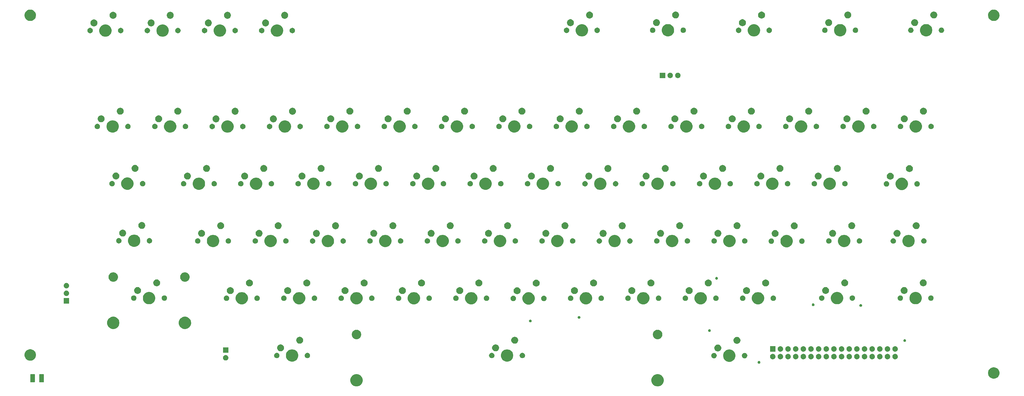
<source format=gts>
%TF.GenerationSoftware,KiCad,Pcbnew,5.0.2+dfsg1-1*%
%TF.CreationDate,2021-02-01T14:48:54+01:00*%
%TF.ProjectId,A130XE_KB_MX,41313330-5845-45f4-9b42-5f4d582e6b69,0.2*%
%TF.SameCoordinates,Original*%
%TF.FileFunction,Soldermask,Top*%
%TF.FilePolarity,Negative*%
%FSLAX46Y46*%
G04 Gerber Fmt 4.6, Leading zero omitted, Abs format (unit mm)*
G04 Created by KiCad (PCBNEW 5.0.2+dfsg1-1) date Mon 01 Feb 2021 02:48:54 PM CET*
%MOMM*%
%LPD*%
G01*
G04 APERTURE LIST*
%ADD10C,0.100000*%
G04 APERTURE END LIST*
D10*
G36*
X260958252Y-209447818D02*
X260958254Y-209447819D01*
X260958255Y-209447819D01*
X261331513Y-209602427D01*
X261331514Y-209602428D01*
X261667439Y-209826886D01*
X261953114Y-210112561D01*
X261953116Y-210112564D01*
X262177573Y-210448487D01*
X262332181Y-210821745D01*
X262332182Y-210821748D01*
X262411000Y-211217993D01*
X262411000Y-211622007D01*
X262333729Y-212010477D01*
X262332181Y-212018255D01*
X262177573Y-212391513D01*
X262177572Y-212391514D01*
X261953114Y-212727439D01*
X261667439Y-213013114D01*
X261667436Y-213013116D01*
X261331513Y-213237573D01*
X260958255Y-213392181D01*
X260958254Y-213392181D01*
X260958252Y-213392182D01*
X260562007Y-213471000D01*
X260157993Y-213471000D01*
X259761748Y-213392182D01*
X259761746Y-213392181D01*
X259761745Y-213392181D01*
X259388487Y-213237573D01*
X259052564Y-213013116D01*
X259052561Y-213013114D01*
X258766886Y-212727439D01*
X258542428Y-212391514D01*
X258542427Y-212391513D01*
X258387819Y-212018255D01*
X258386272Y-212010477D01*
X258309000Y-211622007D01*
X258309000Y-211217993D01*
X258387818Y-210821748D01*
X258387819Y-210821745D01*
X258542427Y-210448487D01*
X258766884Y-210112564D01*
X258766886Y-210112561D01*
X259052561Y-209826886D01*
X259388486Y-209602428D01*
X259388487Y-209602427D01*
X259761745Y-209447819D01*
X259761746Y-209447819D01*
X259761748Y-209447818D01*
X260157993Y-209369000D01*
X260562007Y-209369000D01*
X260958252Y-209447818D01*
X260958252Y-209447818D01*
G37*
G36*
X160958252Y-209447818D02*
X160958254Y-209447819D01*
X160958255Y-209447819D01*
X161331513Y-209602427D01*
X161331514Y-209602428D01*
X161667439Y-209826886D01*
X161953114Y-210112561D01*
X161953116Y-210112564D01*
X162177573Y-210448487D01*
X162332181Y-210821745D01*
X162332182Y-210821748D01*
X162411000Y-211217993D01*
X162411000Y-211622007D01*
X162333729Y-212010477D01*
X162332181Y-212018255D01*
X162177573Y-212391513D01*
X162177572Y-212391514D01*
X161953114Y-212727439D01*
X161667439Y-213013114D01*
X161667436Y-213013116D01*
X161331513Y-213237573D01*
X160958255Y-213392181D01*
X160958254Y-213392181D01*
X160958252Y-213392182D01*
X160562007Y-213471000D01*
X160157993Y-213471000D01*
X159761748Y-213392182D01*
X159761746Y-213392181D01*
X159761745Y-213392181D01*
X159388487Y-213237573D01*
X159052564Y-213013116D01*
X159052561Y-213013114D01*
X158766886Y-212727439D01*
X158542428Y-212391514D01*
X158542427Y-212391513D01*
X158387819Y-212018255D01*
X158386272Y-212010477D01*
X158309000Y-211622007D01*
X158309000Y-211217993D01*
X158387818Y-210821748D01*
X158387819Y-210821745D01*
X158542427Y-210448487D01*
X158766884Y-210112564D01*
X158766886Y-210112561D01*
X159052561Y-209826886D01*
X159388486Y-209602428D01*
X159388487Y-209602427D01*
X159761745Y-209447819D01*
X159761746Y-209447819D01*
X159761748Y-209447818D01*
X160157993Y-209369000D01*
X160562007Y-209369000D01*
X160958252Y-209447818D01*
X160958252Y-209447818D01*
G37*
G36*
X56363062Y-209378181D02*
X56397977Y-209388773D01*
X56430165Y-209405978D01*
X56458373Y-209429127D01*
X56481522Y-209457335D01*
X56498727Y-209489523D01*
X56509319Y-209524438D01*
X56513500Y-209566895D01*
X56513500Y-211933105D01*
X56509319Y-211975562D01*
X56498727Y-212010477D01*
X56481522Y-212042665D01*
X56458373Y-212070873D01*
X56430165Y-212094022D01*
X56397977Y-212111227D01*
X56363062Y-212121819D01*
X56320605Y-212126000D01*
X55179395Y-212126000D01*
X55136938Y-212121819D01*
X55102023Y-212111227D01*
X55069835Y-212094022D01*
X55041627Y-212070873D01*
X55018478Y-212042665D01*
X55001273Y-212010477D01*
X54990681Y-211975562D01*
X54986500Y-211933105D01*
X54986500Y-209566895D01*
X54990681Y-209524438D01*
X55001273Y-209489523D01*
X55018478Y-209457335D01*
X55041627Y-209429127D01*
X55069835Y-209405978D01*
X55102023Y-209388773D01*
X55136938Y-209378181D01*
X55179395Y-209374000D01*
X56320605Y-209374000D01*
X56363062Y-209378181D01*
X56363062Y-209378181D01*
G37*
G36*
X53388062Y-209378181D02*
X53422977Y-209388773D01*
X53455165Y-209405978D01*
X53483373Y-209429127D01*
X53506522Y-209457335D01*
X53523727Y-209489523D01*
X53534319Y-209524438D01*
X53538500Y-209566895D01*
X53538500Y-211933105D01*
X53534319Y-211975562D01*
X53523727Y-212010477D01*
X53506522Y-212042665D01*
X53483373Y-212070873D01*
X53455165Y-212094022D01*
X53422977Y-212111227D01*
X53388062Y-212121819D01*
X53345605Y-212126000D01*
X52204395Y-212126000D01*
X52161938Y-212121819D01*
X52127023Y-212111227D01*
X52094835Y-212094022D01*
X52066627Y-212070873D01*
X52043478Y-212042665D01*
X52026273Y-212010477D01*
X52015681Y-211975562D01*
X52011500Y-211933105D01*
X52011500Y-209566895D01*
X52015681Y-209524438D01*
X52026273Y-209489523D01*
X52043478Y-209457335D01*
X52066627Y-209429127D01*
X52094835Y-209405978D01*
X52127023Y-209388773D01*
X52161938Y-209378181D01*
X52204395Y-209374000D01*
X53345605Y-209374000D01*
X53388062Y-209378181D01*
X53388062Y-209378181D01*
G37*
G36*
X372432078Y-207147703D02*
X372554501Y-207172054D01*
X372697802Y-207231411D01*
X372900460Y-207315355D01*
X373211820Y-207523399D01*
X373476601Y-207788180D01*
X373684645Y-208099540D01*
X373768588Y-208302198D01*
X373827946Y-208445499D01*
X373901000Y-208812768D01*
X373901000Y-209187232D01*
X373827946Y-209554501D01*
X373808094Y-209602427D01*
X373684645Y-209900460D01*
X373476601Y-210211820D01*
X373211820Y-210476601D01*
X372900460Y-210684645D01*
X372697802Y-210768588D01*
X372554501Y-210827946D01*
X372432078Y-210852297D01*
X372187234Y-210901000D01*
X371812766Y-210901000D01*
X371567922Y-210852297D01*
X371445499Y-210827946D01*
X371302198Y-210768589D01*
X371099540Y-210684645D01*
X370788180Y-210476601D01*
X370523399Y-210211820D01*
X370315355Y-209900460D01*
X370191906Y-209602427D01*
X370172054Y-209554501D01*
X370099000Y-209187232D01*
X370099000Y-208812768D01*
X370172054Y-208445499D01*
X370231412Y-208302198D01*
X370315355Y-208099540D01*
X370523399Y-207788180D01*
X370788180Y-207523399D01*
X371099540Y-207315355D01*
X371302198Y-207231412D01*
X371445499Y-207172054D01*
X371567922Y-207147703D01*
X371812766Y-207099000D01*
X372187234Y-207099000D01*
X372432078Y-207147703D01*
X372432078Y-207147703D01*
G37*
G36*
X294166152Y-205011631D02*
X294248225Y-205045627D01*
X294248226Y-205045628D01*
X294248229Y-205045629D01*
X294322096Y-205094986D01*
X294322100Y-205094989D01*
X294384911Y-205157800D01*
X294384913Y-205157803D01*
X294384914Y-205157804D01*
X294434271Y-205231671D01*
X294434272Y-205231674D01*
X294434273Y-205231675D01*
X294468269Y-205313748D01*
X294485600Y-205400879D01*
X294485600Y-205489721D01*
X294468269Y-205576852D01*
X294434273Y-205658925D01*
X294434271Y-205658929D01*
X294384914Y-205732796D01*
X294384911Y-205732800D01*
X294322100Y-205795611D01*
X294322097Y-205795613D01*
X294322096Y-205795614D01*
X294248229Y-205844971D01*
X294248226Y-205844972D01*
X294248225Y-205844973D01*
X294166152Y-205878969D01*
X294079021Y-205896300D01*
X293990179Y-205896300D01*
X293903048Y-205878969D01*
X293820975Y-205844973D01*
X293820974Y-205844972D01*
X293820971Y-205844971D01*
X293747104Y-205795614D01*
X293747103Y-205795613D01*
X293747100Y-205795611D01*
X293684289Y-205732800D01*
X293684286Y-205732796D01*
X293634929Y-205658929D01*
X293634927Y-205658925D01*
X293600931Y-205576852D01*
X293583600Y-205489721D01*
X293583600Y-205400879D01*
X293600931Y-205313748D01*
X293634927Y-205231675D01*
X293634928Y-205231674D01*
X293634929Y-205231671D01*
X293684286Y-205157804D01*
X293684287Y-205157803D01*
X293684289Y-205157800D01*
X293747100Y-205094989D01*
X293747104Y-205094986D01*
X293820971Y-205045629D01*
X293820974Y-205045628D01*
X293820975Y-205045627D01*
X293903048Y-205011631D01*
X293990179Y-204994300D01*
X294079021Y-204994300D01*
X294166152Y-205011631D01*
X294166152Y-205011631D01*
G37*
G36*
X284773252Y-201252818D02*
X284773254Y-201252819D01*
X284773255Y-201252819D01*
X285146513Y-201407427D01*
X285415089Y-201586884D01*
X285482439Y-201631886D01*
X285768114Y-201917561D01*
X285768116Y-201917564D01*
X285992573Y-202253487D01*
X286147181Y-202626745D01*
X286147182Y-202626748D01*
X286226000Y-203022993D01*
X286226000Y-203427007D01*
X286151936Y-203799354D01*
X286147181Y-203823255D01*
X285992573Y-204196513D01*
X285928250Y-204292779D01*
X285768114Y-204532439D01*
X285482439Y-204818114D01*
X285482436Y-204818116D01*
X285146513Y-205042573D01*
X284773255Y-205197181D01*
X284773254Y-205197181D01*
X284773252Y-205197182D01*
X284377007Y-205276000D01*
X283972993Y-205276000D01*
X283576748Y-205197182D01*
X283576746Y-205197181D01*
X283576745Y-205197181D01*
X283203487Y-205042573D01*
X282867564Y-204818116D01*
X282867561Y-204818114D01*
X282581886Y-204532439D01*
X282421750Y-204292779D01*
X282357427Y-204196513D01*
X282202819Y-203823255D01*
X282198065Y-203799354D01*
X282124000Y-203427007D01*
X282124000Y-203022993D01*
X282202818Y-202626748D01*
X282202819Y-202626745D01*
X282357427Y-202253487D01*
X282581884Y-201917564D01*
X282581886Y-201917561D01*
X282867561Y-201631886D01*
X282934911Y-201586884D01*
X283203487Y-201407427D01*
X283576745Y-201252819D01*
X283576746Y-201252819D01*
X283576748Y-201252818D01*
X283972993Y-201174000D01*
X284377007Y-201174000D01*
X284773252Y-201252818D01*
X284773252Y-201252818D01*
G37*
G36*
X139558252Y-201207818D02*
X139558254Y-201207819D01*
X139558255Y-201207819D01*
X139931513Y-201362427D01*
X140255694Y-201579038D01*
X140267439Y-201586886D01*
X140553114Y-201872561D01*
X140553116Y-201872564D01*
X140777573Y-202208487D01*
X140932181Y-202581745D01*
X140932182Y-202581748D01*
X141011000Y-202977993D01*
X141011000Y-203382007D01*
X140935142Y-203763373D01*
X140932181Y-203778255D01*
X140777573Y-204151513D01*
X140683182Y-204292779D01*
X140553114Y-204487439D01*
X140267439Y-204773114D01*
X140267436Y-204773116D01*
X139931513Y-204997573D01*
X139558255Y-205152181D01*
X139558254Y-205152181D01*
X139558252Y-205152182D01*
X139162007Y-205231000D01*
X138757993Y-205231000D01*
X138361748Y-205152182D01*
X138361746Y-205152181D01*
X138361745Y-205152181D01*
X137988487Y-204997573D01*
X137652564Y-204773116D01*
X137652561Y-204773114D01*
X137366886Y-204487439D01*
X137236818Y-204292779D01*
X137142427Y-204151513D01*
X136987819Y-203778255D01*
X136984859Y-203763373D01*
X136909000Y-203382007D01*
X136909000Y-202977993D01*
X136987818Y-202581748D01*
X136987819Y-202581745D01*
X137142427Y-202208487D01*
X137366884Y-201872564D01*
X137366886Y-201872561D01*
X137652561Y-201586886D01*
X137664306Y-201579038D01*
X137988487Y-201362427D01*
X138361745Y-201207819D01*
X138361746Y-201207819D01*
X138361748Y-201207818D01*
X138757993Y-201129000D01*
X139162007Y-201129000D01*
X139558252Y-201207818D01*
X139558252Y-201207818D01*
G37*
G36*
X210958252Y-201207818D02*
X210958254Y-201207819D01*
X210958255Y-201207819D01*
X211331513Y-201362427D01*
X211655694Y-201579038D01*
X211667439Y-201586886D01*
X211953114Y-201872561D01*
X211953116Y-201872564D01*
X212177573Y-202208487D01*
X212332181Y-202581745D01*
X212332182Y-202581748D01*
X212411000Y-202977993D01*
X212411000Y-203382007D01*
X212335142Y-203763373D01*
X212332181Y-203778255D01*
X212177573Y-204151513D01*
X212083182Y-204292779D01*
X211953114Y-204487439D01*
X211667439Y-204773114D01*
X211667436Y-204773116D01*
X211331513Y-204997573D01*
X210958255Y-205152181D01*
X210958254Y-205152181D01*
X210958252Y-205152182D01*
X210562007Y-205231000D01*
X210157993Y-205231000D01*
X209761748Y-205152182D01*
X209761746Y-205152181D01*
X209761745Y-205152181D01*
X209388487Y-204997573D01*
X209052564Y-204773116D01*
X209052561Y-204773114D01*
X208766886Y-204487439D01*
X208636818Y-204292779D01*
X208542427Y-204151513D01*
X208387819Y-203778255D01*
X208384859Y-203763373D01*
X208309000Y-203382007D01*
X208309000Y-202977993D01*
X208387818Y-202581748D01*
X208387819Y-202581745D01*
X208542427Y-202208487D01*
X208766884Y-201872564D01*
X208766886Y-201872561D01*
X209052561Y-201586886D01*
X209064306Y-201579038D01*
X209388487Y-201362427D01*
X209761745Y-201207819D01*
X209761746Y-201207819D01*
X209761748Y-201207818D01*
X210157993Y-201129000D01*
X210562007Y-201129000D01*
X210958252Y-201207818D01*
X210958252Y-201207818D01*
G37*
G36*
X52432078Y-201147703D02*
X52554501Y-201172054D01*
X52640845Y-201207819D01*
X52900460Y-201315355D01*
X53211820Y-201523399D01*
X53476601Y-201788180D01*
X53684645Y-202099540D01*
X53729772Y-202208486D01*
X53820095Y-202426544D01*
X53827946Y-202445500D01*
X53901000Y-202812766D01*
X53901000Y-203187234D01*
X53884787Y-203268741D01*
X53827946Y-203554501D01*
X53787651Y-203651782D01*
X53684645Y-203900460D01*
X53476601Y-204211820D01*
X53211820Y-204476601D01*
X52900460Y-204684645D01*
X52697802Y-204768588D01*
X52554501Y-204827946D01*
X52432078Y-204852297D01*
X52187234Y-204901000D01*
X51812766Y-204901000D01*
X51567922Y-204852297D01*
X51445499Y-204827946D01*
X51302198Y-204768589D01*
X51099540Y-204684645D01*
X50788180Y-204476601D01*
X50523399Y-204211820D01*
X50315355Y-203900460D01*
X50212349Y-203651782D01*
X50172054Y-203554501D01*
X50115213Y-203268741D01*
X50099000Y-203187234D01*
X50099000Y-202812766D01*
X50172054Y-202445500D01*
X50179906Y-202426544D01*
X50270228Y-202208486D01*
X50315355Y-202099540D01*
X50523399Y-201788180D01*
X50788180Y-201523399D01*
X51099540Y-201315355D01*
X51359155Y-201207819D01*
X51445499Y-201172054D01*
X51567922Y-201147703D01*
X51812766Y-201099000D01*
X52187234Y-201099000D01*
X52432078Y-201147703D01*
X52432078Y-201147703D01*
G37*
G36*
X117010442Y-203045518D02*
X117076627Y-203052037D01*
X117189853Y-203086384D01*
X117246467Y-203103557D01*
X117307647Y-203136259D01*
X117402991Y-203187222D01*
X117410682Y-203193534D01*
X117540186Y-203299814D01*
X117592348Y-203363375D01*
X117652778Y-203437009D01*
X117652779Y-203437011D01*
X117736443Y-203593533D01*
X117753616Y-203650147D01*
X117787963Y-203763373D01*
X117805359Y-203940000D01*
X117787963Y-204116627D01*
X117753616Y-204229853D01*
X117736443Y-204286467D01*
X117733069Y-204292779D01*
X117652778Y-204442991D01*
X117625195Y-204476601D01*
X117540186Y-204580186D01*
X117438729Y-204663448D01*
X117402991Y-204692778D01*
X117402989Y-204692779D01*
X117246467Y-204776443D01*
X117189853Y-204793616D01*
X117076627Y-204827963D01*
X117010443Y-204834481D01*
X116944260Y-204841000D01*
X116855740Y-204841000D01*
X116789557Y-204834481D01*
X116723373Y-204827963D01*
X116610147Y-204793616D01*
X116553533Y-204776443D01*
X116397011Y-204692779D01*
X116397009Y-204692778D01*
X116361271Y-204663448D01*
X116259814Y-204580186D01*
X116174805Y-204476601D01*
X116147222Y-204442991D01*
X116066931Y-204292779D01*
X116063557Y-204286467D01*
X116046384Y-204229853D01*
X116012037Y-204116627D01*
X115994641Y-203940000D01*
X116012037Y-203763373D01*
X116046384Y-203650147D01*
X116063557Y-203593533D01*
X116147221Y-203437011D01*
X116147222Y-203437009D01*
X116207652Y-203363375D01*
X116259814Y-203299814D01*
X116389318Y-203193534D01*
X116397009Y-203187222D01*
X116492353Y-203136259D01*
X116553533Y-203103557D01*
X116610147Y-203086384D01*
X116723373Y-203052037D01*
X116789558Y-203045518D01*
X116855740Y-203039000D01*
X116944260Y-203039000D01*
X117010442Y-203045518D01*
X117010442Y-203045518D01*
G37*
G36*
X311410442Y-202645518D02*
X311476627Y-202652037D01*
X311589853Y-202686384D01*
X311646467Y-202703557D01*
X311785087Y-202777652D01*
X311802991Y-202787222D01*
X311834116Y-202812766D01*
X311940186Y-202899814D01*
X312023448Y-203001271D01*
X312052778Y-203037009D01*
X312052779Y-203037011D01*
X312136443Y-203193533D01*
X312136443Y-203193534D01*
X312187963Y-203363373D01*
X312205359Y-203540000D01*
X312187963Y-203716627D01*
X312173782Y-203763375D01*
X312136443Y-203886467D01*
X312087273Y-203978456D01*
X312052778Y-204042991D01*
X312023448Y-204078729D01*
X311940186Y-204180186D01*
X311838729Y-204263448D01*
X311802991Y-204292778D01*
X311802989Y-204292779D01*
X311646467Y-204376443D01*
X311589853Y-204393616D01*
X311476627Y-204427963D01*
X311410442Y-204434482D01*
X311344260Y-204441000D01*
X311255740Y-204441000D01*
X311189558Y-204434482D01*
X311123373Y-204427963D01*
X311010147Y-204393616D01*
X310953533Y-204376443D01*
X310797011Y-204292779D01*
X310797009Y-204292778D01*
X310761271Y-204263448D01*
X310659814Y-204180186D01*
X310576552Y-204078729D01*
X310547222Y-204042991D01*
X310512727Y-203978456D01*
X310463557Y-203886467D01*
X310426218Y-203763375D01*
X310412037Y-203716627D01*
X310394641Y-203540000D01*
X310412037Y-203363373D01*
X310463557Y-203193534D01*
X310463557Y-203193533D01*
X310547221Y-203037011D01*
X310547222Y-203037009D01*
X310576552Y-203001271D01*
X310659814Y-202899814D01*
X310765884Y-202812766D01*
X310797009Y-202787222D01*
X310814913Y-202777652D01*
X310953533Y-202703557D01*
X311010147Y-202686384D01*
X311123373Y-202652037D01*
X311189557Y-202645519D01*
X311255740Y-202639000D01*
X311344260Y-202639000D01*
X311410442Y-202645518D01*
X311410442Y-202645518D01*
G37*
G36*
X298710442Y-202645518D02*
X298776627Y-202652037D01*
X298889853Y-202686384D01*
X298946467Y-202703557D01*
X299085087Y-202777652D01*
X299102991Y-202787222D01*
X299134116Y-202812766D01*
X299240186Y-202899814D01*
X299323448Y-203001271D01*
X299352778Y-203037009D01*
X299352779Y-203037011D01*
X299436443Y-203193533D01*
X299436443Y-203193534D01*
X299487963Y-203363373D01*
X299505359Y-203540000D01*
X299487963Y-203716627D01*
X299473782Y-203763375D01*
X299436443Y-203886467D01*
X299387273Y-203978456D01*
X299352778Y-204042991D01*
X299323448Y-204078729D01*
X299240186Y-204180186D01*
X299138729Y-204263448D01*
X299102991Y-204292778D01*
X299102989Y-204292779D01*
X298946467Y-204376443D01*
X298889853Y-204393616D01*
X298776627Y-204427963D01*
X298710442Y-204434482D01*
X298644260Y-204441000D01*
X298555740Y-204441000D01*
X298489558Y-204434482D01*
X298423373Y-204427963D01*
X298310147Y-204393616D01*
X298253533Y-204376443D01*
X298097011Y-204292779D01*
X298097009Y-204292778D01*
X298061271Y-204263448D01*
X297959814Y-204180186D01*
X297876552Y-204078729D01*
X297847222Y-204042991D01*
X297812727Y-203978456D01*
X297763557Y-203886467D01*
X297726218Y-203763375D01*
X297712037Y-203716627D01*
X297694641Y-203540000D01*
X297712037Y-203363373D01*
X297763557Y-203193534D01*
X297763557Y-203193533D01*
X297847221Y-203037011D01*
X297847222Y-203037009D01*
X297876552Y-203001271D01*
X297959814Y-202899814D01*
X298065884Y-202812766D01*
X298097009Y-202787222D01*
X298114913Y-202777652D01*
X298253533Y-202703557D01*
X298310147Y-202686384D01*
X298423373Y-202652037D01*
X298489557Y-202645519D01*
X298555740Y-202639000D01*
X298644260Y-202639000D01*
X298710442Y-202645518D01*
X298710442Y-202645518D01*
G37*
G36*
X339350442Y-202645518D02*
X339416627Y-202652037D01*
X339529853Y-202686384D01*
X339586467Y-202703557D01*
X339725087Y-202777652D01*
X339742991Y-202787222D01*
X339774116Y-202812766D01*
X339880186Y-202899814D01*
X339963448Y-203001271D01*
X339992778Y-203037009D01*
X339992779Y-203037011D01*
X340076443Y-203193533D01*
X340076443Y-203193534D01*
X340127963Y-203363373D01*
X340145359Y-203540000D01*
X340127963Y-203716627D01*
X340113782Y-203763375D01*
X340076443Y-203886467D01*
X340027273Y-203978456D01*
X339992778Y-204042991D01*
X339963448Y-204078729D01*
X339880186Y-204180186D01*
X339778729Y-204263448D01*
X339742991Y-204292778D01*
X339742989Y-204292779D01*
X339586467Y-204376443D01*
X339529853Y-204393616D01*
X339416627Y-204427963D01*
X339350442Y-204434482D01*
X339284260Y-204441000D01*
X339195740Y-204441000D01*
X339129558Y-204434482D01*
X339063373Y-204427963D01*
X338950147Y-204393616D01*
X338893533Y-204376443D01*
X338737011Y-204292779D01*
X338737009Y-204292778D01*
X338701271Y-204263448D01*
X338599814Y-204180186D01*
X338516552Y-204078729D01*
X338487222Y-204042991D01*
X338452727Y-203978456D01*
X338403557Y-203886467D01*
X338366218Y-203763375D01*
X338352037Y-203716627D01*
X338334641Y-203540000D01*
X338352037Y-203363373D01*
X338403557Y-203193534D01*
X338403557Y-203193533D01*
X338487221Y-203037011D01*
X338487222Y-203037009D01*
X338516552Y-203001271D01*
X338599814Y-202899814D01*
X338705884Y-202812766D01*
X338737009Y-202787222D01*
X338754913Y-202777652D01*
X338893533Y-202703557D01*
X338950147Y-202686384D01*
X339063373Y-202652037D01*
X339129557Y-202645519D01*
X339195740Y-202639000D01*
X339284260Y-202639000D01*
X339350442Y-202645518D01*
X339350442Y-202645518D01*
G37*
G36*
X336810442Y-202645518D02*
X336876627Y-202652037D01*
X336989853Y-202686384D01*
X337046467Y-202703557D01*
X337185087Y-202777652D01*
X337202991Y-202787222D01*
X337234116Y-202812766D01*
X337340186Y-202899814D01*
X337423448Y-203001271D01*
X337452778Y-203037009D01*
X337452779Y-203037011D01*
X337536443Y-203193533D01*
X337536443Y-203193534D01*
X337587963Y-203363373D01*
X337605359Y-203540000D01*
X337587963Y-203716627D01*
X337573782Y-203763375D01*
X337536443Y-203886467D01*
X337487273Y-203978456D01*
X337452778Y-204042991D01*
X337423448Y-204078729D01*
X337340186Y-204180186D01*
X337238729Y-204263448D01*
X337202991Y-204292778D01*
X337202989Y-204292779D01*
X337046467Y-204376443D01*
X336989853Y-204393616D01*
X336876627Y-204427963D01*
X336810442Y-204434482D01*
X336744260Y-204441000D01*
X336655740Y-204441000D01*
X336589558Y-204434482D01*
X336523373Y-204427963D01*
X336410147Y-204393616D01*
X336353533Y-204376443D01*
X336197011Y-204292779D01*
X336197009Y-204292778D01*
X336161271Y-204263448D01*
X336059814Y-204180186D01*
X335976552Y-204078729D01*
X335947222Y-204042991D01*
X335912727Y-203978456D01*
X335863557Y-203886467D01*
X335826218Y-203763375D01*
X335812037Y-203716627D01*
X335794641Y-203540000D01*
X335812037Y-203363373D01*
X335863557Y-203193534D01*
X335863557Y-203193533D01*
X335947221Y-203037011D01*
X335947222Y-203037009D01*
X335976552Y-203001271D01*
X336059814Y-202899814D01*
X336165884Y-202812766D01*
X336197009Y-202787222D01*
X336214913Y-202777652D01*
X336353533Y-202703557D01*
X336410147Y-202686384D01*
X336523373Y-202652037D01*
X336589557Y-202645519D01*
X336655740Y-202639000D01*
X336744260Y-202639000D01*
X336810442Y-202645518D01*
X336810442Y-202645518D01*
G37*
G36*
X331730442Y-202645518D02*
X331796627Y-202652037D01*
X331909853Y-202686384D01*
X331966467Y-202703557D01*
X332105087Y-202777652D01*
X332122991Y-202787222D01*
X332154116Y-202812766D01*
X332260186Y-202899814D01*
X332343448Y-203001271D01*
X332372778Y-203037009D01*
X332372779Y-203037011D01*
X332456443Y-203193533D01*
X332456443Y-203193534D01*
X332507963Y-203363373D01*
X332525359Y-203540000D01*
X332507963Y-203716627D01*
X332493782Y-203763375D01*
X332456443Y-203886467D01*
X332407273Y-203978456D01*
X332372778Y-204042991D01*
X332343448Y-204078729D01*
X332260186Y-204180186D01*
X332158729Y-204263448D01*
X332122991Y-204292778D01*
X332122989Y-204292779D01*
X331966467Y-204376443D01*
X331909853Y-204393616D01*
X331796627Y-204427963D01*
X331730442Y-204434482D01*
X331664260Y-204441000D01*
X331575740Y-204441000D01*
X331509558Y-204434482D01*
X331443373Y-204427963D01*
X331330147Y-204393616D01*
X331273533Y-204376443D01*
X331117011Y-204292779D01*
X331117009Y-204292778D01*
X331081271Y-204263448D01*
X330979814Y-204180186D01*
X330896552Y-204078729D01*
X330867222Y-204042991D01*
X330832727Y-203978456D01*
X330783557Y-203886467D01*
X330746218Y-203763375D01*
X330732037Y-203716627D01*
X330714641Y-203540000D01*
X330732037Y-203363373D01*
X330783557Y-203193534D01*
X330783557Y-203193533D01*
X330867221Y-203037011D01*
X330867222Y-203037009D01*
X330896552Y-203001271D01*
X330979814Y-202899814D01*
X331085884Y-202812766D01*
X331117009Y-202787222D01*
X331134913Y-202777652D01*
X331273533Y-202703557D01*
X331330147Y-202686384D01*
X331443373Y-202652037D01*
X331509557Y-202645519D01*
X331575740Y-202639000D01*
X331664260Y-202639000D01*
X331730442Y-202645518D01*
X331730442Y-202645518D01*
G37*
G36*
X329190442Y-202645518D02*
X329256627Y-202652037D01*
X329369853Y-202686384D01*
X329426467Y-202703557D01*
X329565087Y-202777652D01*
X329582991Y-202787222D01*
X329614116Y-202812766D01*
X329720186Y-202899814D01*
X329803448Y-203001271D01*
X329832778Y-203037009D01*
X329832779Y-203037011D01*
X329916443Y-203193533D01*
X329916443Y-203193534D01*
X329967963Y-203363373D01*
X329985359Y-203540000D01*
X329967963Y-203716627D01*
X329953782Y-203763375D01*
X329916443Y-203886467D01*
X329867273Y-203978456D01*
X329832778Y-204042991D01*
X329803448Y-204078729D01*
X329720186Y-204180186D01*
X329618729Y-204263448D01*
X329582991Y-204292778D01*
X329582989Y-204292779D01*
X329426467Y-204376443D01*
X329369853Y-204393616D01*
X329256627Y-204427963D01*
X329190442Y-204434482D01*
X329124260Y-204441000D01*
X329035740Y-204441000D01*
X328969558Y-204434482D01*
X328903373Y-204427963D01*
X328790147Y-204393616D01*
X328733533Y-204376443D01*
X328577011Y-204292779D01*
X328577009Y-204292778D01*
X328541271Y-204263448D01*
X328439814Y-204180186D01*
X328356552Y-204078729D01*
X328327222Y-204042991D01*
X328292727Y-203978456D01*
X328243557Y-203886467D01*
X328206218Y-203763375D01*
X328192037Y-203716627D01*
X328174641Y-203540000D01*
X328192037Y-203363373D01*
X328243557Y-203193534D01*
X328243557Y-203193533D01*
X328327221Y-203037011D01*
X328327222Y-203037009D01*
X328356552Y-203001271D01*
X328439814Y-202899814D01*
X328545884Y-202812766D01*
X328577009Y-202787222D01*
X328594913Y-202777652D01*
X328733533Y-202703557D01*
X328790147Y-202686384D01*
X328903373Y-202652037D01*
X328969557Y-202645519D01*
X329035740Y-202639000D01*
X329124260Y-202639000D01*
X329190442Y-202645518D01*
X329190442Y-202645518D01*
G37*
G36*
X326650442Y-202645518D02*
X326716627Y-202652037D01*
X326829853Y-202686384D01*
X326886467Y-202703557D01*
X327025087Y-202777652D01*
X327042991Y-202787222D01*
X327074116Y-202812766D01*
X327180186Y-202899814D01*
X327263448Y-203001271D01*
X327292778Y-203037009D01*
X327292779Y-203037011D01*
X327376443Y-203193533D01*
X327376443Y-203193534D01*
X327427963Y-203363373D01*
X327445359Y-203540000D01*
X327427963Y-203716627D01*
X327413782Y-203763375D01*
X327376443Y-203886467D01*
X327327273Y-203978456D01*
X327292778Y-204042991D01*
X327263448Y-204078729D01*
X327180186Y-204180186D01*
X327078729Y-204263448D01*
X327042991Y-204292778D01*
X327042989Y-204292779D01*
X326886467Y-204376443D01*
X326829853Y-204393616D01*
X326716627Y-204427963D01*
X326650442Y-204434482D01*
X326584260Y-204441000D01*
X326495740Y-204441000D01*
X326429558Y-204434482D01*
X326363373Y-204427963D01*
X326250147Y-204393616D01*
X326193533Y-204376443D01*
X326037011Y-204292779D01*
X326037009Y-204292778D01*
X326001271Y-204263448D01*
X325899814Y-204180186D01*
X325816552Y-204078729D01*
X325787222Y-204042991D01*
X325752727Y-203978456D01*
X325703557Y-203886467D01*
X325666218Y-203763375D01*
X325652037Y-203716627D01*
X325634641Y-203540000D01*
X325652037Y-203363373D01*
X325703557Y-203193534D01*
X325703557Y-203193533D01*
X325787221Y-203037011D01*
X325787222Y-203037009D01*
X325816552Y-203001271D01*
X325899814Y-202899814D01*
X326005884Y-202812766D01*
X326037009Y-202787222D01*
X326054913Y-202777652D01*
X326193533Y-202703557D01*
X326250147Y-202686384D01*
X326363373Y-202652037D01*
X326429557Y-202645519D01*
X326495740Y-202639000D01*
X326584260Y-202639000D01*
X326650442Y-202645518D01*
X326650442Y-202645518D01*
G37*
G36*
X324110442Y-202645518D02*
X324176627Y-202652037D01*
X324289853Y-202686384D01*
X324346467Y-202703557D01*
X324485087Y-202777652D01*
X324502991Y-202787222D01*
X324534116Y-202812766D01*
X324640186Y-202899814D01*
X324723448Y-203001271D01*
X324752778Y-203037009D01*
X324752779Y-203037011D01*
X324836443Y-203193533D01*
X324836443Y-203193534D01*
X324887963Y-203363373D01*
X324905359Y-203540000D01*
X324887963Y-203716627D01*
X324873782Y-203763375D01*
X324836443Y-203886467D01*
X324787273Y-203978456D01*
X324752778Y-204042991D01*
X324723448Y-204078729D01*
X324640186Y-204180186D01*
X324538729Y-204263448D01*
X324502991Y-204292778D01*
X324502989Y-204292779D01*
X324346467Y-204376443D01*
X324289853Y-204393616D01*
X324176627Y-204427963D01*
X324110442Y-204434482D01*
X324044260Y-204441000D01*
X323955740Y-204441000D01*
X323889558Y-204434482D01*
X323823373Y-204427963D01*
X323710147Y-204393616D01*
X323653533Y-204376443D01*
X323497011Y-204292779D01*
X323497009Y-204292778D01*
X323461271Y-204263448D01*
X323359814Y-204180186D01*
X323276552Y-204078729D01*
X323247222Y-204042991D01*
X323212727Y-203978456D01*
X323163557Y-203886467D01*
X323126218Y-203763375D01*
X323112037Y-203716627D01*
X323094641Y-203540000D01*
X323112037Y-203363373D01*
X323163557Y-203193534D01*
X323163557Y-203193533D01*
X323247221Y-203037011D01*
X323247222Y-203037009D01*
X323276552Y-203001271D01*
X323359814Y-202899814D01*
X323465884Y-202812766D01*
X323497009Y-202787222D01*
X323514913Y-202777652D01*
X323653533Y-202703557D01*
X323710147Y-202686384D01*
X323823373Y-202652037D01*
X323889557Y-202645519D01*
X323955740Y-202639000D01*
X324044260Y-202639000D01*
X324110442Y-202645518D01*
X324110442Y-202645518D01*
G37*
G36*
X321570442Y-202645518D02*
X321636627Y-202652037D01*
X321749853Y-202686384D01*
X321806467Y-202703557D01*
X321945087Y-202777652D01*
X321962991Y-202787222D01*
X321994116Y-202812766D01*
X322100186Y-202899814D01*
X322183448Y-203001271D01*
X322212778Y-203037009D01*
X322212779Y-203037011D01*
X322296443Y-203193533D01*
X322296443Y-203193534D01*
X322347963Y-203363373D01*
X322365359Y-203540000D01*
X322347963Y-203716627D01*
X322333782Y-203763375D01*
X322296443Y-203886467D01*
X322247273Y-203978456D01*
X322212778Y-204042991D01*
X322183448Y-204078729D01*
X322100186Y-204180186D01*
X321998729Y-204263448D01*
X321962991Y-204292778D01*
X321962989Y-204292779D01*
X321806467Y-204376443D01*
X321749853Y-204393616D01*
X321636627Y-204427963D01*
X321570442Y-204434482D01*
X321504260Y-204441000D01*
X321415740Y-204441000D01*
X321349558Y-204434482D01*
X321283373Y-204427963D01*
X321170147Y-204393616D01*
X321113533Y-204376443D01*
X320957011Y-204292779D01*
X320957009Y-204292778D01*
X320921271Y-204263448D01*
X320819814Y-204180186D01*
X320736552Y-204078729D01*
X320707222Y-204042991D01*
X320672727Y-203978456D01*
X320623557Y-203886467D01*
X320586218Y-203763375D01*
X320572037Y-203716627D01*
X320554641Y-203540000D01*
X320572037Y-203363373D01*
X320623557Y-203193534D01*
X320623557Y-203193533D01*
X320707221Y-203037011D01*
X320707222Y-203037009D01*
X320736552Y-203001271D01*
X320819814Y-202899814D01*
X320925884Y-202812766D01*
X320957009Y-202787222D01*
X320974913Y-202777652D01*
X321113533Y-202703557D01*
X321170147Y-202686384D01*
X321283373Y-202652037D01*
X321349557Y-202645519D01*
X321415740Y-202639000D01*
X321504260Y-202639000D01*
X321570442Y-202645518D01*
X321570442Y-202645518D01*
G37*
G36*
X319030442Y-202645518D02*
X319096627Y-202652037D01*
X319209853Y-202686384D01*
X319266467Y-202703557D01*
X319405087Y-202777652D01*
X319422991Y-202787222D01*
X319454116Y-202812766D01*
X319560186Y-202899814D01*
X319643448Y-203001271D01*
X319672778Y-203037009D01*
X319672779Y-203037011D01*
X319756443Y-203193533D01*
X319756443Y-203193534D01*
X319807963Y-203363373D01*
X319825359Y-203540000D01*
X319807963Y-203716627D01*
X319793782Y-203763375D01*
X319756443Y-203886467D01*
X319707273Y-203978456D01*
X319672778Y-204042991D01*
X319643448Y-204078729D01*
X319560186Y-204180186D01*
X319458729Y-204263448D01*
X319422991Y-204292778D01*
X319422989Y-204292779D01*
X319266467Y-204376443D01*
X319209853Y-204393616D01*
X319096627Y-204427963D01*
X319030442Y-204434482D01*
X318964260Y-204441000D01*
X318875740Y-204441000D01*
X318809558Y-204434482D01*
X318743373Y-204427963D01*
X318630147Y-204393616D01*
X318573533Y-204376443D01*
X318417011Y-204292779D01*
X318417009Y-204292778D01*
X318381271Y-204263448D01*
X318279814Y-204180186D01*
X318196552Y-204078729D01*
X318167222Y-204042991D01*
X318132727Y-203978456D01*
X318083557Y-203886467D01*
X318046218Y-203763375D01*
X318032037Y-203716627D01*
X318014641Y-203540000D01*
X318032037Y-203363373D01*
X318083557Y-203193534D01*
X318083557Y-203193533D01*
X318167221Y-203037011D01*
X318167222Y-203037009D01*
X318196552Y-203001271D01*
X318279814Y-202899814D01*
X318385884Y-202812766D01*
X318417009Y-202787222D01*
X318434913Y-202777652D01*
X318573533Y-202703557D01*
X318630147Y-202686384D01*
X318743373Y-202652037D01*
X318809557Y-202645519D01*
X318875740Y-202639000D01*
X318964260Y-202639000D01*
X319030442Y-202645518D01*
X319030442Y-202645518D01*
G37*
G36*
X316490442Y-202645518D02*
X316556627Y-202652037D01*
X316669853Y-202686384D01*
X316726467Y-202703557D01*
X316865087Y-202777652D01*
X316882991Y-202787222D01*
X316914116Y-202812766D01*
X317020186Y-202899814D01*
X317103448Y-203001271D01*
X317132778Y-203037009D01*
X317132779Y-203037011D01*
X317216443Y-203193533D01*
X317216443Y-203193534D01*
X317267963Y-203363373D01*
X317285359Y-203540000D01*
X317267963Y-203716627D01*
X317253782Y-203763375D01*
X317216443Y-203886467D01*
X317167273Y-203978456D01*
X317132778Y-204042991D01*
X317103448Y-204078729D01*
X317020186Y-204180186D01*
X316918729Y-204263448D01*
X316882991Y-204292778D01*
X316882989Y-204292779D01*
X316726467Y-204376443D01*
X316669853Y-204393616D01*
X316556627Y-204427963D01*
X316490442Y-204434482D01*
X316424260Y-204441000D01*
X316335740Y-204441000D01*
X316269558Y-204434482D01*
X316203373Y-204427963D01*
X316090147Y-204393616D01*
X316033533Y-204376443D01*
X315877011Y-204292779D01*
X315877009Y-204292778D01*
X315841271Y-204263448D01*
X315739814Y-204180186D01*
X315656552Y-204078729D01*
X315627222Y-204042991D01*
X315592727Y-203978456D01*
X315543557Y-203886467D01*
X315506218Y-203763375D01*
X315492037Y-203716627D01*
X315474641Y-203540000D01*
X315492037Y-203363373D01*
X315543557Y-203193534D01*
X315543557Y-203193533D01*
X315627221Y-203037011D01*
X315627222Y-203037009D01*
X315656552Y-203001271D01*
X315739814Y-202899814D01*
X315845884Y-202812766D01*
X315877009Y-202787222D01*
X315894913Y-202777652D01*
X316033533Y-202703557D01*
X316090147Y-202686384D01*
X316203373Y-202652037D01*
X316269557Y-202645519D01*
X316335740Y-202639000D01*
X316424260Y-202639000D01*
X316490442Y-202645518D01*
X316490442Y-202645518D01*
G37*
G36*
X308870442Y-202645518D02*
X308936627Y-202652037D01*
X309049853Y-202686384D01*
X309106467Y-202703557D01*
X309245087Y-202777652D01*
X309262991Y-202787222D01*
X309294116Y-202812766D01*
X309400186Y-202899814D01*
X309483448Y-203001271D01*
X309512778Y-203037009D01*
X309512779Y-203037011D01*
X309596443Y-203193533D01*
X309596443Y-203193534D01*
X309647963Y-203363373D01*
X309665359Y-203540000D01*
X309647963Y-203716627D01*
X309633782Y-203763375D01*
X309596443Y-203886467D01*
X309547273Y-203978456D01*
X309512778Y-204042991D01*
X309483448Y-204078729D01*
X309400186Y-204180186D01*
X309298729Y-204263448D01*
X309262991Y-204292778D01*
X309262989Y-204292779D01*
X309106467Y-204376443D01*
X309049853Y-204393616D01*
X308936627Y-204427963D01*
X308870442Y-204434482D01*
X308804260Y-204441000D01*
X308715740Y-204441000D01*
X308649558Y-204434482D01*
X308583373Y-204427963D01*
X308470147Y-204393616D01*
X308413533Y-204376443D01*
X308257011Y-204292779D01*
X308257009Y-204292778D01*
X308221271Y-204263448D01*
X308119814Y-204180186D01*
X308036552Y-204078729D01*
X308007222Y-204042991D01*
X307972727Y-203978456D01*
X307923557Y-203886467D01*
X307886218Y-203763375D01*
X307872037Y-203716627D01*
X307854641Y-203540000D01*
X307872037Y-203363373D01*
X307923557Y-203193534D01*
X307923557Y-203193533D01*
X308007221Y-203037011D01*
X308007222Y-203037009D01*
X308036552Y-203001271D01*
X308119814Y-202899814D01*
X308225884Y-202812766D01*
X308257009Y-202787222D01*
X308274913Y-202777652D01*
X308413533Y-202703557D01*
X308470147Y-202686384D01*
X308583373Y-202652037D01*
X308649557Y-202645519D01*
X308715740Y-202639000D01*
X308804260Y-202639000D01*
X308870442Y-202645518D01*
X308870442Y-202645518D01*
G37*
G36*
X306330442Y-202645518D02*
X306396627Y-202652037D01*
X306509853Y-202686384D01*
X306566467Y-202703557D01*
X306705087Y-202777652D01*
X306722991Y-202787222D01*
X306754116Y-202812766D01*
X306860186Y-202899814D01*
X306943448Y-203001271D01*
X306972778Y-203037009D01*
X306972779Y-203037011D01*
X307056443Y-203193533D01*
X307056443Y-203193534D01*
X307107963Y-203363373D01*
X307125359Y-203540000D01*
X307107963Y-203716627D01*
X307093782Y-203763375D01*
X307056443Y-203886467D01*
X307007273Y-203978456D01*
X306972778Y-204042991D01*
X306943448Y-204078729D01*
X306860186Y-204180186D01*
X306758729Y-204263448D01*
X306722991Y-204292778D01*
X306722989Y-204292779D01*
X306566467Y-204376443D01*
X306509853Y-204393616D01*
X306396627Y-204427963D01*
X306330442Y-204434482D01*
X306264260Y-204441000D01*
X306175740Y-204441000D01*
X306109558Y-204434482D01*
X306043373Y-204427963D01*
X305930147Y-204393616D01*
X305873533Y-204376443D01*
X305717011Y-204292779D01*
X305717009Y-204292778D01*
X305681271Y-204263448D01*
X305579814Y-204180186D01*
X305496552Y-204078729D01*
X305467222Y-204042991D01*
X305432727Y-203978456D01*
X305383557Y-203886467D01*
X305346218Y-203763375D01*
X305332037Y-203716627D01*
X305314641Y-203540000D01*
X305332037Y-203363373D01*
X305383557Y-203193534D01*
X305383557Y-203193533D01*
X305467221Y-203037011D01*
X305467222Y-203037009D01*
X305496552Y-203001271D01*
X305579814Y-202899814D01*
X305685884Y-202812766D01*
X305717009Y-202787222D01*
X305734913Y-202777652D01*
X305873533Y-202703557D01*
X305930147Y-202686384D01*
X306043373Y-202652037D01*
X306109557Y-202645519D01*
X306175740Y-202639000D01*
X306264260Y-202639000D01*
X306330442Y-202645518D01*
X306330442Y-202645518D01*
G37*
G36*
X303790442Y-202645518D02*
X303856627Y-202652037D01*
X303969853Y-202686384D01*
X304026467Y-202703557D01*
X304165087Y-202777652D01*
X304182991Y-202787222D01*
X304214116Y-202812766D01*
X304320186Y-202899814D01*
X304403448Y-203001271D01*
X304432778Y-203037009D01*
X304432779Y-203037011D01*
X304516443Y-203193533D01*
X304516443Y-203193534D01*
X304567963Y-203363373D01*
X304585359Y-203540000D01*
X304567963Y-203716627D01*
X304553782Y-203763375D01*
X304516443Y-203886467D01*
X304467273Y-203978456D01*
X304432778Y-204042991D01*
X304403448Y-204078729D01*
X304320186Y-204180186D01*
X304218729Y-204263448D01*
X304182991Y-204292778D01*
X304182989Y-204292779D01*
X304026467Y-204376443D01*
X303969853Y-204393616D01*
X303856627Y-204427963D01*
X303790442Y-204434482D01*
X303724260Y-204441000D01*
X303635740Y-204441000D01*
X303569558Y-204434482D01*
X303503373Y-204427963D01*
X303390147Y-204393616D01*
X303333533Y-204376443D01*
X303177011Y-204292779D01*
X303177009Y-204292778D01*
X303141271Y-204263448D01*
X303039814Y-204180186D01*
X302956552Y-204078729D01*
X302927222Y-204042991D01*
X302892727Y-203978456D01*
X302843557Y-203886467D01*
X302806218Y-203763375D01*
X302792037Y-203716627D01*
X302774641Y-203540000D01*
X302792037Y-203363373D01*
X302843557Y-203193534D01*
X302843557Y-203193533D01*
X302927221Y-203037011D01*
X302927222Y-203037009D01*
X302956552Y-203001271D01*
X303039814Y-202899814D01*
X303145884Y-202812766D01*
X303177009Y-202787222D01*
X303194913Y-202777652D01*
X303333533Y-202703557D01*
X303390147Y-202686384D01*
X303503373Y-202652037D01*
X303569557Y-202645519D01*
X303635740Y-202639000D01*
X303724260Y-202639000D01*
X303790442Y-202645518D01*
X303790442Y-202645518D01*
G37*
G36*
X301250442Y-202645518D02*
X301316627Y-202652037D01*
X301429853Y-202686384D01*
X301486467Y-202703557D01*
X301625087Y-202777652D01*
X301642991Y-202787222D01*
X301674116Y-202812766D01*
X301780186Y-202899814D01*
X301863448Y-203001271D01*
X301892778Y-203037009D01*
X301892779Y-203037011D01*
X301976443Y-203193533D01*
X301976443Y-203193534D01*
X302027963Y-203363373D01*
X302045359Y-203540000D01*
X302027963Y-203716627D01*
X302013782Y-203763375D01*
X301976443Y-203886467D01*
X301927273Y-203978456D01*
X301892778Y-204042991D01*
X301863448Y-204078729D01*
X301780186Y-204180186D01*
X301678729Y-204263448D01*
X301642991Y-204292778D01*
X301642989Y-204292779D01*
X301486467Y-204376443D01*
X301429853Y-204393616D01*
X301316627Y-204427963D01*
X301250442Y-204434482D01*
X301184260Y-204441000D01*
X301095740Y-204441000D01*
X301029558Y-204434482D01*
X300963373Y-204427963D01*
X300850147Y-204393616D01*
X300793533Y-204376443D01*
X300637011Y-204292779D01*
X300637009Y-204292778D01*
X300601271Y-204263448D01*
X300499814Y-204180186D01*
X300416552Y-204078729D01*
X300387222Y-204042991D01*
X300352727Y-203978456D01*
X300303557Y-203886467D01*
X300266218Y-203763375D01*
X300252037Y-203716627D01*
X300234641Y-203540000D01*
X300252037Y-203363373D01*
X300303557Y-203193534D01*
X300303557Y-203193533D01*
X300387221Y-203037011D01*
X300387222Y-203037009D01*
X300416552Y-203001271D01*
X300499814Y-202899814D01*
X300605884Y-202812766D01*
X300637009Y-202787222D01*
X300654913Y-202777652D01*
X300793533Y-202703557D01*
X300850147Y-202686384D01*
X300963373Y-202652037D01*
X301029557Y-202645519D01*
X301095740Y-202639000D01*
X301184260Y-202639000D01*
X301250442Y-202645518D01*
X301250442Y-202645518D01*
G37*
G36*
X334270442Y-202645518D02*
X334336627Y-202652037D01*
X334449853Y-202686384D01*
X334506467Y-202703557D01*
X334645087Y-202777652D01*
X334662991Y-202787222D01*
X334694116Y-202812766D01*
X334800186Y-202899814D01*
X334883448Y-203001271D01*
X334912778Y-203037009D01*
X334912779Y-203037011D01*
X334996443Y-203193533D01*
X334996443Y-203193534D01*
X335047963Y-203363373D01*
X335065359Y-203540000D01*
X335047963Y-203716627D01*
X335033782Y-203763375D01*
X334996443Y-203886467D01*
X334947273Y-203978456D01*
X334912778Y-204042991D01*
X334883448Y-204078729D01*
X334800186Y-204180186D01*
X334698729Y-204263448D01*
X334662991Y-204292778D01*
X334662989Y-204292779D01*
X334506467Y-204376443D01*
X334449853Y-204393616D01*
X334336627Y-204427963D01*
X334270442Y-204434482D01*
X334204260Y-204441000D01*
X334115740Y-204441000D01*
X334049558Y-204434482D01*
X333983373Y-204427963D01*
X333870147Y-204393616D01*
X333813533Y-204376443D01*
X333657011Y-204292779D01*
X333657009Y-204292778D01*
X333621271Y-204263448D01*
X333519814Y-204180186D01*
X333436552Y-204078729D01*
X333407222Y-204042991D01*
X333372727Y-203978456D01*
X333323557Y-203886467D01*
X333286218Y-203763375D01*
X333272037Y-203716627D01*
X333254641Y-203540000D01*
X333272037Y-203363373D01*
X333323557Y-203193534D01*
X333323557Y-203193533D01*
X333407221Y-203037011D01*
X333407222Y-203037009D01*
X333436552Y-203001271D01*
X333519814Y-202899814D01*
X333625884Y-202812766D01*
X333657009Y-202787222D01*
X333674913Y-202777652D01*
X333813533Y-202703557D01*
X333870147Y-202686384D01*
X333983373Y-202652037D01*
X334049557Y-202645519D01*
X334115740Y-202639000D01*
X334204260Y-202639000D01*
X334270442Y-202645518D01*
X334270442Y-202645518D01*
G37*
G36*
X313950442Y-202645518D02*
X314016627Y-202652037D01*
X314129853Y-202686384D01*
X314186467Y-202703557D01*
X314325087Y-202777652D01*
X314342991Y-202787222D01*
X314374116Y-202812766D01*
X314480186Y-202899814D01*
X314563448Y-203001271D01*
X314592778Y-203037009D01*
X314592779Y-203037011D01*
X314676443Y-203193533D01*
X314676443Y-203193534D01*
X314727963Y-203363373D01*
X314745359Y-203540000D01*
X314727963Y-203716627D01*
X314713782Y-203763375D01*
X314676443Y-203886467D01*
X314627273Y-203978456D01*
X314592778Y-204042991D01*
X314563448Y-204078729D01*
X314480186Y-204180186D01*
X314378729Y-204263448D01*
X314342991Y-204292778D01*
X314342989Y-204292779D01*
X314186467Y-204376443D01*
X314129853Y-204393616D01*
X314016627Y-204427963D01*
X313950442Y-204434482D01*
X313884260Y-204441000D01*
X313795740Y-204441000D01*
X313729558Y-204434482D01*
X313663373Y-204427963D01*
X313550147Y-204393616D01*
X313493533Y-204376443D01*
X313337011Y-204292779D01*
X313337009Y-204292778D01*
X313301271Y-204263448D01*
X313199814Y-204180186D01*
X313116552Y-204078729D01*
X313087222Y-204042991D01*
X313052727Y-203978456D01*
X313003557Y-203886467D01*
X312966218Y-203763375D01*
X312952037Y-203716627D01*
X312934641Y-203540000D01*
X312952037Y-203363373D01*
X313003557Y-203193534D01*
X313003557Y-203193533D01*
X313087221Y-203037011D01*
X313087222Y-203037009D01*
X313116552Y-203001271D01*
X313199814Y-202899814D01*
X313305884Y-202812766D01*
X313337009Y-202787222D01*
X313354913Y-202777652D01*
X313493533Y-202703557D01*
X313550147Y-202686384D01*
X313663373Y-202652037D01*
X313729557Y-202645519D01*
X313795740Y-202639000D01*
X313884260Y-202639000D01*
X313950442Y-202645518D01*
X313950442Y-202645518D01*
G37*
G36*
X279357812Y-202358624D02*
X279521784Y-202426544D01*
X279669354Y-202525147D01*
X279794853Y-202650646D01*
X279893456Y-202798216D01*
X279961376Y-202962188D01*
X279996000Y-203136259D01*
X279996000Y-203313741D01*
X279961376Y-203487812D01*
X279893456Y-203651784D01*
X279794853Y-203799354D01*
X279669354Y-203924853D01*
X279521784Y-204023456D01*
X279357812Y-204091376D01*
X279183741Y-204126000D01*
X279006259Y-204126000D01*
X278832188Y-204091376D01*
X278668216Y-204023456D01*
X278520646Y-203924853D01*
X278395147Y-203799354D01*
X278296544Y-203651784D01*
X278228624Y-203487812D01*
X278194000Y-203313741D01*
X278194000Y-203136259D01*
X278228624Y-202962188D01*
X278296544Y-202798216D01*
X278395147Y-202650646D01*
X278520646Y-202525147D01*
X278668216Y-202426544D01*
X278832188Y-202358624D01*
X279006259Y-202324000D01*
X279183741Y-202324000D01*
X279357812Y-202358624D01*
X279357812Y-202358624D01*
G37*
G36*
X289517812Y-202358624D02*
X289681784Y-202426544D01*
X289829354Y-202525147D01*
X289954853Y-202650646D01*
X290053456Y-202798216D01*
X290121376Y-202962188D01*
X290156000Y-203136259D01*
X290156000Y-203313741D01*
X290121376Y-203487812D01*
X290053456Y-203651784D01*
X289954853Y-203799354D01*
X289829354Y-203924853D01*
X289681784Y-204023456D01*
X289517812Y-204091376D01*
X289343741Y-204126000D01*
X289166259Y-204126000D01*
X288992188Y-204091376D01*
X288828216Y-204023456D01*
X288680646Y-203924853D01*
X288555147Y-203799354D01*
X288456544Y-203651784D01*
X288388624Y-203487812D01*
X288354000Y-203313741D01*
X288354000Y-203136259D01*
X288388624Y-202962188D01*
X288456544Y-202798216D01*
X288555147Y-202650646D01*
X288680646Y-202525147D01*
X288828216Y-202426544D01*
X288992188Y-202358624D01*
X289166259Y-202324000D01*
X289343741Y-202324000D01*
X289517812Y-202358624D01*
X289517812Y-202358624D01*
G37*
G36*
X144302812Y-202313624D02*
X144466784Y-202381544D01*
X144614354Y-202480147D01*
X144739853Y-202605646D01*
X144838456Y-202753216D01*
X144906376Y-202917188D01*
X144941000Y-203091259D01*
X144941000Y-203268741D01*
X144906376Y-203442812D01*
X144838456Y-203606784D01*
X144739853Y-203754354D01*
X144614354Y-203879853D01*
X144466784Y-203978456D01*
X144302812Y-204046376D01*
X144128741Y-204081000D01*
X143951259Y-204081000D01*
X143777188Y-204046376D01*
X143613216Y-203978456D01*
X143465646Y-203879853D01*
X143340147Y-203754354D01*
X143241544Y-203606784D01*
X143173624Y-203442812D01*
X143139000Y-203268741D01*
X143139000Y-203091259D01*
X143173624Y-202917188D01*
X143241544Y-202753216D01*
X143340147Y-202605646D01*
X143465646Y-202480147D01*
X143613216Y-202381544D01*
X143777188Y-202313624D01*
X143951259Y-202279000D01*
X144128741Y-202279000D01*
X144302812Y-202313624D01*
X144302812Y-202313624D01*
G37*
G36*
X134142812Y-202313624D02*
X134306784Y-202381544D01*
X134454354Y-202480147D01*
X134579853Y-202605646D01*
X134678456Y-202753216D01*
X134746376Y-202917188D01*
X134781000Y-203091259D01*
X134781000Y-203268741D01*
X134746376Y-203442812D01*
X134678456Y-203606784D01*
X134579853Y-203754354D01*
X134454354Y-203879853D01*
X134306784Y-203978456D01*
X134142812Y-204046376D01*
X133968741Y-204081000D01*
X133791259Y-204081000D01*
X133617188Y-204046376D01*
X133453216Y-203978456D01*
X133305646Y-203879853D01*
X133180147Y-203754354D01*
X133081544Y-203606784D01*
X133013624Y-203442812D01*
X132979000Y-203268741D01*
X132979000Y-203091259D01*
X133013624Y-202917188D01*
X133081544Y-202753216D01*
X133180147Y-202605646D01*
X133305646Y-202480147D01*
X133453216Y-202381544D01*
X133617188Y-202313624D01*
X133791259Y-202279000D01*
X133968741Y-202279000D01*
X134142812Y-202313624D01*
X134142812Y-202313624D01*
G37*
G36*
X205542812Y-202313624D02*
X205706784Y-202381544D01*
X205854354Y-202480147D01*
X205979853Y-202605646D01*
X206078456Y-202753216D01*
X206146376Y-202917188D01*
X206181000Y-203091259D01*
X206181000Y-203268741D01*
X206146376Y-203442812D01*
X206078456Y-203606784D01*
X205979853Y-203754354D01*
X205854354Y-203879853D01*
X205706784Y-203978456D01*
X205542812Y-204046376D01*
X205368741Y-204081000D01*
X205191259Y-204081000D01*
X205017188Y-204046376D01*
X204853216Y-203978456D01*
X204705646Y-203879853D01*
X204580147Y-203754354D01*
X204481544Y-203606784D01*
X204413624Y-203442812D01*
X204379000Y-203268741D01*
X204379000Y-203091259D01*
X204413624Y-202917188D01*
X204481544Y-202753216D01*
X204580147Y-202605646D01*
X204705646Y-202480147D01*
X204853216Y-202381544D01*
X205017188Y-202313624D01*
X205191259Y-202279000D01*
X205368741Y-202279000D01*
X205542812Y-202313624D01*
X205542812Y-202313624D01*
G37*
G36*
X215702812Y-202313624D02*
X215866784Y-202381544D01*
X216014354Y-202480147D01*
X216139853Y-202605646D01*
X216238456Y-202753216D01*
X216306376Y-202917188D01*
X216341000Y-203091259D01*
X216341000Y-203268741D01*
X216306376Y-203442812D01*
X216238456Y-203606784D01*
X216139853Y-203754354D01*
X216014354Y-203879853D01*
X215866784Y-203978456D01*
X215702812Y-204046376D01*
X215528741Y-204081000D01*
X215351259Y-204081000D01*
X215177188Y-204046376D01*
X215013216Y-203978456D01*
X214865646Y-203879853D01*
X214740147Y-203754354D01*
X214641544Y-203606784D01*
X214573624Y-203442812D01*
X214539000Y-203268741D01*
X214539000Y-203091259D01*
X214573624Y-202917188D01*
X214641544Y-202753216D01*
X214740147Y-202605646D01*
X214865646Y-202480147D01*
X215013216Y-202381544D01*
X215177188Y-202313624D01*
X215351259Y-202279000D01*
X215528741Y-202279000D01*
X215702812Y-202313624D01*
X215702812Y-202313624D01*
G37*
G36*
X117801000Y-202301000D02*
X115999000Y-202301000D01*
X115999000Y-200499000D01*
X117801000Y-200499000D01*
X117801000Y-202301000D01*
X117801000Y-202301000D01*
G37*
G36*
X313950442Y-200105518D02*
X314016627Y-200112037D01*
X314108143Y-200139798D01*
X314186467Y-200163557D01*
X314325087Y-200237652D01*
X314342991Y-200247222D01*
X314378729Y-200276552D01*
X314480186Y-200359814D01*
X314563448Y-200461271D01*
X314592778Y-200497009D01*
X314592779Y-200497011D01*
X314676443Y-200653533D01*
X314676443Y-200653534D01*
X314727963Y-200823373D01*
X314745359Y-201000000D01*
X314727963Y-201176627D01*
X314718501Y-201207818D01*
X314676443Y-201346467D01*
X314643858Y-201407428D01*
X314592778Y-201502991D01*
X314563448Y-201538729D01*
X314480186Y-201640186D01*
X314378729Y-201723448D01*
X314342991Y-201752778D01*
X314342989Y-201752779D01*
X314186467Y-201836443D01*
X314129853Y-201853616D01*
X314016627Y-201887963D01*
X313950443Y-201894481D01*
X313884260Y-201901000D01*
X313795740Y-201901000D01*
X313729558Y-201894482D01*
X313663373Y-201887963D01*
X313550147Y-201853616D01*
X313493533Y-201836443D01*
X313337011Y-201752779D01*
X313337009Y-201752778D01*
X313301271Y-201723448D01*
X313199814Y-201640186D01*
X313116552Y-201538729D01*
X313087222Y-201502991D01*
X313036142Y-201407428D01*
X313003557Y-201346467D01*
X312961499Y-201207818D01*
X312952037Y-201176627D01*
X312934641Y-201000000D01*
X312952037Y-200823373D01*
X313003557Y-200653534D01*
X313003557Y-200653533D01*
X313087221Y-200497011D01*
X313087222Y-200497009D01*
X313116552Y-200461271D01*
X313199814Y-200359814D01*
X313301271Y-200276552D01*
X313337009Y-200247222D01*
X313354913Y-200237652D01*
X313493533Y-200163557D01*
X313571857Y-200139798D01*
X313663373Y-200112037D01*
X313729558Y-200105518D01*
X313795740Y-200099000D01*
X313884260Y-200099000D01*
X313950442Y-200105518D01*
X313950442Y-200105518D01*
G37*
G36*
X339350442Y-200105518D02*
X339416627Y-200112037D01*
X339508143Y-200139798D01*
X339586467Y-200163557D01*
X339725087Y-200237652D01*
X339742991Y-200247222D01*
X339778729Y-200276552D01*
X339880186Y-200359814D01*
X339963448Y-200461271D01*
X339992778Y-200497009D01*
X339992779Y-200497011D01*
X340076443Y-200653533D01*
X340076443Y-200653534D01*
X340127963Y-200823373D01*
X340145359Y-201000000D01*
X340127963Y-201176627D01*
X340118501Y-201207818D01*
X340076443Y-201346467D01*
X340043858Y-201407428D01*
X339992778Y-201502991D01*
X339963448Y-201538729D01*
X339880186Y-201640186D01*
X339778729Y-201723448D01*
X339742991Y-201752778D01*
X339742989Y-201752779D01*
X339586467Y-201836443D01*
X339529853Y-201853616D01*
X339416627Y-201887963D01*
X339350443Y-201894481D01*
X339284260Y-201901000D01*
X339195740Y-201901000D01*
X339129558Y-201894482D01*
X339063373Y-201887963D01*
X338950147Y-201853616D01*
X338893533Y-201836443D01*
X338737011Y-201752779D01*
X338737009Y-201752778D01*
X338701271Y-201723448D01*
X338599814Y-201640186D01*
X338516552Y-201538729D01*
X338487222Y-201502991D01*
X338436142Y-201407428D01*
X338403557Y-201346467D01*
X338361499Y-201207818D01*
X338352037Y-201176627D01*
X338334641Y-201000000D01*
X338352037Y-200823373D01*
X338403557Y-200653534D01*
X338403557Y-200653533D01*
X338487221Y-200497011D01*
X338487222Y-200497009D01*
X338516552Y-200461271D01*
X338599814Y-200359814D01*
X338701271Y-200276552D01*
X338737009Y-200247222D01*
X338754913Y-200237652D01*
X338893533Y-200163557D01*
X338971857Y-200139798D01*
X339063373Y-200112037D01*
X339129558Y-200105518D01*
X339195740Y-200099000D01*
X339284260Y-200099000D01*
X339350442Y-200105518D01*
X339350442Y-200105518D01*
G37*
G36*
X336810442Y-200105518D02*
X336876627Y-200112037D01*
X336968143Y-200139798D01*
X337046467Y-200163557D01*
X337185087Y-200237652D01*
X337202991Y-200247222D01*
X337238729Y-200276552D01*
X337340186Y-200359814D01*
X337423448Y-200461271D01*
X337452778Y-200497009D01*
X337452779Y-200497011D01*
X337536443Y-200653533D01*
X337536443Y-200653534D01*
X337587963Y-200823373D01*
X337605359Y-201000000D01*
X337587963Y-201176627D01*
X337578501Y-201207818D01*
X337536443Y-201346467D01*
X337503858Y-201407428D01*
X337452778Y-201502991D01*
X337423448Y-201538729D01*
X337340186Y-201640186D01*
X337238729Y-201723448D01*
X337202991Y-201752778D01*
X337202989Y-201752779D01*
X337046467Y-201836443D01*
X336989853Y-201853616D01*
X336876627Y-201887963D01*
X336810443Y-201894481D01*
X336744260Y-201901000D01*
X336655740Y-201901000D01*
X336589558Y-201894482D01*
X336523373Y-201887963D01*
X336410147Y-201853616D01*
X336353533Y-201836443D01*
X336197011Y-201752779D01*
X336197009Y-201752778D01*
X336161271Y-201723448D01*
X336059814Y-201640186D01*
X335976552Y-201538729D01*
X335947222Y-201502991D01*
X335896142Y-201407428D01*
X335863557Y-201346467D01*
X335821499Y-201207818D01*
X335812037Y-201176627D01*
X335794641Y-201000000D01*
X335812037Y-200823373D01*
X335863557Y-200653534D01*
X335863557Y-200653533D01*
X335947221Y-200497011D01*
X335947222Y-200497009D01*
X335976552Y-200461271D01*
X336059814Y-200359814D01*
X336161271Y-200276552D01*
X336197009Y-200247222D01*
X336214913Y-200237652D01*
X336353533Y-200163557D01*
X336431857Y-200139798D01*
X336523373Y-200112037D01*
X336589558Y-200105518D01*
X336655740Y-200099000D01*
X336744260Y-200099000D01*
X336810442Y-200105518D01*
X336810442Y-200105518D01*
G37*
G36*
X334270442Y-200105518D02*
X334336627Y-200112037D01*
X334428143Y-200139798D01*
X334506467Y-200163557D01*
X334645087Y-200237652D01*
X334662991Y-200247222D01*
X334698729Y-200276552D01*
X334800186Y-200359814D01*
X334883448Y-200461271D01*
X334912778Y-200497009D01*
X334912779Y-200497011D01*
X334996443Y-200653533D01*
X334996443Y-200653534D01*
X335047963Y-200823373D01*
X335065359Y-201000000D01*
X335047963Y-201176627D01*
X335038501Y-201207818D01*
X334996443Y-201346467D01*
X334963858Y-201407428D01*
X334912778Y-201502991D01*
X334883448Y-201538729D01*
X334800186Y-201640186D01*
X334698729Y-201723448D01*
X334662991Y-201752778D01*
X334662989Y-201752779D01*
X334506467Y-201836443D01*
X334449853Y-201853616D01*
X334336627Y-201887963D01*
X334270443Y-201894481D01*
X334204260Y-201901000D01*
X334115740Y-201901000D01*
X334049558Y-201894482D01*
X333983373Y-201887963D01*
X333870147Y-201853616D01*
X333813533Y-201836443D01*
X333657011Y-201752779D01*
X333657009Y-201752778D01*
X333621271Y-201723448D01*
X333519814Y-201640186D01*
X333436552Y-201538729D01*
X333407222Y-201502991D01*
X333356142Y-201407428D01*
X333323557Y-201346467D01*
X333281499Y-201207818D01*
X333272037Y-201176627D01*
X333254641Y-201000000D01*
X333272037Y-200823373D01*
X333323557Y-200653534D01*
X333323557Y-200653533D01*
X333407221Y-200497011D01*
X333407222Y-200497009D01*
X333436552Y-200461271D01*
X333519814Y-200359814D01*
X333621271Y-200276552D01*
X333657009Y-200247222D01*
X333674913Y-200237652D01*
X333813533Y-200163557D01*
X333891857Y-200139798D01*
X333983373Y-200112037D01*
X334049558Y-200105518D01*
X334115740Y-200099000D01*
X334204260Y-200099000D01*
X334270442Y-200105518D01*
X334270442Y-200105518D01*
G37*
G36*
X331730442Y-200105518D02*
X331796627Y-200112037D01*
X331888143Y-200139798D01*
X331966467Y-200163557D01*
X332105087Y-200237652D01*
X332122991Y-200247222D01*
X332158729Y-200276552D01*
X332260186Y-200359814D01*
X332343448Y-200461271D01*
X332372778Y-200497009D01*
X332372779Y-200497011D01*
X332456443Y-200653533D01*
X332456443Y-200653534D01*
X332507963Y-200823373D01*
X332525359Y-201000000D01*
X332507963Y-201176627D01*
X332498501Y-201207818D01*
X332456443Y-201346467D01*
X332423858Y-201407428D01*
X332372778Y-201502991D01*
X332343448Y-201538729D01*
X332260186Y-201640186D01*
X332158729Y-201723448D01*
X332122991Y-201752778D01*
X332122989Y-201752779D01*
X331966467Y-201836443D01*
X331909853Y-201853616D01*
X331796627Y-201887963D01*
X331730443Y-201894481D01*
X331664260Y-201901000D01*
X331575740Y-201901000D01*
X331509558Y-201894482D01*
X331443373Y-201887963D01*
X331330147Y-201853616D01*
X331273533Y-201836443D01*
X331117011Y-201752779D01*
X331117009Y-201752778D01*
X331081271Y-201723448D01*
X330979814Y-201640186D01*
X330896552Y-201538729D01*
X330867222Y-201502991D01*
X330816142Y-201407428D01*
X330783557Y-201346467D01*
X330741499Y-201207818D01*
X330732037Y-201176627D01*
X330714641Y-201000000D01*
X330732037Y-200823373D01*
X330783557Y-200653534D01*
X330783557Y-200653533D01*
X330867221Y-200497011D01*
X330867222Y-200497009D01*
X330896552Y-200461271D01*
X330979814Y-200359814D01*
X331081271Y-200276552D01*
X331117009Y-200247222D01*
X331134913Y-200237652D01*
X331273533Y-200163557D01*
X331351857Y-200139798D01*
X331443373Y-200112037D01*
X331509558Y-200105518D01*
X331575740Y-200099000D01*
X331664260Y-200099000D01*
X331730442Y-200105518D01*
X331730442Y-200105518D01*
G37*
G36*
X299501000Y-201901000D02*
X297699000Y-201901000D01*
X297699000Y-200099000D01*
X299501000Y-200099000D01*
X299501000Y-201901000D01*
X299501000Y-201901000D01*
G37*
G36*
X329190442Y-200105518D02*
X329256627Y-200112037D01*
X329348143Y-200139798D01*
X329426467Y-200163557D01*
X329565087Y-200237652D01*
X329582991Y-200247222D01*
X329618729Y-200276552D01*
X329720186Y-200359814D01*
X329803448Y-200461271D01*
X329832778Y-200497009D01*
X329832779Y-200497011D01*
X329916443Y-200653533D01*
X329916443Y-200653534D01*
X329967963Y-200823373D01*
X329985359Y-201000000D01*
X329967963Y-201176627D01*
X329958501Y-201207818D01*
X329916443Y-201346467D01*
X329883858Y-201407428D01*
X329832778Y-201502991D01*
X329803448Y-201538729D01*
X329720186Y-201640186D01*
X329618729Y-201723448D01*
X329582991Y-201752778D01*
X329582989Y-201752779D01*
X329426467Y-201836443D01*
X329369853Y-201853616D01*
X329256627Y-201887963D01*
X329190443Y-201894481D01*
X329124260Y-201901000D01*
X329035740Y-201901000D01*
X328969558Y-201894482D01*
X328903373Y-201887963D01*
X328790147Y-201853616D01*
X328733533Y-201836443D01*
X328577011Y-201752779D01*
X328577009Y-201752778D01*
X328541271Y-201723448D01*
X328439814Y-201640186D01*
X328356552Y-201538729D01*
X328327222Y-201502991D01*
X328276142Y-201407428D01*
X328243557Y-201346467D01*
X328201499Y-201207818D01*
X328192037Y-201176627D01*
X328174641Y-201000000D01*
X328192037Y-200823373D01*
X328243557Y-200653534D01*
X328243557Y-200653533D01*
X328327221Y-200497011D01*
X328327222Y-200497009D01*
X328356552Y-200461271D01*
X328439814Y-200359814D01*
X328541271Y-200276552D01*
X328577009Y-200247222D01*
X328594913Y-200237652D01*
X328733533Y-200163557D01*
X328811857Y-200139798D01*
X328903373Y-200112037D01*
X328969558Y-200105518D01*
X329035740Y-200099000D01*
X329124260Y-200099000D01*
X329190442Y-200105518D01*
X329190442Y-200105518D01*
G37*
G36*
X301250442Y-200105518D02*
X301316627Y-200112037D01*
X301408143Y-200139798D01*
X301486467Y-200163557D01*
X301625087Y-200237652D01*
X301642991Y-200247222D01*
X301678729Y-200276552D01*
X301780186Y-200359814D01*
X301863448Y-200461271D01*
X301892778Y-200497009D01*
X301892779Y-200497011D01*
X301976443Y-200653533D01*
X301976443Y-200653534D01*
X302027963Y-200823373D01*
X302045359Y-201000000D01*
X302027963Y-201176627D01*
X302018501Y-201207818D01*
X301976443Y-201346467D01*
X301943858Y-201407428D01*
X301892778Y-201502991D01*
X301863448Y-201538729D01*
X301780186Y-201640186D01*
X301678729Y-201723448D01*
X301642991Y-201752778D01*
X301642989Y-201752779D01*
X301486467Y-201836443D01*
X301429853Y-201853616D01*
X301316627Y-201887963D01*
X301250443Y-201894481D01*
X301184260Y-201901000D01*
X301095740Y-201901000D01*
X301029558Y-201894482D01*
X300963373Y-201887963D01*
X300850147Y-201853616D01*
X300793533Y-201836443D01*
X300637011Y-201752779D01*
X300637009Y-201752778D01*
X300601271Y-201723448D01*
X300499814Y-201640186D01*
X300416552Y-201538729D01*
X300387222Y-201502991D01*
X300336142Y-201407428D01*
X300303557Y-201346467D01*
X300261499Y-201207818D01*
X300252037Y-201176627D01*
X300234641Y-201000000D01*
X300252037Y-200823373D01*
X300303557Y-200653534D01*
X300303557Y-200653533D01*
X300387221Y-200497011D01*
X300387222Y-200497009D01*
X300416552Y-200461271D01*
X300499814Y-200359814D01*
X300601271Y-200276552D01*
X300637009Y-200247222D01*
X300654913Y-200237652D01*
X300793533Y-200163557D01*
X300871857Y-200139798D01*
X300963373Y-200112037D01*
X301029558Y-200105518D01*
X301095740Y-200099000D01*
X301184260Y-200099000D01*
X301250442Y-200105518D01*
X301250442Y-200105518D01*
G37*
G36*
X326650442Y-200105518D02*
X326716627Y-200112037D01*
X326808143Y-200139798D01*
X326886467Y-200163557D01*
X327025087Y-200237652D01*
X327042991Y-200247222D01*
X327078729Y-200276552D01*
X327180186Y-200359814D01*
X327263448Y-200461271D01*
X327292778Y-200497009D01*
X327292779Y-200497011D01*
X327376443Y-200653533D01*
X327376443Y-200653534D01*
X327427963Y-200823373D01*
X327445359Y-201000000D01*
X327427963Y-201176627D01*
X327418501Y-201207818D01*
X327376443Y-201346467D01*
X327343858Y-201407428D01*
X327292778Y-201502991D01*
X327263448Y-201538729D01*
X327180186Y-201640186D01*
X327078729Y-201723448D01*
X327042991Y-201752778D01*
X327042989Y-201752779D01*
X326886467Y-201836443D01*
X326829853Y-201853616D01*
X326716627Y-201887963D01*
X326650443Y-201894481D01*
X326584260Y-201901000D01*
X326495740Y-201901000D01*
X326429558Y-201894482D01*
X326363373Y-201887963D01*
X326250147Y-201853616D01*
X326193533Y-201836443D01*
X326037011Y-201752779D01*
X326037009Y-201752778D01*
X326001271Y-201723448D01*
X325899814Y-201640186D01*
X325816552Y-201538729D01*
X325787222Y-201502991D01*
X325736142Y-201407428D01*
X325703557Y-201346467D01*
X325661499Y-201207818D01*
X325652037Y-201176627D01*
X325634641Y-201000000D01*
X325652037Y-200823373D01*
X325703557Y-200653534D01*
X325703557Y-200653533D01*
X325787221Y-200497011D01*
X325787222Y-200497009D01*
X325816552Y-200461271D01*
X325899814Y-200359814D01*
X326001271Y-200276552D01*
X326037009Y-200247222D01*
X326054913Y-200237652D01*
X326193533Y-200163557D01*
X326271857Y-200139798D01*
X326363373Y-200112037D01*
X326429558Y-200105518D01*
X326495740Y-200099000D01*
X326584260Y-200099000D01*
X326650442Y-200105518D01*
X326650442Y-200105518D01*
G37*
G36*
X303790442Y-200105518D02*
X303856627Y-200112037D01*
X303948143Y-200139798D01*
X304026467Y-200163557D01*
X304165087Y-200237652D01*
X304182991Y-200247222D01*
X304218729Y-200276552D01*
X304320186Y-200359814D01*
X304403448Y-200461271D01*
X304432778Y-200497009D01*
X304432779Y-200497011D01*
X304516443Y-200653533D01*
X304516443Y-200653534D01*
X304567963Y-200823373D01*
X304585359Y-201000000D01*
X304567963Y-201176627D01*
X304558501Y-201207818D01*
X304516443Y-201346467D01*
X304483858Y-201407428D01*
X304432778Y-201502991D01*
X304403448Y-201538729D01*
X304320186Y-201640186D01*
X304218729Y-201723448D01*
X304182991Y-201752778D01*
X304182989Y-201752779D01*
X304026467Y-201836443D01*
X303969853Y-201853616D01*
X303856627Y-201887963D01*
X303790443Y-201894481D01*
X303724260Y-201901000D01*
X303635740Y-201901000D01*
X303569558Y-201894482D01*
X303503373Y-201887963D01*
X303390147Y-201853616D01*
X303333533Y-201836443D01*
X303177011Y-201752779D01*
X303177009Y-201752778D01*
X303141271Y-201723448D01*
X303039814Y-201640186D01*
X302956552Y-201538729D01*
X302927222Y-201502991D01*
X302876142Y-201407428D01*
X302843557Y-201346467D01*
X302801499Y-201207818D01*
X302792037Y-201176627D01*
X302774641Y-201000000D01*
X302792037Y-200823373D01*
X302843557Y-200653534D01*
X302843557Y-200653533D01*
X302927221Y-200497011D01*
X302927222Y-200497009D01*
X302956552Y-200461271D01*
X303039814Y-200359814D01*
X303141271Y-200276552D01*
X303177009Y-200247222D01*
X303194913Y-200237652D01*
X303333533Y-200163557D01*
X303411857Y-200139798D01*
X303503373Y-200112037D01*
X303569558Y-200105518D01*
X303635740Y-200099000D01*
X303724260Y-200099000D01*
X303790442Y-200105518D01*
X303790442Y-200105518D01*
G37*
G36*
X324110442Y-200105518D02*
X324176627Y-200112037D01*
X324268143Y-200139798D01*
X324346467Y-200163557D01*
X324485087Y-200237652D01*
X324502991Y-200247222D01*
X324538729Y-200276552D01*
X324640186Y-200359814D01*
X324723448Y-200461271D01*
X324752778Y-200497009D01*
X324752779Y-200497011D01*
X324836443Y-200653533D01*
X324836443Y-200653534D01*
X324887963Y-200823373D01*
X324905359Y-201000000D01*
X324887963Y-201176627D01*
X324878501Y-201207818D01*
X324836443Y-201346467D01*
X324803858Y-201407428D01*
X324752778Y-201502991D01*
X324723448Y-201538729D01*
X324640186Y-201640186D01*
X324538729Y-201723448D01*
X324502991Y-201752778D01*
X324502989Y-201752779D01*
X324346467Y-201836443D01*
X324289853Y-201853616D01*
X324176627Y-201887963D01*
X324110443Y-201894481D01*
X324044260Y-201901000D01*
X323955740Y-201901000D01*
X323889558Y-201894482D01*
X323823373Y-201887963D01*
X323710147Y-201853616D01*
X323653533Y-201836443D01*
X323497011Y-201752779D01*
X323497009Y-201752778D01*
X323461271Y-201723448D01*
X323359814Y-201640186D01*
X323276552Y-201538729D01*
X323247222Y-201502991D01*
X323196142Y-201407428D01*
X323163557Y-201346467D01*
X323121499Y-201207818D01*
X323112037Y-201176627D01*
X323094641Y-201000000D01*
X323112037Y-200823373D01*
X323163557Y-200653534D01*
X323163557Y-200653533D01*
X323247221Y-200497011D01*
X323247222Y-200497009D01*
X323276552Y-200461271D01*
X323359814Y-200359814D01*
X323461271Y-200276552D01*
X323497009Y-200247222D01*
X323514913Y-200237652D01*
X323653533Y-200163557D01*
X323731857Y-200139798D01*
X323823373Y-200112037D01*
X323889558Y-200105518D01*
X323955740Y-200099000D01*
X324044260Y-200099000D01*
X324110442Y-200105518D01*
X324110442Y-200105518D01*
G37*
G36*
X316490442Y-200105518D02*
X316556627Y-200112037D01*
X316648143Y-200139798D01*
X316726467Y-200163557D01*
X316865087Y-200237652D01*
X316882991Y-200247222D01*
X316918729Y-200276552D01*
X317020186Y-200359814D01*
X317103448Y-200461271D01*
X317132778Y-200497009D01*
X317132779Y-200497011D01*
X317216443Y-200653533D01*
X317216443Y-200653534D01*
X317267963Y-200823373D01*
X317285359Y-201000000D01*
X317267963Y-201176627D01*
X317258501Y-201207818D01*
X317216443Y-201346467D01*
X317183858Y-201407428D01*
X317132778Y-201502991D01*
X317103448Y-201538729D01*
X317020186Y-201640186D01*
X316918729Y-201723448D01*
X316882991Y-201752778D01*
X316882989Y-201752779D01*
X316726467Y-201836443D01*
X316669853Y-201853616D01*
X316556627Y-201887963D01*
X316490443Y-201894481D01*
X316424260Y-201901000D01*
X316335740Y-201901000D01*
X316269558Y-201894482D01*
X316203373Y-201887963D01*
X316090147Y-201853616D01*
X316033533Y-201836443D01*
X315877011Y-201752779D01*
X315877009Y-201752778D01*
X315841271Y-201723448D01*
X315739814Y-201640186D01*
X315656552Y-201538729D01*
X315627222Y-201502991D01*
X315576142Y-201407428D01*
X315543557Y-201346467D01*
X315501499Y-201207818D01*
X315492037Y-201176627D01*
X315474641Y-201000000D01*
X315492037Y-200823373D01*
X315543557Y-200653534D01*
X315543557Y-200653533D01*
X315627221Y-200497011D01*
X315627222Y-200497009D01*
X315656552Y-200461271D01*
X315739814Y-200359814D01*
X315841271Y-200276552D01*
X315877009Y-200247222D01*
X315894913Y-200237652D01*
X316033533Y-200163557D01*
X316111857Y-200139798D01*
X316203373Y-200112037D01*
X316269558Y-200105518D01*
X316335740Y-200099000D01*
X316424260Y-200099000D01*
X316490442Y-200105518D01*
X316490442Y-200105518D01*
G37*
G36*
X311410442Y-200105518D02*
X311476627Y-200112037D01*
X311568143Y-200139798D01*
X311646467Y-200163557D01*
X311785087Y-200237652D01*
X311802991Y-200247222D01*
X311838729Y-200276552D01*
X311940186Y-200359814D01*
X312023448Y-200461271D01*
X312052778Y-200497009D01*
X312052779Y-200497011D01*
X312136443Y-200653533D01*
X312136443Y-200653534D01*
X312187963Y-200823373D01*
X312205359Y-201000000D01*
X312187963Y-201176627D01*
X312178501Y-201207818D01*
X312136443Y-201346467D01*
X312103858Y-201407428D01*
X312052778Y-201502991D01*
X312023448Y-201538729D01*
X311940186Y-201640186D01*
X311838729Y-201723448D01*
X311802991Y-201752778D01*
X311802989Y-201752779D01*
X311646467Y-201836443D01*
X311589853Y-201853616D01*
X311476627Y-201887963D01*
X311410443Y-201894481D01*
X311344260Y-201901000D01*
X311255740Y-201901000D01*
X311189558Y-201894482D01*
X311123373Y-201887963D01*
X311010147Y-201853616D01*
X310953533Y-201836443D01*
X310797011Y-201752779D01*
X310797009Y-201752778D01*
X310761271Y-201723448D01*
X310659814Y-201640186D01*
X310576552Y-201538729D01*
X310547222Y-201502991D01*
X310496142Y-201407428D01*
X310463557Y-201346467D01*
X310421499Y-201207818D01*
X310412037Y-201176627D01*
X310394641Y-201000000D01*
X310412037Y-200823373D01*
X310463557Y-200653534D01*
X310463557Y-200653533D01*
X310547221Y-200497011D01*
X310547222Y-200497009D01*
X310576552Y-200461271D01*
X310659814Y-200359814D01*
X310761271Y-200276552D01*
X310797009Y-200247222D01*
X310814913Y-200237652D01*
X310953533Y-200163557D01*
X311031857Y-200139798D01*
X311123373Y-200112037D01*
X311189558Y-200105518D01*
X311255740Y-200099000D01*
X311344260Y-200099000D01*
X311410442Y-200105518D01*
X311410442Y-200105518D01*
G37*
G36*
X319030442Y-200105518D02*
X319096627Y-200112037D01*
X319188143Y-200139798D01*
X319266467Y-200163557D01*
X319405087Y-200237652D01*
X319422991Y-200247222D01*
X319458729Y-200276552D01*
X319560186Y-200359814D01*
X319643448Y-200461271D01*
X319672778Y-200497009D01*
X319672779Y-200497011D01*
X319756443Y-200653533D01*
X319756443Y-200653534D01*
X319807963Y-200823373D01*
X319825359Y-201000000D01*
X319807963Y-201176627D01*
X319798501Y-201207818D01*
X319756443Y-201346467D01*
X319723858Y-201407428D01*
X319672778Y-201502991D01*
X319643448Y-201538729D01*
X319560186Y-201640186D01*
X319458729Y-201723448D01*
X319422991Y-201752778D01*
X319422989Y-201752779D01*
X319266467Y-201836443D01*
X319209853Y-201853616D01*
X319096627Y-201887963D01*
X319030443Y-201894481D01*
X318964260Y-201901000D01*
X318875740Y-201901000D01*
X318809558Y-201894482D01*
X318743373Y-201887963D01*
X318630147Y-201853616D01*
X318573533Y-201836443D01*
X318417011Y-201752779D01*
X318417009Y-201752778D01*
X318381271Y-201723448D01*
X318279814Y-201640186D01*
X318196552Y-201538729D01*
X318167222Y-201502991D01*
X318116142Y-201407428D01*
X318083557Y-201346467D01*
X318041499Y-201207818D01*
X318032037Y-201176627D01*
X318014641Y-201000000D01*
X318032037Y-200823373D01*
X318083557Y-200653534D01*
X318083557Y-200653533D01*
X318167221Y-200497011D01*
X318167222Y-200497009D01*
X318196552Y-200461271D01*
X318279814Y-200359814D01*
X318381271Y-200276552D01*
X318417009Y-200247222D01*
X318434913Y-200237652D01*
X318573533Y-200163557D01*
X318651857Y-200139798D01*
X318743373Y-200112037D01*
X318809558Y-200105518D01*
X318875740Y-200099000D01*
X318964260Y-200099000D01*
X319030442Y-200105518D01*
X319030442Y-200105518D01*
G37*
G36*
X321570442Y-200105518D02*
X321636627Y-200112037D01*
X321728143Y-200139798D01*
X321806467Y-200163557D01*
X321945087Y-200237652D01*
X321962991Y-200247222D01*
X321998729Y-200276552D01*
X322100186Y-200359814D01*
X322183448Y-200461271D01*
X322212778Y-200497009D01*
X322212779Y-200497011D01*
X322296443Y-200653533D01*
X322296443Y-200653534D01*
X322347963Y-200823373D01*
X322365359Y-201000000D01*
X322347963Y-201176627D01*
X322338501Y-201207818D01*
X322296443Y-201346467D01*
X322263858Y-201407428D01*
X322212778Y-201502991D01*
X322183448Y-201538729D01*
X322100186Y-201640186D01*
X321998729Y-201723448D01*
X321962991Y-201752778D01*
X321962989Y-201752779D01*
X321806467Y-201836443D01*
X321749853Y-201853616D01*
X321636627Y-201887963D01*
X321570443Y-201894481D01*
X321504260Y-201901000D01*
X321415740Y-201901000D01*
X321349558Y-201894482D01*
X321283373Y-201887963D01*
X321170147Y-201853616D01*
X321113533Y-201836443D01*
X320957011Y-201752779D01*
X320957009Y-201752778D01*
X320921271Y-201723448D01*
X320819814Y-201640186D01*
X320736552Y-201538729D01*
X320707222Y-201502991D01*
X320656142Y-201407428D01*
X320623557Y-201346467D01*
X320581499Y-201207818D01*
X320572037Y-201176627D01*
X320554641Y-201000000D01*
X320572037Y-200823373D01*
X320623557Y-200653534D01*
X320623557Y-200653533D01*
X320707221Y-200497011D01*
X320707222Y-200497009D01*
X320736552Y-200461271D01*
X320819814Y-200359814D01*
X320921271Y-200276552D01*
X320957009Y-200247222D01*
X320974913Y-200237652D01*
X321113533Y-200163557D01*
X321191857Y-200139798D01*
X321283373Y-200112037D01*
X321349558Y-200105518D01*
X321415740Y-200099000D01*
X321504260Y-200099000D01*
X321570442Y-200105518D01*
X321570442Y-200105518D01*
G37*
G36*
X306330442Y-200105518D02*
X306396627Y-200112037D01*
X306488143Y-200139798D01*
X306566467Y-200163557D01*
X306705087Y-200237652D01*
X306722991Y-200247222D01*
X306758729Y-200276552D01*
X306860186Y-200359814D01*
X306943448Y-200461271D01*
X306972778Y-200497009D01*
X306972779Y-200497011D01*
X307056443Y-200653533D01*
X307056443Y-200653534D01*
X307107963Y-200823373D01*
X307125359Y-201000000D01*
X307107963Y-201176627D01*
X307098501Y-201207818D01*
X307056443Y-201346467D01*
X307023858Y-201407428D01*
X306972778Y-201502991D01*
X306943448Y-201538729D01*
X306860186Y-201640186D01*
X306758729Y-201723448D01*
X306722991Y-201752778D01*
X306722989Y-201752779D01*
X306566467Y-201836443D01*
X306509853Y-201853616D01*
X306396627Y-201887963D01*
X306330443Y-201894481D01*
X306264260Y-201901000D01*
X306175740Y-201901000D01*
X306109558Y-201894482D01*
X306043373Y-201887963D01*
X305930147Y-201853616D01*
X305873533Y-201836443D01*
X305717011Y-201752779D01*
X305717009Y-201752778D01*
X305681271Y-201723448D01*
X305579814Y-201640186D01*
X305496552Y-201538729D01*
X305467222Y-201502991D01*
X305416142Y-201407428D01*
X305383557Y-201346467D01*
X305341499Y-201207818D01*
X305332037Y-201176627D01*
X305314641Y-201000000D01*
X305332037Y-200823373D01*
X305383557Y-200653534D01*
X305383557Y-200653533D01*
X305467221Y-200497011D01*
X305467222Y-200497009D01*
X305496552Y-200461271D01*
X305579814Y-200359814D01*
X305681271Y-200276552D01*
X305717009Y-200247222D01*
X305734913Y-200237652D01*
X305873533Y-200163557D01*
X305951857Y-200139798D01*
X306043373Y-200112037D01*
X306109558Y-200105518D01*
X306175740Y-200099000D01*
X306264260Y-200099000D01*
X306330442Y-200105518D01*
X306330442Y-200105518D01*
G37*
G36*
X308870442Y-200105518D02*
X308936627Y-200112037D01*
X309028143Y-200139798D01*
X309106467Y-200163557D01*
X309245087Y-200237652D01*
X309262991Y-200247222D01*
X309298729Y-200276552D01*
X309400186Y-200359814D01*
X309483448Y-200461271D01*
X309512778Y-200497009D01*
X309512779Y-200497011D01*
X309596443Y-200653533D01*
X309596443Y-200653534D01*
X309647963Y-200823373D01*
X309665359Y-201000000D01*
X309647963Y-201176627D01*
X309638501Y-201207818D01*
X309596443Y-201346467D01*
X309563858Y-201407428D01*
X309512778Y-201502991D01*
X309483448Y-201538729D01*
X309400186Y-201640186D01*
X309298729Y-201723448D01*
X309262991Y-201752778D01*
X309262989Y-201752779D01*
X309106467Y-201836443D01*
X309049853Y-201853616D01*
X308936627Y-201887963D01*
X308870443Y-201894481D01*
X308804260Y-201901000D01*
X308715740Y-201901000D01*
X308649558Y-201894482D01*
X308583373Y-201887963D01*
X308470147Y-201853616D01*
X308413533Y-201836443D01*
X308257011Y-201752779D01*
X308257009Y-201752778D01*
X308221271Y-201723448D01*
X308119814Y-201640186D01*
X308036552Y-201538729D01*
X308007222Y-201502991D01*
X307956142Y-201407428D01*
X307923557Y-201346467D01*
X307881499Y-201207818D01*
X307872037Y-201176627D01*
X307854641Y-201000000D01*
X307872037Y-200823373D01*
X307923557Y-200653534D01*
X307923557Y-200653533D01*
X308007221Y-200497011D01*
X308007222Y-200497009D01*
X308036552Y-200461271D01*
X308119814Y-200359814D01*
X308221271Y-200276552D01*
X308257009Y-200247222D01*
X308274913Y-200237652D01*
X308413533Y-200163557D01*
X308491857Y-200139798D01*
X308583373Y-200112037D01*
X308649558Y-200105518D01*
X308715740Y-200099000D01*
X308804260Y-200099000D01*
X308870442Y-200105518D01*
X308870442Y-200105518D01*
G37*
G36*
X280700734Y-199578232D02*
X280910202Y-199664996D01*
X281098723Y-199790962D01*
X281259038Y-199951277D01*
X281385004Y-200139798D01*
X281471768Y-200349266D01*
X281516000Y-200571635D01*
X281516000Y-200798365D01*
X281471768Y-201020734D01*
X281385004Y-201230202D01*
X281259038Y-201418723D01*
X281098723Y-201579038D01*
X280910202Y-201705004D01*
X280700734Y-201791768D01*
X280478365Y-201836000D01*
X280251635Y-201836000D01*
X280029266Y-201791768D01*
X279819798Y-201705004D01*
X279631277Y-201579038D01*
X279470962Y-201418723D01*
X279344996Y-201230202D01*
X279258232Y-201020734D01*
X279214000Y-200798365D01*
X279214000Y-200571635D01*
X279258232Y-200349266D01*
X279344996Y-200139798D01*
X279470962Y-199951277D01*
X279631277Y-199790962D01*
X279819798Y-199664996D01*
X280029266Y-199578232D01*
X280251635Y-199534000D01*
X280478365Y-199534000D01*
X280700734Y-199578232D01*
X280700734Y-199578232D01*
G37*
G36*
X135485734Y-199533232D02*
X135695202Y-199619996D01*
X135883723Y-199745962D01*
X136044038Y-199906277D01*
X136170004Y-200094798D01*
X136256768Y-200304266D01*
X136301000Y-200526635D01*
X136301000Y-200753365D01*
X136256768Y-200975734D01*
X136170004Y-201185202D01*
X136044038Y-201373723D01*
X135883723Y-201534038D01*
X135695202Y-201660004D01*
X135485734Y-201746768D01*
X135263365Y-201791000D01*
X135036635Y-201791000D01*
X134814266Y-201746768D01*
X134604798Y-201660004D01*
X134416277Y-201534038D01*
X134255962Y-201373723D01*
X134129996Y-201185202D01*
X134043232Y-200975734D01*
X133999000Y-200753365D01*
X133999000Y-200526635D01*
X134043232Y-200304266D01*
X134129996Y-200094798D01*
X134255962Y-199906277D01*
X134416277Y-199745962D01*
X134604798Y-199619996D01*
X134814266Y-199533232D01*
X135036635Y-199489000D01*
X135263365Y-199489000D01*
X135485734Y-199533232D01*
X135485734Y-199533232D01*
G37*
G36*
X206885734Y-199533232D02*
X207095202Y-199619996D01*
X207283723Y-199745962D01*
X207444038Y-199906277D01*
X207570004Y-200094798D01*
X207656768Y-200304266D01*
X207701000Y-200526635D01*
X207701000Y-200753365D01*
X207656768Y-200975734D01*
X207570004Y-201185202D01*
X207444038Y-201373723D01*
X207283723Y-201534038D01*
X207095202Y-201660004D01*
X206885734Y-201746768D01*
X206663365Y-201791000D01*
X206436635Y-201791000D01*
X206214266Y-201746768D01*
X206004798Y-201660004D01*
X205816277Y-201534038D01*
X205655962Y-201373723D01*
X205529996Y-201185202D01*
X205443232Y-200975734D01*
X205399000Y-200753365D01*
X205399000Y-200526635D01*
X205443232Y-200304266D01*
X205529996Y-200094798D01*
X205655962Y-199906277D01*
X205816277Y-199745962D01*
X206004798Y-199619996D01*
X206214266Y-199533232D01*
X206436635Y-199489000D01*
X206663365Y-199489000D01*
X206885734Y-199533232D01*
X206885734Y-199533232D01*
G37*
G36*
X287050734Y-197038232D02*
X287260202Y-197124996D01*
X287448723Y-197250962D01*
X287609038Y-197411277D01*
X287735004Y-197599798D01*
X287821768Y-197809266D01*
X287866000Y-198031635D01*
X287866000Y-198258365D01*
X287821768Y-198480734D01*
X287735004Y-198690202D01*
X287609038Y-198878723D01*
X287448723Y-199039038D01*
X287260202Y-199165004D01*
X287050734Y-199251768D01*
X286828365Y-199296000D01*
X286601635Y-199296000D01*
X286379266Y-199251768D01*
X286169798Y-199165004D01*
X285981277Y-199039038D01*
X285820962Y-198878723D01*
X285694996Y-198690202D01*
X285608232Y-198480734D01*
X285564000Y-198258365D01*
X285564000Y-198031635D01*
X285608232Y-197809266D01*
X285694996Y-197599798D01*
X285820962Y-197411277D01*
X285981277Y-197250962D01*
X286169798Y-197124996D01*
X286379266Y-197038232D01*
X286601635Y-196994000D01*
X286828365Y-196994000D01*
X287050734Y-197038232D01*
X287050734Y-197038232D01*
G37*
G36*
X213235734Y-196993232D02*
X213445202Y-197079996D01*
X213633723Y-197205962D01*
X213794038Y-197366277D01*
X213920004Y-197554798D01*
X214006768Y-197764266D01*
X214051000Y-197986635D01*
X214051000Y-198213365D01*
X214006768Y-198435734D01*
X213920004Y-198645202D01*
X213794038Y-198833723D01*
X213633723Y-198994038D01*
X213445202Y-199120004D01*
X213235734Y-199206768D01*
X213013365Y-199251000D01*
X212786635Y-199251000D01*
X212564266Y-199206768D01*
X212354798Y-199120004D01*
X212166277Y-198994038D01*
X212005962Y-198833723D01*
X211879996Y-198645202D01*
X211793232Y-198435734D01*
X211749000Y-198213365D01*
X211749000Y-197986635D01*
X211793232Y-197764266D01*
X211879996Y-197554798D01*
X212005962Y-197366277D01*
X212166277Y-197205962D01*
X212354798Y-197079996D01*
X212564266Y-196993232D01*
X212786635Y-196949000D01*
X213013365Y-196949000D01*
X213235734Y-196993232D01*
X213235734Y-196993232D01*
G37*
G36*
X141835734Y-196993232D02*
X142045202Y-197079996D01*
X142233723Y-197205962D01*
X142394038Y-197366277D01*
X142520004Y-197554798D01*
X142606768Y-197764266D01*
X142651000Y-197986635D01*
X142651000Y-198213365D01*
X142606768Y-198435734D01*
X142520004Y-198645202D01*
X142394038Y-198833723D01*
X142233723Y-198994038D01*
X142045202Y-199120004D01*
X141835734Y-199206768D01*
X141613365Y-199251000D01*
X141386635Y-199251000D01*
X141164266Y-199206768D01*
X140954798Y-199120004D01*
X140766277Y-198994038D01*
X140605962Y-198833723D01*
X140479996Y-198645202D01*
X140393232Y-198435734D01*
X140349000Y-198213365D01*
X140349000Y-197986635D01*
X140393232Y-197764266D01*
X140479996Y-197554798D01*
X140605962Y-197366277D01*
X140766277Y-197205962D01*
X140954798Y-197079996D01*
X141164266Y-196993232D01*
X141386635Y-196949000D01*
X141613365Y-196949000D01*
X141835734Y-196993232D01*
X141835734Y-196993232D01*
G37*
G36*
X342563652Y-197775231D02*
X342645725Y-197809227D01*
X342645726Y-197809228D01*
X342645729Y-197809229D01*
X342719596Y-197858586D01*
X342719600Y-197858589D01*
X342782411Y-197921400D01*
X342782413Y-197921403D01*
X342782414Y-197921404D01*
X342831771Y-197995271D01*
X342831772Y-197995274D01*
X342831773Y-197995275D01*
X342865769Y-198077348D01*
X342883100Y-198164479D01*
X342883100Y-198253321D01*
X342865769Y-198340452D01*
X342831773Y-198422525D01*
X342831771Y-198422529D01*
X342792879Y-198480734D01*
X342782411Y-198496400D01*
X342719600Y-198559211D01*
X342719597Y-198559213D01*
X342719596Y-198559214D01*
X342645729Y-198608571D01*
X342645726Y-198608572D01*
X342645725Y-198608573D01*
X342563652Y-198642569D01*
X342476521Y-198659900D01*
X342387679Y-198659900D01*
X342300548Y-198642569D01*
X342218475Y-198608573D01*
X342218474Y-198608572D01*
X342218471Y-198608571D01*
X342144604Y-198559214D01*
X342144603Y-198559213D01*
X342144600Y-198559211D01*
X342081789Y-198496400D01*
X342071321Y-198480734D01*
X342032429Y-198422529D01*
X342032427Y-198422525D01*
X341998431Y-198340452D01*
X341981100Y-198253321D01*
X341981100Y-198164479D01*
X341998431Y-198077348D01*
X342032427Y-197995275D01*
X342032428Y-197995274D01*
X342032429Y-197995271D01*
X342081786Y-197921404D01*
X342081787Y-197921403D01*
X342081789Y-197921400D01*
X342144600Y-197858589D01*
X342144604Y-197858586D01*
X342218471Y-197809229D01*
X342218474Y-197809228D01*
X342218475Y-197809227D01*
X342300548Y-197775231D01*
X342387679Y-197757900D01*
X342476521Y-197757900D01*
X342563652Y-197775231D01*
X342563652Y-197775231D01*
G37*
G36*
X160565739Y-194614048D02*
X160819702Y-194664564D01*
X161106516Y-194783367D01*
X161364642Y-194955841D01*
X161584159Y-195175358D01*
X161756633Y-195433484D01*
X161875436Y-195720298D01*
X161936000Y-196024778D01*
X161936000Y-196335222D01*
X161875436Y-196639702D01*
X161756633Y-196926516D01*
X161584159Y-197184642D01*
X161364642Y-197404159D01*
X161106516Y-197576633D01*
X160819702Y-197695436D01*
X160565739Y-197745952D01*
X160515223Y-197756000D01*
X160204777Y-197756000D01*
X160154261Y-197745952D01*
X159900298Y-197695436D01*
X159613484Y-197576633D01*
X159355358Y-197404159D01*
X159135841Y-197184642D01*
X158963367Y-196926516D01*
X158844564Y-196639702D01*
X158784000Y-196335222D01*
X158784000Y-196024778D01*
X158844564Y-195720298D01*
X158963367Y-195433484D01*
X159135841Y-195175358D01*
X159355358Y-194955841D01*
X159613484Y-194783367D01*
X159900298Y-194664564D01*
X160154261Y-194614048D01*
X160204777Y-194604000D01*
X160515223Y-194604000D01*
X160565739Y-194614048D01*
X160565739Y-194614048D01*
G37*
G36*
X260565739Y-194614048D02*
X260819702Y-194664564D01*
X261106516Y-194783367D01*
X261364642Y-194955841D01*
X261584159Y-195175358D01*
X261756633Y-195433484D01*
X261875436Y-195720298D01*
X261936000Y-196024778D01*
X261936000Y-196335222D01*
X261875436Y-196639702D01*
X261756633Y-196926516D01*
X261584159Y-197184642D01*
X261364642Y-197404159D01*
X261106516Y-197576633D01*
X260819702Y-197695436D01*
X260565739Y-197745952D01*
X260515223Y-197756000D01*
X260204777Y-197756000D01*
X260154261Y-197745952D01*
X259900298Y-197695436D01*
X259613484Y-197576633D01*
X259355358Y-197404159D01*
X259135841Y-197184642D01*
X258963367Y-196926516D01*
X258844564Y-196639702D01*
X258784000Y-196335222D01*
X258784000Y-196024778D01*
X258844564Y-195720298D01*
X258963367Y-195433484D01*
X259135841Y-195175358D01*
X259355358Y-194955841D01*
X259613484Y-194783367D01*
X259900298Y-194664564D01*
X260154261Y-194614048D01*
X260204777Y-194604000D01*
X260515223Y-194604000D01*
X260565739Y-194614048D01*
X260565739Y-194614048D01*
G37*
G36*
X277716452Y-194437631D02*
X277798525Y-194471627D01*
X277798526Y-194471628D01*
X277798529Y-194471629D01*
X277872396Y-194520986D01*
X277872400Y-194520989D01*
X277935211Y-194583800D01*
X277935213Y-194583803D01*
X277935214Y-194583804D01*
X277984571Y-194657671D01*
X277984572Y-194657674D01*
X277984573Y-194657675D01*
X278018569Y-194739748D01*
X278035900Y-194826879D01*
X278035900Y-194915721D01*
X278018569Y-195002852D01*
X277984573Y-195084925D01*
X277984571Y-195084929D01*
X277935214Y-195158796D01*
X277935211Y-195158800D01*
X277872400Y-195221611D01*
X277872397Y-195221613D01*
X277872396Y-195221614D01*
X277798529Y-195270971D01*
X277798526Y-195270972D01*
X277798525Y-195270973D01*
X277716452Y-195304969D01*
X277629321Y-195322300D01*
X277540479Y-195322300D01*
X277453348Y-195304969D01*
X277371275Y-195270973D01*
X277371274Y-195270972D01*
X277371271Y-195270971D01*
X277297404Y-195221614D01*
X277297403Y-195221613D01*
X277297400Y-195221611D01*
X277234589Y-195158800D01*
X277234586Y-195158796D01*
X277185229Y-195084929D01*
X277185227Y-195084925D01*
X277151231Y-195002852D01*
X277133900Y-194915721D01*
X277133900Y-194826879D01*
X277151231Y-194739748D01*
X277185227Y-194657675D01*
X277185228Y-194657674D01*
X277185229Y-194657671D01*
X277234586Y-194583804D01*
X277234587Y-194583803D01*
X277234589Y-194583800D01*
X277297400Y-194520989D01*
X277297404Y-194520986D01*
X277371271Y-194471629D01*
X277371274Y-194471628D01*
X277371275Y-194471627D01*
X277453348Y-194437631D01*
X277540479Y-194420300D01*
X277629321Y-194420300D01*
X277716452Y-194437631D01*
X277716452Y-194437631D01*
G37*
G36*
X103958252Y-190347818D02*
X103958254Y-190347819D01*
X103958255Y-190347819D01*
X104331513Y-190502427D01*
X104513238Y-190623852D01*
X104667439Y-190726886D01*
X104953114Y-191012561D01*
X104953116Y-191012564D01*
X105177573Y-191348487D01*
X105259902Y-191547248D01*
X105332182Y-191721748D01*
X105403139Y-192078473D01*
X105411000Y-192117994D01*
X105411000Y-192522006D01*
X105332181Y-192918255D01*
X105177573Y-193291513D01*
X105177572Y-193291514D01*
X104953114Y-193627439D01*
X104667439Y-193913114D01*
X104667436Y-193913116D01*
X104331513Y-194137573D01*
X103958255Y-194292181D01*
X103958254Y-194292181D01*
X103958252Y-194292182D01*
X103562007Y-194371000D01*
X103157993Y-194371000D01*
X102761748Y-194292182D01*
X102761746Y-194292181D01*
X102761745Y-194292181D01*
X102388487Y-194137573D01*
X102052564Y-193913116D01*
X102052561Y-193913114D01*
X101766886Y-193627439D01*
X101542428Y-193291514D01*
X101542427Y-193291513D01*
X101387819Y-192918255D01*
X101309000Y-192522006D01*
X101309000Y-192117994D01*
X101316861Y-192078473D01*
X101387818Y-191721748D01*
X101460098Y-191547248D01*
X101542427Y-191348487D01*
X101766884Y-191012564D01*
X101766886Y-191012561D01*
X102052561Y-190726886D01*
X102206762Y-190623852D01*
X102388487Y-190502427D01*
X102761745Y-190347819D01*
X102761746Y-190347819D01*
X102761748Y-190347818D01*
X103157993Y-190269000D01*
X103562007Y-190269000D01*
X103958252Y-190347818D01*
X103958252Y-190347818D01*
G37*
G36*
X80158252Y-190347818D02*
X80158254Y-190347819D01*
X80158255Y-190347819D01*
X80531513Y-190502427D01*
X80713238Y-190623852D01*
X80867439Y-190726886D01*
X81153114Y-191012561D01*
X81153116Y-191012564D01*
X81377573Y-191348487D01*
X81459902Y-191547248D01*
X81532182Y-191721748D01*
X81603139Y-192078473D01*
X81611000Y-192117994D01*
X81611000Y-192522006D01*
X81532181Y-192918255D01*
X81377573Y-193291513D01*
X81377572Y-193291514D01*
X81153114Y-193627439D01*
X80867439Y-193913114D01*
X80867436Y-193913116D01*
X80531513Y-194137573D01*
X80158255Y-194292181D01*
X80158254Y-194292181D01*
X80158252Y-194292182D01*
X79762007Y-194371000D01*
X79357993Y-194371000D01*
X78961748Y-194292182D01*
X78961746Y-194292181D01*
X78961745Y-194292181D01*
X78588487Y-194137573D01*
X78252564Y-193913116D01*
X78252561Y-193913114D01*
X77966886Y-193627439D01*
X77742428Y-193291514D01*
X77742427Y-193291513D01*
X77587819Y-192918255D01*
X77509000Y-192522006D01*
X77509000Y-192117994D01*
X77516861Y-192078473D01*
X77587818Y-191721748D01*
X77660098Y-191547248D01*
X77742427Y-191348487D01*
X77966884Y-191012564D01*
X77966886Y-191012561D01*
X78252561Y-190726886D01*
X78406762Y-190623852D01*
X78588487Y-190502427D01*
X78961745Y-190347819D01*
X78961746Y-190347819D01*
X78961748Y-190347818D01*
X79357993Y-190269000D01*
X79762007Y-190269000D01*
X80158252Y-190347818D01*
X80158252Y-190347818D01*
G37*
G36*
X218219952Y-191245131D02*
X218302025Y-191279127D01*
X218302026Y-191279128D01*
X218302029Y-191279129D01*
X218375896Y-191328486D01*
X218375900Y-191328489D01*
X218438711Y-191391300D01*
X218438713Y-191391303D01*
X218438714Y-191391304D01*
X218488071Y-191465171D01*
X218488072Y-191465174D01*
X218488073Y-191465175D01*
X218522069Y-191547248D01*
X218539400Y-191634379D01*
X218539400Y-191723221D01*
X218522069Y-191810352D01*
X218488073Y-191892425D01*
X218488071Y-191892429D01*
X218438714Y-191966296D01*
X218438711Y-191966300D01*
X218375900Y-192029111D01*
X218375897Y-192029113D01*
X218375896Y-192029114D01*
X218302029Y-192078471D01*
X218302026Y-192078472D01*
X218302025Y-192078473D01*
X218219952Y-192112469D01*
X218132821Y-192129800D01*
X218043979Y-192129800D01*
X217956848Y-192112469D01*
X217874775Y-192078473D01*
X217874774Y-192078472D01*
X217874771Y-192078471D01*
X217800904Y-192029114D01*
X217800903Y-192029113D01*
X217800900Y-192029111D01*
X217738089Y-191966300D01*
X217738086Y-191966296D01*
X217688729Y-191892429D01*
X217688727Y-191892425D01*
X217654731Y-191810352D01*
X217637400Y-191723221D01*
X217637400Y-191634379D01*
X217654731Y-191547248D01*
X217688727Y-191465175D01*
X217688728Y-191465174D01*
X217688729Y-191465171D01*
X217738086Y-191391304D01*
X217738087Y-191391303D01*
X217738089Y-191391300D01*
X217800900Y-191328489D01*
X217800904Y-191328486D01*
X217874771Y-191279129D01*
X217874774Y-191279128D01*
X217874775Y-191279127D01*
X217956848Y-191245131D01*
X218043979Y-191227800D01*
X218132821Y-191227800D01*
X218219952Y-191245131D01*
X218219952Y-191245131D01*
G37*
G36*
X234396452Y-190058631D02*
X234478525Y-190092627D01*
X234478526Y-190092628D01*
X234478529Y-190092629D01*
X234552396Y-190141986D01*
X234552400Y-190141989D01*
X234615211Y-190204800D01*
X234615213Y-190204803D01*
X234615214Y-190204804D01*
X234664571Y-190278671D01*
X234664572Y-190278674D01*
X234664573Y-190278675D01*
X234698569Y-190360748D01*
X234715900Y-190447879D01*
X234715900Y-190536721D01*
X234698569Y-190623852D01*
X234664573Y-190705925D01*
X234664571Y-190705929D01*
X234615214Y-190779796D01*
X234615211Y-190779800D01*
X234552400Y-190842611D01*
X234552397Y-190842613D01*
X234552396Y-190842614D01*
X234478529Y-190891971D01*
X234478526Y-190891972D01*
X234478525Y-190891973D01*
X234396452Y-190925969D01*
X234309321Y-190943300D01*
X234220479Y-190943300D01*
X234133348Y-190925969D01*
X234051275Y-190891973D01*
X234051274Y-190891972D01*
X234051271Y-190891971D01*
X233977404Y-190842614D01*
X233977403Y-190842613D01*
X233977400Y-190842611D01*
X233914589Y-190779800D01*
X233914586Y-190779796D01*
X233865229Y-190705929D01*
X233865227Y-190705925D01*
X233831231Y-190623852D01*
X233813900Y-190536721D01*
X233813900Y-190447879D01*
X233831231Y-190360748D01*
X233865227Y-190278675D01*
X233865228Y-190278674D01*
X233865229Y-190278671D01*
X233914586Y-190204804D01*
X233914587Y-190204803D01*
X233914589Y-190204800D01*
X233977400Y-190141989D01*
X233977404Y-190141986D01*
X234051271Y-190092629D01*
X234051274Y-190092628D01*
X234051275Y-190092627D01*
X234133348Y-190058631D01*
X234220479Y-190041300D01*
X234309321Y-190041300D01*
X234396452Y-190058631D01*
X234396452Y-190058631D01*
G37*
G36*
X327968352Y-186087031D02*
X328050425Y-186121027D01*
X328050426Y-186121028D01*
X328050429Y-186121029D01*
X328124296Y-186170386D01*
X328124300Y-186170389D01*
X328187111Y-186233200D01*
X328187113Y-186233203D01*
X328187114Y-186233204D01*
X328236471Y-186307071D01*
X328236472Y-186307074D01*
X328236473Y-186307075D01*
X328270469Y-186389148D01*
X328287800Y-186476279D01*
X328287800Y-186565121D01*
X328270469Y-186652252D01*
X328237229Y-186732500D01*
X328236471Y-186734329D01*
X328187114Y-186808196D01*
X328187111Y-186808200D01*
X328124300Y-186871011D01*
X328124297Y-186871013D01*
X328124296Y-186871014D01*
X328050429Y-186920371D01*
X328050426Y-186920372D01*
X328050425Y-186920373D01*
X327968352Y-186954369D01*
X327881221Y-186971700D01*
X327792379Y-186971700D01*
X327705248Y-186954369D01*
X327623175Y-186920373D01*
X327623174Y-186920372D01*
X327623171Y-186920371D01*
X327549304Y-186871014D01*
X327549303Y-186871013D01*
X327549300Y-186871011D01*
X327486489Y-186808200D01*
X327486486Y-186808196D01*
X327437129Y-186734329D01*
X327436371Y-186732500D01*
X327403131Y-186652252D01*
X327385800Y-186565121D01*
X327385800Y-186476279D01*
X327403131Y-186389148D01*
X327437127Y-186307075D01*
X327437128Y-186307074D01*
X327437129Y-186307071D01*
X327486486Y-186233204D01*
X327486487Y-186233203D01*
X327486489Y-186233200D01*
X327549300Y-186170389D01*
X327549304Y-186170386D01*
X327623171Y-186121029D01*
X327623174Y-186121028D01*
X327623175Y-186121027D01*
X327705248Y-186087031D01*
X327792379Y-186069700D01*
X327881221Y-186069700D01*
X327968352Y-186087031D01*
X327968352Y-186087031D01*
G37*
G36*
X312155552Y-185847831D02*
X312237625Y-185881827D01*
X312237626Y-185881828D01*
X312237629Y-185881829D01*
X312311496Y-185931186D01*
X312311500Y-185931189D01*
X312374311Y-185994000D01*
X312374313Y-185994003D01*
X312374314Y-185994004D01*
X312423671Y-186067871D01*
X312423672Y-186067874D01*
X312423673Y-186067875D01*
X312457669Y-186149948D01*
X312475000Y-186237079D01*
X312475000Y-186325921D01*
X312457669Y-186413052D01*
X312423673Y-186495125D01*
X312423671Y-186495129D01*
X312376904Y-186565120D01*
X312374311Y-186569000D01*
X312311500Y-186631811D01*
X312311497Y-186631813D01*
X312311496Y-186631814D01*
X312237629Y-186681171D01*
X312237626Y-186681172D01*
X312237625Y-186681173D01*
X312155552Y-186715169D01*
X312068421Y-186732500D01*
X311979579Y-186732500D01*
X311892448Y-186715169D01*
X311810375Y-186681173D01*
X311810374Y-186681172D01*
X311810371Y-186681171D01*
X311736504Y-186631814D01*
X311736503Y-186631813D01*
X311736500Y-186631811D01*
X311673689Y-186569000D01*
X311671096Y-186565120D01*
X311624329Y-186495129D01*
X311624327Y-186495125D01*
X311590331Y-186413052D01*
X311573000Y-186325921D01*
X311573000Y-186237079D01*
X311590331Y-186149948D01*
X311624327Y-186067875D01*
X311624328Y-186067874D01*
X311624329Y-186067871D01*
X311673686Y-185994004D01*
X311673687Y-185994003D01*
X311673689Y-185994000D01*
X311736500Y-185931189D01*
X311736504Y-185931186D01*
X311810371Y-185881829D01*
X311810374Y-185881828D01*
X311810375Y-185881827D01*
X311892448Y-185847831D01*
X311979579Y-185830500D01*
X312068421Y-185830500D01*
X312155552Y-185847831D01*
X312155552Y-185847831D01*
G37*
G36*
X218108252Y-182207818D02*
X218108254Y-182207819D01*
X218108255Y-182207819D01*
X218481513Y-182362427D01*
X218742606Y-182536884D01*
X218817439Y-182586886D01*
X219103114Y-182872561D01*
X219103116Y-182872564D01*
X219327573Y-183208487D01*
X219471369Y-183555643D01*
X219482182Y-183581748D01*
X219561000Y-183977993D01*
X219561000Y-184382007D01*
X219486936Y-184754354D01*
X219482181Y-184778255D01*
X219327573Y-185151513D01*
X219327572Y-185151514D01*
X219103114Y-185487439D01*
X218817439Y-185773114D01*
X218817436Y-185773116D01*
X218481513Y-185997573D01*
X218108255Y-186152181D01*
X218108254Y-186152181D01*
X218108252Y-186152182D01*
X217712007Y-186231000D01*
X217307993Y-186231000D01*
X216911748Y-186152182D01*
X216911746Y-186152181D01*
X216911745Y-186152181D01*
X216538487Y-185997573D01*
X216202564Y-185773116D01*
X216202561Y-185773114D01*
X215916886Y-185487439D01*
X215692428Y-185151514D01*
X215692427Y-185151513D01*
X215537819Y-184778255D01*
X215533065Y-184754354D01*
X215459000Y-184382007D01*
X215459000Y-183977993D01*
X215537818Y-183581748D01*
X215548631Y-183555643D01*
X215692427Y-183208487D01*
X215916884Y-182872564D01*
X215916886Y-182872561D01*
X216202561Y-182586886D01*
X216277394Y-182536884D01*
X216538487Y-182362427D01*
X216911745Y-182207819D01*
X216911746Y-182207819D01*
X216911748Y-182207818D01*
X217307993Y-182129000D01*
X217712007Y-182129000D01*
X218108252Y-182207818D01*
X218108252Y-182207818D01*
G37*
G36*
X122858252Y-182157818D02*
X122858254Y-182157819D01*
X122858255Y-182157819D01*
X123231513Y-182312427D01*
X123492606Y-182486884D01*
X123567439Y-182536886D01*
X123853114Y-182822561D01*
X123853116Y-182822564D01*
X124077573Y-183158487D01*
X124221369Y-183505643D01*
X124232182Y-183531748D01*
X124311000Y-183927993D01*
X124311000Y-184332007D01*
X124236936Y-184704354D01*
X124232181Y-184728255D01*
X124077573Y-185101513D01*
X124077572Y-185101514D01*
X123853114Y-185437439D01*
X123567439Y-185723114D01*
X123567436Y-185723116D01*
X123231513Y-185947573D01*
X122858255Y-186102181D01*
X122858254Y-186102181D01*
X122858252Y-186102182D01*
X122462007Y-186181000D01*
X122057993Y-186181000D01*
X121661748Y-186102182D01*
X121661746Y-186102181D01*
X121661745Y-186102181D01*
X121288487Y-185947573D01*
X120952564Y-185723116D01*
X120952561Y-185723114D01*
X120666886Y-185437439D01*
X120442428Y-185101514D01*
X120442427Y-185101513D01*
X120287819Y-184728255D01*
X120283065Y-184704354D01*
X120209000Y-184332007D01*
X120209000Y-183927993D01*
X120287818Y-183531748D01*
X120298631Y-183505643D01*
X120442427Y-183158487D01*
X120666884Y-182822564D01*
X120666886Y-182822561D01*
X120952561Y-182536886D01*
X121027394Y-182486884D01*
X121288487Y-182312427D01*
X121661745Y-182157819D01*
X121661746Y-182157819D01*
X121661748Y-182157818D01*
X122057993Y-182079000D01*
X122462007Y-182079000D01*
X122858252Y-182157818D01*
X122858252Y-182157818D01*
G37*
G36*
X160958252Y-182157818D02*
X160958254Y-182157819D01*
X160958255Y-182157819D01*
X161331513Y-182312427D01*
X161592606Y-182486884D01*
X161667439Y-182536886D01*
X161953114Y-182822561D01*
X161953116Y-182822564D01*
X162177573Y-183158487D01*
X162321369Y-183505643D01*
X162332182Y-183531748D01*
X162411000Y-183927993D01*
X162411000Y-184332007D01*
X162336936Y-184704354D01*
X162332181Y-184728255D01*
X162177573Y-185101513D01*
X162177572Y-185101514D01*
X161953114Y-185437439D01*
X161667439Y-185723114D01*
X161667436Y-185723116D01*
X161331513Y-185947573D01*
X160958255Y-186102181D01*
X160958254Y-186102181D01*
X160958252Y-186102182D01*
X160562007Y-186181000D01*
X160157993Y-186181000D01*
X159761748Y-186102182D01*
X159761746Y-186102181D01*
X159761745Y-186102181D01*
X159388487Y-185947573D01*
X159052564Y-185723116D01*
X159052561Y-185723114D01*
X158766886Y-185437439D01*
X158542428Y-185101514D01*
X158542427Y-185101513D01*
X158387819Y-184728255D01*
X158383065Y-184704354D01*
X158309000Y-184332007D01*
X158309000Y-183927993D01*
X158387818Y-183531748D01*
X158398631Y-183505643D01*
X158542427Y-183158487D01*
X158766884Y-182822564D01*
X158766886Y-182822561D01*
X159052561Y-182536886D01*
X159127394Y-182486884D01*
X159388487Y-182312427D01*
X159761745Y-182157819D01*
X159761746Y-182157819D01*
X159761748Y-182157818D01*
X160157993Y-182079000D01*
X160562007Y-182079000D01*
X160958252Y-182157818D01*
X160958252Y-182157818D01*
G37*
G36*
X256208252Y-182157818D02*
X256208254Y-182157819D01*
X256208255Y-182157819D01*
X256581513Y-182312427D01*
X256842606Y-182486884D01*
X256917439Y-182536886D01*
X257203114Y-182822561D01*
X257203116Y-182822564D01*
X257427573Y-183158487D01*
X257571369Y-183505643D01*
X257582182Y-183531748D01*
X257661000Y-183927993D01*
X257661000Y-184332007D01*
X257586936Y-184704354D01*
X257582181Y-184728255D01*
X257427573Y-185101513D01*
X257427572Y-185101514D01*
X257203114Y-185437439D01*
X256917439Y-185723114D01*
X256917436Y-185723116D01*
X256581513Y-185947573D01*
X256208255Y-186102181D01*
X256208254Y-186102181D01*
X256208252Y-186102182D01*
X255812007Y-186181000D01*
X255407993Y-186181000D01*
X255011748Y-186102182D01*
X255011746Y-186102181D01*
X255011745Y-186102181D01*
X254638487Y-185947573D01*
X254302564Y-185723116D01*
X254302561Y-185723114D01*
X254016886Y-185437439D01*
X253792428Y-185101514D01*
X253792427Y-185101513D01*
X253637819Y-184728255D01*
X253633065Y-184704354D01*
X253559000Y-184332007D01*
X253559000Y-183927993D01*
X253637818Y-183531748D01*
X253648631Y-183505643D01*
X253792427Y-183158487D01*
X254016884Y-182822564D01*
X254016886Y-182822561D01*
X254302561Y-182536886D01*
X254377394Y-182486884D01*
X254638487Y-182312427D01*
X255011745Y-182157819D01*
X255011746Y-182157819D01*
X255011748Y-182157818D01*
X255407993Y-182079000D01*
X255812007Y-182079000D01*
X256208252Y-182157818D01*
X256208252Y-182157818D01*
G37*
G36*
X180008252Y-182157818D02*
X180008254Y-182157819D01*
X180008255Y-182157819D01*
X180381513Y-182312427D01*
X180642606Y-182486884D01*
X180717439Y-182536886D01*
X181003114Y-182822561D01*
X181003116Y-182822564D01*
X181227573Y-183158487D01*
X181371369Y-183505643D01*
X181382182Y-183531748D01*
X181461000Y-183927993D01*
X181461000Y-184332007D01*
X181386936Y-184704354D01*
X181382181Y-184728255D01*
X181227573Y-185101513D01*
X181227572Y-185101514D01*
X181003114Y-185437439D01*
X180717439Y-185723114D01*
X180717436Y-185723116D01*
X180381513Y-185947573D01*
X180008255Y-186102181D01*
X180008254Y-186102181D01*
X180008252Y-186102182D01*
X179612007Y-186181000D01*
X179207993Y-186181000D01*
X178811748Y-186102182D01*
X178811746Y-186102181D01*
X178811745Y-186102181D01*
X178438487Y-185947573D01*
X178102564Y-185723116D01*
X178102561Y-185723114D01*
X177816886Y-185437439D01*
X177592428Y-185101514D01*
X177592427Y-185101513D01*
X177437819Y-184728255D01*
X177433065Y-184704354D01*
X177359000Y-184332007D01*
X177359000Y-183927993D01*
X177437818Y-183531748D01*
X177448631Y-183505643D01*
X177592427Y-183158487D01*
X177816884Y-182822564D01*
X177816886Y-182822561D01*
X178102561Y-182536886D01*
X178177394Y-182486884D01*
X178438487Y-182312427D01*
X178811745Y-182157819D01*
X178811746Y-182157819D01*
X178811748Y-182157818D01*
X179207993Y-182079000D01*
X179612007Y-182079000D01*
X180008252Y-182157818D01*
X180008252Y-182157818D01*
G37*
G36*
X237158252Y-182157818D02*
X237158254Y-182157819D01*
X237158255Y-182157819D01*
X237531513Y-182312427D01*
X237792606Y-182486884D01*
X237867439Y-182536886D01*
X238153114Y-182822561D01*
X238153116Y-182822564D01*
X238377573Y-183158487D01*
X238521369Y-183505643D01*
X238532182Y-183531748D01*
X238611000Y-183927993D01*
X238611000Y-184332007D01*
X238536936Y-184704354D01*
X238532181Y-184728255D01*
X238377573Y-185101513D01*
X238377572Y-185101514D01*
X238153114Y-185437439D01*
X237867439Y-185723114D01*
X237867436Y-185723116D01*
X237531513Y-185947573D01*
X237158255Y-186102181D01*
X237158254Y-186102181D01*
X237158252Y-186102182D01*
X236762007Y-186181000D01*
X236357993Y-186181000D01*
X235961748Y-186102182D01*
X235961746Y-186102181D01*
X235961745Y-186102181D01*
X235588487Y-185947573D01*
X235252564Y-185723116D01*
X235252561Y-185723114D01*
X234966886Y-185437439D01*
X234742428Y-185101514D01*
X234742427Y-185101513D01*
X234587819Y-184728255D01*
X234583065Y-184704354D01*
X234509000Y-184332007D01*
X234509000Y-183927993D01*
X234587818Y-183531748D01*
X234598631Y-183505643D01*
X234742427Y-183158487D01*
X234966884Y-182822564D01*
X234966886Y-182822561D01*
X235252561Y-182536886D01*
X235327394Y-182486884D01*
X235588487Y-182312427D01*
X235961745Y-182157819D01*
X235961746Y-182157819D01*
X235961748Y-182157818D01*
X236357993Y-182079000D01*
X236762007Y-182079000D01*
X237158252Y-182157818D01*
X237158252Y-182157818D01*
G37*
G36*
X199058252Y-182157818D02*
X199058254Y-182157819D01*
X199058255Y-182157819D01*
X199431513Y-182312427D01*
X199692606Y-182486884D01*
X199767439Y-182536886D01*
X200053114Y-182822561D01*
X200053116Y-182822564D01*
X200277573Y-183158487D01*
X200421369Y-183505643D01*
X200432182Y-183531748D01*
X200511000Y-183927993D01*
X200511000Y-184332007D01*
X200436936Y-184704354D01*
X200432181Y-184728255D01*
X200277573Y-185101513D01*
X200277572Y-185101514D01*
X200053114Y-185437439D01*
X199767439Y-185723114D01*
X199767436Y-185723116D01*
X199431513Y-185947573D01*
X199058255Y-186102181D01*
X199058254Y-186102181D01*
X199058252Y-186102182D01*
X198662007Y-186181000D01*
X198257993Y-186181000D01*
X197861748Y-186102182D01*
X197861746Y-186102181D01*
X197861745Y-186102181D01*
X197488487Y-185947573D01*
X197152564Y-185723116D01*
X197152561Y-185723114D01*
X196866886Y-185437439D01*
X196642428Y-185101514D01*
X196642427Y-185101513D01*
X196487819Y-184728255D01*
X196483065Y-184704354D01*
X196409000Y-184332007D01*
X196409000Y-183927993D01*
X196487818Y-183531748D01*
X196498631Y-183505643D01*
X196642427Y-183158487D01*
X196866884Y-182822564D01*
X196866886Y-182822561D01*
X197152561Y-182536886D01*
X197227394Y-182486884D01*
X197488487Y-182312427D01*
X197861745Y-182157819D01*
X197861746Y-182157819D01*
X197861748Y-182157818D01*
X198257993Y-182079000D01*
X198662007Y-182079000D01*
X199058252Y-182157818D01*
X199058252Y-182157818D01*
G37*
G36*
X275258252Y-182157818D02*
X275258254Y-182157819D01*
X275258255Y-182157819D01*
X275631513Y-182312427D01*
X275892606Y-182486884D01*
X275967439Y-182536886D01*
X276253114Y-182822561D01*
X276253116Y-182822564D01*
X276477573Y-183158487D01*
X276621369Y-183505643D01*
X276632182Y-183531748D01*
X276711000Y-183927993D01*
X276711000Y-184332007D01*
X276636936Y-184704354D01*
X276632181Y-184728255D01*
X276477573Y-185101513D01*
X276477572Y-185101514D01*
X276253114Y-185437439D01*
X275967439Y-185723114D01*
X275967436Y-185723116D01*
X275631513Y-185947573D01*
X275258255Y-186102181D01*
X275258254Y-186102181D01*
X275258252Y-186102182D01*
X274862007Y-186181000D01*
X274457993Y-186181000D01*
X274061748Y-186102182D01*
X274061746Y-186102181D01*
X274061745Y-186102181D01*
X273688487Y-185947573D01*
X273352564Y-185723116D01*
X273352561Y-185723114D01*
X273066886Y-185437439D01*
X272842428Y-185101514D01*
X272842427Y-185101513D01*
X272687819Y-184728255D01*
X272683065Y-184704354D01*
X272609000Y-184332007D01*
X272609000Y-183927993D01*
X272687818Y-183531748D01*
X272698631Y-183505643D01*
X272842427Y-183158487D01*
X273066884Y-182822564D01*
X273066886Y-182822561D01*
X273352561Y-182536886D01*
X273427394Y-182486884D01*
X273688487Y-182312427D01*
X274061745Y-182157819D01*
X274061746Y-182157819D01*
X274061748Y-182157818D01*
X274457993Y-182079000D01*
X274862007Y-182079000D01*
X275258252Y-182157818D01*
X275258252Y-182157818D01*
G37*
G36*
X294308252Y-182157818D02*
X294308254Y-182157819D01*
X294308255Y-182157819D01*
X294681513Y-182312427D01*
X294942606Y-182486884D01*
X295017439Y-182536886D01*
X295303114Y-182822561D01*
X295303116Y-182822564D01*
X295527573Y-183158487D01*
X295671369Y-183505643D01*
X295682182Y-183531748D01*
X295761000Y-183927993D01*
X295761000Y-184332007D01*
X295686936Y-184704354D01*
X295682181Y-184728255D01*
X295527573Y-185101513D01*
X295527572Y-185101514D01*
X295303114Y-185437439D01*
X295017439Y-185723114D01*
X295017436Y-185723116D01*
X294681513Y-185947573D01*
X294308255Y-186102181D01*
X294308254Y-186102181D01*
X294308252Y-186102182D01*
X293912007Y-186181000D01*
X293507993Y-186181000D01*
X293111748Y-186102182D01*
X293111746Y-186102181D01*
X293111745Y-186102181D01*
X292738487Y-185947573D01*
X292402564Y-185723116D01*
X292402561Y-185723114D01*
X292116886Y-185437439D01*
X291892428Y-185101514D01*
X291892427Y-185101513D01*
X291737819Y-184728255D01*
X291733065Y-184704354D01*
X291659000Y-184332007D01*
X291659000Y-183927993D01*
X291737818Y-183531748D01*
X291748631Y-183505643D01*
X291892427Y-183158487D01*
X292116884Y-182822564D01*
X292116886Y-182822561D01*
X292402561Y-182536886D01*
X292477394Y-182486884D01*
X292738487Y-182312427D01*
X293111745Y-182157819D01*
X293111746Y-182157819D01*
X293111748Y-182157818D01*
X293507993Y-182079000D01*
X293912007Y-182079000D01*
X294308252Y-182157818D01*
X294308252Y-182157818D01*
G37*
G36*
X141908252Y-182157818D02*
X141908254Y-182157819D01*
X141908255Y-182157819D01*
X142281513Y-182312427D01*
X142542606Y-182486884D01*
X142617439Y-182536886D01*
X142903114Y-182822561D01*
X142903116Y-182822564D01*
X143127573Y-183158487D01*
X143271369Y-183505643D01*
X143282182Y-183531748D01*
X143361000Y-183927993D01*
X143361000Y-184332007D01*
X143286936Y-184704354D01*
X143282181Y-184728255D01*
X143127573Y-185101513D01*
X143127572Y-185101514D01*
X142903114Y-185437439D01*
X142617439Y-185723114D01*
X142617436Y-185723116D01*
X142281513Y-185947573D01*
X141908255Y-186102181D01*
X141908254Y-186102181D01*
X141908252Y-186102182D01*
X141512007Y-186181000D01*
X141107993Y-186181000D01*
X140711748Y-186102182D01*
X140711746Y-186102181D01*
X140711745Y-186102181D01*
X140338487Y-185947573D01*
X140002564Y-185723116D01*
X140002561Y-185723114D01*
X139716886Y-185437439D01*
X139492428Y-185101514D01*
X139492427Y-185101513D01*
X139337819Y-184728255D01*
X139333065Y-184704354D01*
X139259000Y-184332007D01*
X139259000Y-183927993D01*
X139337818Y-183531748D01*
X139348631Y-183505643D01*
X139492427Y-183158487D01*
X139716884Y-182822564D01*
X139716886Y-182822561D01*
X140002561Y-182536886D01*
X140077394Y-182486884D01*
X140338487Y-182312427D01*
X140711745Y-182157819D01*
X140711746Y-182157819D01*
X140711748Y-182157818D01*
X141107993Y-182079000D01*
X141512007Y-182079000D01*
X141908252Y-182157818D01*
X141908252Y-182157818D01*
G37*
G36*
X92058252Y-182107818D02*
X92058254Y-182107819D01*
X92058255Y-182107819D01*
X92431513Y-182262427D01*
X92727201Y-182460000D01*
X92767439Y-182486886D01*
X93053114Y-182772561D01*
X93053116Y-182772564D01*
X93277573Y-183108487D01*
X93431519Y-183480147D01*
X93432182Y-183481748D01*
X93511000Y-183877993D01*
X93511000Y-184282007D01*
X93436936Y-184654354D01*
X93432181Y-184678255D01*
X93277573Y-185051513D01*
X93277572Y-185051514D01*
X93053114Y-185387439D01*
X92767439Y-185673114D01*
X92767436Y-185673116D01*
X92431513Y-185897573D01*
X92058255Y-186052181D01*
X92058254Y-186052181D01*
X92058252Y-186052182D01*
X91662007Y-186131000D01*
X91257993Y-186131000D01*
X90861748Y-186052182D01*
X90861746Y-186052181D01*
X90861745Y-186052181D01*
X90488487Y-185897573D01*
X90152564Y-185673116D01*
X90152561Y-185673114D01*
X89866886Y-185387439D01*
X89642428Y-185051514D01*
X89642427Y-185051513D01*
X89487819Y-184678255D01*
X89483065Y-184654354D01*
X89409000Y-184282007D01*
X89409000Y-183877993D01*
X89487818Y-183481748D01*
X89488481Y-183480147D01*
X89642427Y-183108487D01*
X89866884Y-182772564D01*
X89866886Y-182772561D01*
X90152561Y-182486886D01*
X90192799Y-182460000D01*
X90488487Y-182262427D01*
X90861745Y-182107819D01*
X90861746Y-182107819D01*
X90861748Y-182107818D01*
X91257993Y-182029000D01*
X91662007Y-182029000D01*
X92058252Y-182107818D01*
X92058252Y-182107818D01*
G37*
G36*
X320558252Y-182107818D02*
X320558254Y-182107819D01*
X320558255Y-182107819D01*
X320931513Y-182262427D01*
X321227201Y-182460000D01*
X321267439Y-182486886D01*
X321553114Y-182772561D01*
X321553116Y-182772564D01*
X321777573Y-183108487D01*
X321931519Y-183480147D01*
X321932182Y-183481748D01*
X322011000Y-183877993D01*
X322011000Y-184282007D01*
X321936936Y-184654354D01*
X321932181Y-184678255D01*
X321777573Y-185051513D01*
X321777572Y-185051514D01*
X321553114Y-185387439D01*
X321267439Y-185673114D01*
X321267436Y-185673116D01*
X320931513Y-185897573D01*
X320558255Y-186052181D01*
X320558254Y-186052181D01*
X320558252Y-186052182D01*
X320162007Y-186131000D01*
X319757993Y-186131000D01*
X319361748Y-186052182D01*
X319361746Y-186052181D01*
X319361745Y-186052181D01*
X318988487Y-185897573D01*
X318652564Y-185673116D01*
X318652561Y-185673114D01*
X318366886Y-185387439D01*
X318142428Y-185051514D01*
X318142427Y-185051513D01*
X317987819Y-184678255D01*
X317983065Y-184654354D01*
X317909000Y-184282007D01*
X317909000Y-183877993D01*
X317987818Y-183481748D01*
X317988481Y-183480147D01*
X318142427Y-183108487D01*
X318366884Y-182772564D01*
X318366886Y-182772561D01*
X318652561Y-182486886D01*
X318692799Y-182460000D01*
X318988487Y-182262427D01*
X319361745Y-182107819D01*
X319361746Y-182107819D01*
X319361748Y-182107818D01*
X319757993Y-182029000D01*
X320162007Y-182029000D01*
X320558252Y-182107818D01*
X320558252Y-182107818D01*
G37*
G36*
X346658252Y-182107818D02*
X346658254Y-182107819D01*
X346658255Y-182107819D01*
X347031513Y-182262427D01*
X347327201Y-182460000D01*
X347367439Y-182486886D01*
X347653114Y-182772561D01*
X347653116Y-182772564D01*
X347877573Y-183108487D01*
X348031519Y-183480147D01*
X348032182Y-183481748D01*
X348111000Y-183877993D01*
X348111000Y-184282007D01*
X348036936Y-184654354D01*
X348032181Y-184678255D01*
X347877573Y-185051513D01*
X347877572Y-185051514D01*
X347653114Y-185387439D01*
X347367439Y-185673114D01*
X347367436Y-185673116D01*
X347031513Y-185897573D01*
X346658255Y-186052181D01*
X346658254Y-186052181D01*
X346658252Y-186052182D01*
X346262007Y-186131000D01*
X345857993Y-186131000D01*
X345461748Y-186052182D01*
X345461746Y-186052181D01*
X345461745Y-186052181D01*
X345088487Y-185897573D01*
X344752564Y-185673116D01*
X344752561Y-185673114D01*
X344466886Y-185387439D01*
X344242428Y-185051514D01*
X344242427Y-185051513D01*
X344087819Y-184678255D01*
X344083065Y-184654354D01*
X344009000Y-184282007D01*
X344009000Y-183877993D01*
X344087818Y-183481748D01*
X344088481Y-183480147D01*
X344242427Y-183108487D01*
X344466884Y-182772564D01*
X344466886Y-182772561D01*
X344752561Y-182486886D01*
X344792799Y-182460000D01*
X345088487Y-182262427D01*
X345461745Y-182107819D01*
X345461746Y-182107819D01*
X345461748Y-182107818D01*
X345857993Y-182029000D01*
X346262007Y-182029000D01*
X346658252Y-182107818D01*
X346658252Y-182107818D01*
G37*
G36*
X64901000Y-185901000D02*
X63099000Y-185901000D01*
X63099000Y-184099000D01*
X64901000Y-184099000D01*
X64901000Y-185901000D01*
X64901000Y-185901000D01*
G37*
G36*
X212692812Y-183313624D02*
X212856784Y-183381544D01*
X213004354Y-183480147D01*
X213129853Y-183605646D01*
X213228456Y-183753216D01*
X213296376Y-183917188D01*
X213331000Y-184091259D01*
X213331000Y-184268741D01*
X213296376Y-184442812D01*
X213228456Y-184606784D01*
X213129853Y-184754354D01*
X213004354Y-184879853D01*
X212856784Y-184978456D01*
X212692812Y-185046376D01*
X212518741Y-185081000D01*
X212341259Y-185081000D01*
X212167188Y-185046376D01*
X212003216Y-184978456D01*
X211855646Y-184879853D01*
X211730147Y-184754354D01*
X211631544Y-184606784D01*
X211563624Y-184442812D01*
X211529000Y-184268741D01*
X211529000Y-184091259D01*
X211563624Y-183917188D01*
X211631544Y-183753216D01*
X211730147Y-183605646D01*
X211855646Y-183480147D01*
X212003216Y-183381544D01*
X212167188Y-183313624D01*
X212341259Y-183279000D01*
X212518741Y-183279000D01*
X212692812Y-183313624D01*
X212692812Y-183313624D01*
G37*
G36*
X222852812Y-183313624D02*
X223016784Y-183381544D01*
X223164354Y-183480147D01*
X223289853Y-183605646D01*
X223388456Y-183753216D01*
X223456376Y-183917188D01*
X223491000Y-184091259D01*
X223491000Y-184268741D01*
X223456376Y-184442812D01*
X223388456Y-184606784D01*
X223289853Y-184754354D01*
X223164354Y-184879853D01*
X223016784Y-184978456D01*
X222852812Y-185046376D01*
X222678741Y-185081000D01*
X222501259Y-185081000D01*
X222327188Y-185046376D01*
X222163216Y-184978456D01*
X222015646Y-184879853D01*
X221890147Y-184754354D01*
X221791544Y-184606784D01*
X221723624Y-184442812D01*
X221689000Y-184268741D01*
X221689000Y-184091259D01*
X221723624Y-183917188D01*
X221791544Y-183753216D01*
X221890147Y-183605646D01*
X222015646Y-183480147D01*
X222163216Y-183381544D01*
X222327188Y-183313624D01*
X222501259Y-183279000D01*
X222678741Y-183279000D01*
X222852812Y-183313624D01*
X222852812Y-183313624D01*
G37*
G36*
X184752812Y-183263624D02*
X184916784Y-183331544D01*
X185064354Y-183430147D01*
X185189853Y-183555646D01*
X185288456Y-183703216D01*
X185356376Y-183867188D01*
X185391000Y-184041259D01*
X185391000Y-184218741D01*
X185356376Y-184392812D01*
X185288456Y-184556784D01*
X185189853Y-184704354D01*
X185064354Y-184829853D01*
X184916784Y-184928456D01*
X184752812Y-184996376D01*
X184578741Y-185031000D01*
X184401259Y-185031000D01*
X184227188Y-184996376D01*
X184063216Y-184928456D01*
X183915646Y-184829853D01*
X183790147Y-184704354D01*
X183691544Y-184556784D01*
X183623624Y-184392812D01*
X183589000Y-184218741D01*
X183589000Y-184041259D01*
X183623624Y-183867188D01*
X183691544Y-183703216D01*
X183790147Y-183555646D01*
X183915646Y-183430147D01*
X184063216Y-183331544D01*
X184227188Y-183263624D01*
X184401259Y-183229000D01*
X184578741Y-183229000D01*
X184752812Y-183263624D01*
X184752812Y-183263624D01*
G37*
G36*
X146652812Y-183263624D02*
X146816784Y-183331544D01*
X146964354Y-183430147D01*
X147089853Y-183555646D01*
X147188456Y-183703216D01*
X147256376Y-183867188D01*
X147291000Y-184041259D01*
X147291000Y-184218741D01*
X147256376Y-184392812D01*
X147188456Y-184556784D01*
X147089853Y-184704354D01*
X146964354Y-184829853D01*
X146816784Y-184928456D01*
X146652812Y-184996376D01*
X146478741Y-185031000D01*
X146301259Y-185031000D01*
X146127188Y-184996376D01*
X145963216Y-184928456D01*
X145815646Y-184829853D01*
X145690147Y-184704354D01*
X145591544Y-184556784D01*
X145523624Y-184392812D01*
X145489000Y-184218741D01*
X145489000Y-184041259D01*
X145523624Y-183867188D01*
X145591544Y-183703216D01*
X145690147Y-183555646D01*
X145815646Y-183430147D01*
X145963216Y-183331544D01*
X146127188Y-183263624D01*
X146301259Y-183229000D01*
X146478741Y-183229000D01*
X146652812Y-183263624D01*
X146652812Y-183263624D01*
G37*
G36*
X269842812Y-183263624D02*
X270006784Y-183331544D01*
X270154354Y-183430147D01*
X270279853Y-183555646D01*
X270378456Y-183703216D01*
X270446376Y-183867188D01*
X270481000Y-184041259D01*
X270481000Y-184218741D01*
X270446376Y-184392812D01*
X270378456Y-184556784D01*
X270279853Y-184704354D01*
X270154354Y-184829853D01*
X270006784Y-184928456D01*
X269842812Y-184996376D01*
X269668741Y-185031000D01*
X269491259Y-185031000D01*
X269317188Y-184996376D01*
X269153216Y-184928456D01*
X269005646Y-184829853D01*
X268880147Y-184704354D01*
X268781544Y-184556784D01*
X268713624Y-184392812D01*
X268679000Y-184218741D01*
X268679000Y-184041259D01*
X268713624Y-183867188D01*
X268781544Y-183703216D01*
X268880147Y-183555646D01*
X269005646Y-183430147D01*
X269153216Y-183331544D01*
X269317188Y-183263624D01*
X269491259Y-183229000D01*
X269668741Y-183229000D01*
X269842812Y-183263624D01*
X269842812Y-183263624D01*
G37*
G36*
X280002812Y-183263624D02*
X280166784Y-183331544D01*
X280314354Y-183430147D01*
X280439853Y-183555646D01*
X280538456Y-183703216D01*
X280606376Y-183867188D01*
X280641000Y-184041259D01*
X280641000Y-184218741D01*
X280606376Y-184392812D01*
X280538456Y-184556784D01*
X280439853Y-184704354D01*
X280314354Y-184829853D01*
X280166784Y-184928456D01*
X280002812Y-184996376D01*
X279828741Y-185031000D01*
X279651259Y-185031000D01*
X279477188Y-184996376D01*
X279313216Y-184928456D01*
X279165646Y-184829853D01*
X279040147Y-184704354D01*
X278941544Y-184556784D01*
X278873624Y-184392812D01*
X278839000Y-184218741D01*
X278839000Y-184041259D01*
X278873624Y-183867188D01*
X278941544Y-183703216D01*
X279040147Y-183555646D01*
X279165646Y-183430147D01*
X279313216Y-183331544D01*
X279477188Y-183263624D01*
X279651259Y-183229000D01*
X279828741Y-183229000D01*
X280002812Y-183263624D01*
X280002812Y-183263624D01*
G37*
G36*
X299052812Y-183263624D02*
X299216784Y-183331544D01*
X299364354Y-183430147D01*
X299489853Y-183555646D01*
X299588456Y-183703216D01*
X299656376Y-183867188D01*
X299691000Y-184041259D01*
X299691000Y-184218741D01*
X299656376Y-184392812D01*
X299588456Y-184556784D01*
X299489853Y-184704354D01*
X299364354Y-184829853D01*
X299216784Y-184928456D01*
X299052812Y-184996376D01*
X298878741Y-185031000D01*
X298701259Y-185031000D01*
X298527188Y-184996376D01*
X298363216Y-184928456D01*
X298215646Y-184829853D01*
X298090147Y-184704354D01*
X297991544Y-184556784D01*
X297923624Y-184392812D01*
X297889000Y-184218741D01*
X297889000Y-184041259D01*
X297923624Y-183867188D01*
X297991544Y-183703216D01*
X298090147Y-183555646D01*
X298215646Y-183430147D01*
X298363216Y-183331544D01*
X298527188Y-183263624D01*
X298701259Y-183229000D01*
X298878741Y-183229000D01*
X299052812Y-183263624D01*
X299052812Y-183263624D01*
G37*
G36*
X165702812Y-183263624D02*
X165866784Y-183331544D01*
X166014354Y-183430147D01*
X166139853Y-183555646D01*
X166238456Y-183703216D01*
X166306376Y-183867188D01*
X166341000Y-184041259D01*
X166341000Y-184218741D01*
X166306376Y-184392812D01*
X166238456Y-184556784D01*
X166139853Y-184704354D01*
X166014354Y-184829853D01*
X165866784Y-184928456D01*
X165702812Y-184996376D01*
X165528741Y-185031000D01*
X165351259Y-185031000D01*
X165177188Y-184996376D01*
X165013216Y-184928456D01*
X164865646Y-184829853D01*
X164740147Y-184704354D01*
X164641544Y-184556784D01*
X164573624Y-184392812D01*
X164539000Y-184218741D01*
X164539000Y-184041259D01*
X164573624Y-183867188D01*
X164641544Y-183703216D01*
X164740147Y-183555646D01*
X164865646Y-183430147D01*
X165013216Y-183331544D01*
X165177188Y-183263624D01*
X165351259Y-183229000D01*
X165528741Y-183229000D01*
X165702812Y-183263624D01*
X165702812Y-183263624D01*
G37*
G36*
X250792812Y-183263624D02*
X250956784Y-183331544D01*
X251104354Y-183430147D01*
X251229853Y-183555646D01*
X251328456Y-183703216D01*
X251396376Y-183867188D01*
X251431000Y-184041259D01*
X251431000Y-184218741D01*
X251396376Y-184392812D01*
X251328456Y-184556784D01*
X251229853Y-184704354D01*
X251104354Y-184829853D01*
X250956784Y-184928456D01*
X250792812Y-184996376D01*
X250618741Y-185031000D01*
X250441259Y-185031000D01*
X250267188Y-184996376D01*
X250103216Y-184928456D01*
X249955646Y-184829853D01*
X249830147Y-184704354D01*
X249731544Y-184556784D01*
X249663624Y-184392812D01*
X249629000Y-184218741D01*
X249629000Y-184041259D01*
X249663624Y-183867188D01*
X249731544Y-183703216D01*
X249830147Y-183555646D01*
X249955646Y-183430147D01*
X250103216Y-183331544D01*
X250267188Y-183263624D01*
X250441259Y-183229000D01*
X250618741Y-183229000D01*
X250792812Y-183263624D01*
X250792812Y-183263624D01*
G37*
G36*
X260952812Y-183263624D02*
X261116784Y-183331544D01*
X261264354Y-183430147D01*
X261389853Y-183555646D01*
X261488456Y-183703216D01*
X261556376Y-183867188D01*
X261591000Y-184041259D01*
X261591000Y-184218741D01*
X261556376Y-184392812D01*
X261488456Y-184556784D01*
X261389853Y-184704354D01*
X261264354Y-184829853D01*
X261116784Y-184928456D01*
X260952812Y-184996376D01*
X260778741Y-185031000D01*
X260601259Y-185031000D01*
X260427188Y-184996376D01*
X260263216Y-184928456D01*
X260115646Y-184829853D01*
X259990147Y-184704354D01*
X259891544Y-184556784D01*
X259823624Y-184392812D01*
X259789000Y-184218741D01*
X259789000Y-184041259D01*
X259823624Y-183867188D01*
X259891544Y-183703216D01*
X259990147Y-183555646D01*
X260115646Y-183430147D01*
X260263216Y-183331544D01*
X260427188Y-183263624D01*
X260601259Y-183229000D01*
X260778741Y-183229000D01*
X260952812Y-183263624D01*
X260952812Y-183263624D01*
G37*
G36*
X203802812Y-183263624D02*
X203966784Y-183331544D01*
X204114354Y-183430147D01*
X204239853Y-183555646D01*
X204338456Y-183703216D01*
X204406376Y-183867188D01*
X204441000Y-184041259D01*
X204441000Y-184218741D01*
X204406376Y-184392812D01*
X204338456Y-184556784D01*
X204239853Y-184704354D01*
X204114354Y-184829853D01*
X203966784Y-184928456D01*
X203802812Y-184996376D01*
X203628741Y-185031000D01*
X203451259Y-185031000D01*
X203277188Y-184996376D01*
X203113216Y-184928456D01*
X202965646Y-184829853D01*
X202840147Y-184704354D01*
X202741544Y-184556784D01*
X202673624Y-184392812D01*
X202639000Y-184218741D01*
X202639000Y-184041259D01*
X202673624Y-183867188D01*
X202741544Y-183703216D01*
X202840147Y-183555646D01*
X202965646Y-183430147D01*
X203113216Y-183331544D01*
X203277188Y-183263624D01*
X203451259Y-183229000D01*
X203628741Y-183229000D01*
X203802812Y-183263624D01*
X203802812Y-183263624D01*
G37*
G36*
X174592812Y-183263624D02*
X174756784Y-183331544D01*
X174904354Y-183430147D01*
X175029853Y-183555646D01*
X175128456Y-183703216D01*
X175196376Y-183867188D01*
X175231000Y-184041259D01*
X175231000Y-184218741D01*
X175196376Y-184392812D01*
X175128456Y-184556784D01*
X175029853Y-184704354D01*
X174904354Y-184829853D01*
X174756784Y-184928456D01*
X174592812Y-184996376D01*
X174418741Y-185031000D01*
X174241259Y-185031000D01*
X174067188Y-184996376D01*
X173903216Y-184928456D01*
X173755646Y-184829853D01*
X173630147Y-184704354D01*
X173531544Y-184556784D01*
X173463624Y-184392812D01*
X173429000Y-184218741D01*
X173429000Y-184041259D01*
X173463624Y-183867188D01*
X173531544Y-183703216D01*
X173630147Y-183555646D01*
X173755646Y-183430147D01*
X173903216Y-183331544D01*
X174067188Y-183263624D01*
X174241259Y-183229000D01*
X174418741Y-183229000D01*
X174592812Y-183263624D01*
X174592812Y-183263624D01*
G37*
G36*
X241902812Y-183263624D02*
X242066784Y-183331544D01*
X242214354Y-183430147D01*
X242339853Y-183555646D01*
X242438456Y-183703216D01*
X242506376Y-183867188D01*
X242541000Y-184041259D01*
X242541000Y-184218741D01*
X242506376Y-184392812D01*
X242438456Y-184556784D01*
X242339853Y-184704354D01*
X242214354Y-184829853D01*
X242066784Y-184928456D01*
X241902812Y-184996376D01*
X241728741Y-185031000D01*
X241551259Y-185031000D01*
X241377188Y-184996376D01*
X241213216Y-184928456D01*
X241065646Y-184829853D01*
X240940147Y-184704354D01*
X240841544Y-184556784D01*
X240773624Y-184392812D01*
X240739000Y-184218741D01*
X240739000Y-184041259D01*
X240773624Y-183867188D01*
X240841544Y-183703216D01*
X240940147Y-183555646D01*
X241065646Y-183430147D01*
X241213216Y-183331544D01*
X241377188Y-183263624D01*
X241551259Y-183229000D01*
X241728741Y-183229000D01*
X241902812Y-183263624D01*
X241902812Y-183263624D01*
G37*
G36*
X155542812Y-183263624D02*
X155706784Y-183331544D01*
X155854354Y-183430147D01*
X155979853Y-183555646D01*
X156078456Y-183703216D01*
X156146376Y-183867188D01*
X156181000Y-184041259D01*
X156181000Y-184218741D01*
X156146376Y-184392812D01*
X156078456Y-184556784D01*
X155979853Y-184704354D01*
X155854354Y-184829853D01*
X155706784Y-184928456D01*
X155542812Y-184996376D01*
X155368741Y-185031000D01*
X155191259Y-185031000D01*
X155017188Y-184996376D01*
X154853216Y-184928456D01*
X154705646Y-184829853D01*
X154580147Y-184704354D01*
X154481544Y-184556784D01*
X154413624Y-184392812D01*
X154379000Y-184218741D01*
X154379000Y-184041259D01*
X154413624Y-183867188D01*
X154481544Y-183703216D01*
X154580147Y-183555646D01*
X154705646Y-183430147D01*
X154853216Y-183331544D01*
X155017188Y-183263624D01*
X155191259Y-183229000D01*
X155368741Y-183229000D01*
X155542812Y-183263624D01*
X155542812Y-183263624D01*
G37*
G36*
X193642812Y-183263624D02*
X193806784Y-183331544D01*
X193954354Y-183430147D01*
X194079853Y-183555646D01*
X194178456Y-183703216D01*
X194246376Y-183867188D01*
X194281000Y-184041259D01*
X194281000Y-184218741D01*
X194246376Y-184392812D01*
X194178456Y-184556784D01*
X194079853Y-184704354D01*
X193954354Y-184829853D01*
X193806784Y-184928456D01*
X193642812Y-184996376D01*
X193468741Y-185031000D01*
X193291259Y-185031000D01*
X193117188Y-184996376D01*
X192953216Y-184928456D01*
X192805646Y-184829853D01*
X192680147Y-184704354D01*
X192581544Y-184556784D01*
X192513624Y-184392812D01*
X192479000Y-184218741D01*
X192479000Y-184041259D01*
X192513624Y-183867188D01*
X192581544Y-183703216D01*
X192680147Y-183555646D01*
X192805646Y-183430147D01*
X192953216Y-183331544D01*
X193117188Y-183263624D01*
X193291259Y-183229000D01*
X193468741Y-183229000D01*
X193642812Y-183263624D01*
X193642812Y-183263624D01*
G37*
G36*
X136492812Y-183263624D02*
X136656784Y-183331544D01*
X136804354Y-183430147D01*
X136929853Y-183555646D01*
X137028456Y-183703216D01*
X137096376Y-183867188D01*
X137131000Y-184041259D01*
X137131000Y-184218741D01*
X137096376Y-184392812D01*
X137028456Y-184556784D01*
X136929853Y-184704354D01*
X136804354Y-184829853D01*
X136656784Y-184928456D01*
X136492812Y-184996376D01*
X136318741Y-185031000D01*
X136141259Y-185031000D01*
X135967188Y-184996376D01*
X135803216Y-184928456D01*
X135655646Y-184829853D01*
X135530147Y-184704354D01*
X135431544Y-184556784D01*
X135363624Y-184392812D01*
X135329000Y-184218741D01*
X135329000Y-184041259D01*
X135363624Y-183867188D01*
X135431544Y-183703216D01*
X135530147Y-183555646D01*
X135655646Y-183430147D01*
X135803216Y-183331544D01*
X135967188Y-183263624D01*
X136141259Y-183229000D01*
X136318741Y-183229000D01*
X136492812Y-183263624D01*
X136492812Y-183263624D01*
G37*
G36*
X117442812Y-183263624D02*
X117606784Y-183331544D01*
X117754354Y-183430147D01*
X117879853Y-183555646D01*
X117978456Y-183703216D01*
X118046376Y-183867188D01*
X118081000Y-184041259D01*
X118081000Y-184218741D01*
X118046376Y-184392812D01*
X117978456Y-184556784D01*
X117879853Y-184704354D01*
X117754354Y-184829853D01*
X117606784Y-184928456D01*
X117442812Y-184996376D01*
X117268741Y-185031000D01*
X117091259Y-185031000D01*
X116917188Y-184996376D01*
X116753216Y-184928456D01*
X116605646Y-184829853D01*
X116480147Y-184704354D01*
X116381544Y-184556784D01*
X116313624Y-184392812D01*
X116279000Y-184218741D01*
X116279000Y-184041259D01*
X116313624Y-183867188D01*
X116381544Y-183703216D01*
X116480147Y-183555646D01*
X116605646Y-183430147D01*
X116753216Y-183331544D01*
X116917188Y-183263624D01*
X117091259Y-183229000D01*
X117268741Y-183229000D01*
X117442812Y-183263624D01*
X117442812Y-183263624D01*
G37*
G36*
X127602812Y-183263624D02*
X127766784Y-183331544D01*
X127914354Y-183430147D01*
X128039853Y-183555646D01*
X128138456Y-183703216D01*
X128206376Y-183867188D01*
X128241000Y-184041259D01*
X128241000Y-184218741D01*
X128206376Y-184392812D01*
X128138456Y-184556784D01*
X128039853Y-184704354D01*
X127914354Y-184829853D01*
X127766784Y-184928456D01*
X127602812Y-184996376D01*
X127428741Y-185031000D01*
X127251259Y-185031000D01*
X127077188Y-184996376D01*
X126913216Y-184928456D01*
X126765646Y-184829853D01*
X126640147Y-184704354D01*
X126541544Y-184556784D01*
X126473624Y-184392812D01*
X126439000Y-184218741D01*
X126439000Y-184041259D01*
X126473624Y-183867188D01*
X126541544Y-183703216D01*
X126640147Y-183555646D01*
X126765646Y-183430147D01*
X126913216Y-183331544D01*
X127077188Y-183263624D01*
X127251259Y-183229000D01*
X127428741Y-183229000D01*
X127602812Y-183263624D01*
X127602812Y-183263624D01*
G37*
G36*
X288892812Y-183263624D02*
X289056784Y-183331544D01*
X289204354Y-183430147D01*
X289329853Y-183555646D01*
X289428456Y-183703216D01*
X289496376Y-183867188D01*
X289531000Y-184041259D01*
X289531000Y-184218741D01*
X289496376Y-184392812D01*
X289428456Y-184556784D01*
X289329853Y-184704354D01*
X289204354Y-184829853D01*
X289056784Y-184928456D01*
X288892812Y-184996376D01*
X288718741Y-185031000D01*
X288541259Y-185031000D01*
X288367188Y-184996376D01*
X288203216Y-184928456D01*
X288055646Y-184829853D01*
X287930147Y-184704354D01*
X287831544Y-184556784D01*
X287763624Y-184392812D01*
X287729000Y-184218741D01*
X287729000Y-184041259D01*
X287763624Y-183867188D01*
X287831544Y-183703216D01*
X287930147Y-183555646D01*
X288055646Y-183430147D01*
X288203216Y-183331544D01*
X288367188Y-183263624D01*
X288541259Y-183229000D01*
X288718741Y-183229000D01*
X288892812Y-183263624D01*
X288892812Y-183263624D01*
G37*
G36*
X231742812Y-183263624D02*
X231906784Y-183331544D01*
X232054354Y-183430147D01*
X232179853Y-183555646D01*
X232278456Y-183703216D01*
X232346376Y-183867188D01*
X232381000Y-184041259D01*
X232381000Y-184218741D01*
X232346376Y-184392812D01*
X232278456Y-184556784D01*
X232179853Y-184704354D01*
X232054354Y-184829853D01*
X231906784Y-184928456D01*
X231742812Y-184996376D01*
X231568741Y-185031000D01*
X231391259Y-185031000D01*
X231217188Y-184996376D01*
X231053216Y-184928456D01*
X230905646Y-184829853D01*
X230780147Y-184704354D01*
X230681544Y-184556784D01*
X230613624Y-184392812D01*
X230579000Y-184218741D01*
X230579000Y-184041259D01*
X230613624Y-183867188D01*
X230681544Y-183703216D01*
X230780147Y-183555646D01*
X230905646Y-183430147D01*
X231053216Y-183331544D01*
X231217188Y-183263624D01*
X231391259Y-183229000D01*
X231568741Y-183229000D01*
X231742812Y-183263624D01*
X231742812Y-183263624D01*
G37*
G36*
X96802812Y-183213624D02*
X96966784Y-183281544D01*
X97114354Y-183380147D01*
X97239853Y-183505646D01*
X97338456Y-183653216D01*
X97406376Y-183817188D01*
X97441000Y-183991259D01*
X97441000Y-184168741D01*
X97406376Y-184342812D01*
X97338456Y-184506784D01*
X97239853Y-184654354D01*
X97114354Y-184779853D01*
X96966784Y-184878456D01*
X96802812Y-184946376D01*
X96628741Y-184981000D01*
X96451259Y-184981000D01*
X96277188Y-184946376D01*
X96113216Y-184878456D01*
X95965646Y-184779853D01*
X95840147Y-184654354D01*
X95741544Y-184506784D01*
X95673624Y-184342812D01*
X95639000Y-184168741D01*
X95639000Y-183991259D01*
X95673624Y-183817188D01*
X95741544Y-183653216D01*
X95840147Y-183505646D01*
X95965646Y-183380147D01*
X96113216Y-183281544D01*
X96277188Y-183213624D01*
X96451259Y-183179000D01*
X96628741Y-183179000D01*
X96802812Y-183213624D01*
X96802812Y-183213624D01*
G37*
G36*
X86642812Y-183213624D02*
X86806784Y-183281544D01*
X86954354Y-183380147D01*
X87079853Y-183505646D01*
X87178456Y-183653216D01*
X87246376Y-183817188D01*
X87281000Y-183991259D01*
X87281000Y-184168741D01*
X87246376Y-184342812D01*
X87178456Y-184506784D01*
X87079853Y-184654354D01*
X86954354Y-184779853D01*
X86806784Y-184878456D01*
X86642812Y-184946376D01*
X86468741Y-184981000D01*
X86291259Y-184981000D01*
X86117188Y-184946376D01*
X85953216Y-184878456D01*
X85805646Y-184779853D01*
X85680147Y-184654354D01*
X85581544Y-184506784D01*
X85513624Y-184342812D01*
X85479000Y-184168741D01*
X85479000Y-183991259D01*
X85513624Y-183817188D01*
X85581544Y-183653216D01*
X85680147Y-183505646D01*
X85805646Y-183380147D01*
X85953216Y-183281544D01*
X86117188Y-183213624D01*
X86291259Y-183179000D01*
X86468741Y-183179000D01*
X86642812Y-183213624D01*
X86642812Y-183213624D01*
G37*
G36*
X351402812Y-183213624D02*
X351566784Y-183281544D01*
X351714354Y-183380147D01*
X351839853Y-183505646D01*
X351938456Y-183653216D01*
X352006376Y-183817188D01*
X352041000Y-183991259D01*
X352041000Y-184168741D01*
X352006376Y-184342812D01*
X351938456Y-184506784D01*
X351839853Y-184654354D01*
X351714354Y-184779853D01*
X351566784Y-184878456D01*
X351402812Y-184946376D01*
X351228741Y-184981000D01*
X351051259Y-184981000D01*
X350877188Y-184946376D01*
X350713216Y-184878456D01*
X350565646Y-184779853D01*
X350440147Y-184654354D01*
X350341544Y-184506784D01*
X350273624Y-184342812D01*
X350239000Y-184168741D01*
X350239000Y-183991259D01*
X350273624Y-183817188D01*
X350341544Y-183653216D01*
X350440147Y-183505646D01*
X350565646Y-183380147D01*
X350713216Y-183281544D01*
X350877188Y-183213624D01*
X351051259Y-183179000D01*
X351228741Y-183179000D01*
X351402812Y-183213624D01*
X351402812Y-183213624D01*
G37*
G36*
X315142812Y-183213624D02*
X315306784Y-183281544D01*
X315454354Y-183380147D01*
X315579853Y-183505646D01*
X315678456Y-183653216D01*
X315746376Y-183817188D01*
X315781000Y-183991259D01*
X315781000Y-184168741D01*
X315746376Y-184342812D01*
X315678456Y-184506784D01*
X315579853Y-184654354D01*
X315454354Y-184779853D01*
X315306784Y-184878456D01*
X315142812Y-184946376D01*
X314968741Y-184981000D01*
X314791259Y-184981000D01*
X314617188Y-184946376D01*
X314453216Y-184878456D01*
X314305646Y-184779853D01*
X314180147Y-184654354D01*
X314081544Y-184506784D01*
X314013624Y-184342812D01*
X313979000Y-184168741D01*
X313979000Y-183991259D01*
X314013624Y-183817188D01*
X314081544Y-183653216D01*
X314180147Y-183505646D01*
X314305646Y-183380147D01*
X314453216Y-183281544D01*
X314617188Y-183213624D01*
X314791259Y-183179000D01*
X314968741Y-183179000D01*
X315142812Y-183213624D01*
X315142812Y-183213624D01*
G37*
G36*
X341242812Y-183213624D02*
X341406784Y-183281544D01*
X341554354Y-183380147D01*
X341679853Y-183505646D01*
X341778456Y-183653216D01*
X341846376Y-183817188D01*
X341881000Y-183991259D01*
X341881000Y-184168741D01*
X341846376Y-184342812D01*
X341778456Y-184506784D01*
X341679853Y-184654354D01*
X341554354Y-184779853D01*
X341406784Y-184878456D01*
X341242812Y-184946376D01*
X341068741Y-184981000D01*
X340891259Y-184981000D01*
X340717188Y-184946376D01*
X340553216Y-184878456D01*
X340405646Y-184779853D01*
X340280147Y-184654354D01*
X340181544Y-184506784D01*
X340113624Y-184342812D01*
X340079000Y-184168741D01*
X340079000Y-183991259D01*
X340113624Y-183817188D01*
X340181544Y-183653216D01*
X340280147Y-183505646D01*
X340405646Y-183380147D01*
X340553216Y-183281544D01*
X340717188Y-183213624D01*
X340891259Y-183179000D01*
X341068741Y-183179000D01*
X341242812Y-183213624D01*
X341242812Y-183213624D01*
G37*
G36*
X325302812Y-183213624D02*
X325466784Y-183281544D01*
X325614354Y-183380147D01*
X325739853Y-183505646D01*
X325838456Y-183653216D01*
X325906376Y-183817188D01*
X325941000Y-183991259D01*
X325941000Y-184168741D01*
X325906376Y-184342812D01*
X325838456Y-184506784D01*
X325739853Y-184654354D01*
X325614354Y-184779853D01*
X325466784Y-184878456D01*
X325302812Y-184946376D01*
X325128741Y-184981000D01*
X324951259Y-184981000D01*
X324777188Y-184946376D01*
X324613216Y-184878456D01*
X324465646Y-184779853D01*
X324340147Y-184654354D01*
X324241544Y-184506784D01*
X324173624Y-184342812D01*
X324139000Y-184168741D01*
X324139000Y-183991259D01*
X324173624Y-183817188D01*
X324241544Y-183653216D01*
X324340147Y-183505646D01*
X324465646Y-183380147D01*
X324613216Y-183281544D01*
X324777188Y-183213624D01*
X324951259Y-183179000D01*
X325128741Y-183179000D01*
X325302812Y-183213624D01*
X325302812Y-183213624D01*
G37*
G36*
X64110443Y-181565519D02*
X64176627Y-181572037D01*
X64289853Y-181606384D01*
X64346467Y-181623557D01*
X64485087Y-181697652D01*
X64502991Y-181707222D01*
X64538729Y-181736552D01*
X64640186Y-181819814D01*
X64723448Y-181921271D01*
X64752778Y-181957009D01*
X64752779Y-181957011D01*
X64836443Y-182113533D01*
X64836443Y-182113534D01*
X64887963Y-182283373D01*
X64905359Y-182460000D01*
X64887963Y-182636627D01*
X64871469Y-182691000D01*
X64836443Y-182806467D01*
X64801114Y-182872561D01*
X64752778Y-182962991D01*
X64723448Y-182998729D01*
X64640186Y-183100186D01*
X64544149Y-183179000D01*
X64502991Y-183212778D01*
X64502989Y-183212779D01*
X64346467Y-183296443D01*
X64289853Y-183313616D01*
X64176627Y-183347963D01*
X64110442Y-183354482D01*
X64044260Y-183361000D01*
X63955740Y-183361000D01*
X63889558Y-183354482D01*
X63823373Y-183347963D01*
X63710147Y-183313616D01*
X63653533Y-183296443D01*
X63497011Y-183212779D01*
X63497009Y-183212778D01*
X63455851Y-183179000D01*
X63359814Y-183100186D01*
X63276552Y-182998729D01*
X63247222Y-182962991D01*
X63198886Y-182872561D01*
X63163557Y-182806467D01*
X63128531Y-182691000D01*
X63112037Y-182636627D01*
X63094641Y-182460000D01*
X63112037Y-182283373D01*
X63163557Y-182113534D01*
X63163557Y-182113533D01*
X63247221Y-181957011D01*
X63247222Y-181957009D01*
X63276552Y-181921271D01*
X63359814Y-181819814D01*
X63461271Y-181736552D01*
X63497009Y-181707222D01*
X63514913Y-181697652D01*
X63653533Y-181623557D01*
X63710147Y-181606384D01*
X63823373Y-181572037D01*
X63889557Y-181565519D01*
X63955740Y-181559000D01*
X64044260Y-181559000D01*
X64110443Y-181565519D01*
X64110443Y-181565519D01*
G37*
G36*
X214035734Y-180533232D02*
X214245202Y-180619996D01*
X214433723Y-180745962D01*
X214594038Y-180906277D01*
X214720004Y-181094798D01*
X214806768Y-181304266D01*
X214851000Y-181526635D01*
X214851000Y-181753365D01*
X214806768Y-181975734D01*
X214720004Y-182185202D01*
X214594038Y-182373723D01*
X214433723Y-182534038D01*
X214245202Y-182660004D01*
X214035734Y-182746768D01*
X213813365Y-182791000D01*
X213586635Y-182791000D01*
X213364266Y-182746768D01*
X213154798Y-182660004D01*
X212966277Y-182534038D01*
X212805962Y-182373723D01*
X212679996Y-182185202D01*
X212593232Y-181975734D01*
X212549000Y-181753365D01*
X212549000Y-181526635D01*
X212593232Y-181304266D01*
X212679996Y-181094798D01*
X212805962Y-180906277D01*
X212966277Y-180745962D01*
X213154798Y-180619996D01*
X213364266Y-180533232D01*
X213586635Y-180489000D01*
X213813365Y-180489000D01*
X214035734Y-180533232D01*
X214035734Y-180533232D01*
G37*
G36*
X290235734Y-180483232D02*
X290445202Y-180569996D01*
X290633723Y-180695962D01*
X290794038Y-180856277D01*
X290920004Y-181044798D01*
X291006768Y-181254266D01*
X291051000Y-181476635D01*
X291051000Y-181703365D01*
X291006768Y-181925734D01*
X290920004Y-182135202D01*
X290794038Y-182323723D01*
X290633723Y-182484038D01*
X290445202Y-182610004D01*
X290235734Y-182696768D01*
X290013365Y-182741000D01*
X289786635Y-182741000D01*
X289564266Y-182696768D01*
X289354798Y-182610004D01*
X289166277Y-182484038D01*
X289005962Y-182323723D01*
X288879996Y-182135202D01*
X288793232Y-181925734D01*
X288749000Y-181703365D01*
X288749000Y-181476635D01*
X288793232Y-181254266D01*
X288879996Y-181044798D01*
X289005962Y-180856277D01*
X289166277Y-180695962D01*
X289354798Y-180569996D01*
X289564266Y-180483232D01*
X289786635Y-180439000D01*
X290013365Y-180439000D01*
X290235734Y-180483232D01*
X290235734Y-180483232D01*
G37*
G36*
X271185734Y-180483232D02*
X271395202Y-180569996D01*
X271583723Y-180695962D01*
X271744038Y-180856277D01*
X271870004Y-181044798D01*
X271956768Y-181254266D01*
X272001000Y-181476635D01*
X272001000Y-181703365D01*
X271956768Y-181925734D01*
X271870004Y-182135202D01*
X271744038Y-182323723D01*
X271583723Y-182484038D01*
X271395202Y-182610004D01*
X271185734Y-182696768D01*
X270963365Y-182741000D01*
X270736635Y-182741000D01*
X270514266Y-182696768D01*
X270304798Y-182610004D01*
X270116277Y-182484038D01*
X269955962Y-182323723D01*
X269829996Y-182135202D01*
X269743232Y-181925734D01*
X269699000Y-181703365D01*
X269699000Y-181476635D01*
X269743232Y-181254266D01*
X269829996Y-181044798D01*
X269955962Y-180856277D01*
X270116277Y-180695962D01*
X270304798Y-180569996D01*
X270514266Y-180483232D01*
X270736635Y-180439000D01*
X270963365Y-180439000D01*
X271185734Y-180483232D01*
X271185734Y-180483232D01*
G37*
G36*
X252135734Y-180483232D02*
X252345202Y-180569996D01*
X252533723Y-180695962D01*
X252694038Y-180856277D01*
X252820004Y-181044798D01*
X252906768Y-181254266D01*
X252951000Y-181476635D01*
X252951000Y-181703365D01*
X252906768Y-181925734D01*
X252820004Y-182135202D01*
X252694038Y-182323723D01*
X252533723Y-182484038D01*
X252345202Y-182610004D01*
X252135734Y-182696768D01*
X251913365Y-182741000D01*
X251686635Y-182741000D01*
X251464266Y-182696768D01*
X251254798Y-182610004D01*
X251066277Y-182484038D01*
X250905962Y-182323723D01*
X250779996Y-182135202D01*
X250693232Y-181925734D01*
X250649000Y-181703365D01*
X250649000Y-181476635D01*
X250693232Y-181254266D01*
X250779996Y-181044798D01*
X250905962Y-180856277D01*
X251066277Y-180695962D01*
X251254798Y-180569996D01*
X251464266Y-180483232D01*
X251686635Y-180439000D01*
X251913365Y-180439000D01*
X252135734Y-180483232D01*
X252135734Y-180483232D01*
G37*
G36*
X137835734Y-180483232D02*
X138045202Y-180569996D01*
X138233723Y-180695962D01*
X138394038Y-180856277D01*
X138520004Y-181044798D01*
X138606768Y-181254266D01*
X138651000Y-181476635D01*
X138651000Y-181703365D01*
X138606768Y-181925734D01*
X138520004Y-182135202D01*
X138394038Y-182323723D01*
X138233723Y-182484038D01*
X138045202Y-182610004D01*
X137835734Y-182696768D01*
X137613365Y-182741000D01*
X137386635Y-182741000D01*
X137164266Y-182696768D01*
X136954798Y-182610004D01*
X136766277Y-182484038D01*
X136605962Y-182323723D01*
X136479996Y-182135202D01*
X136393232Y-181925734D01*
X136349000Y-181703365D01*
X136349000Y-181476635D01*
X136393232Y-181254266D01*
X136479996Y-181044798D01*
X136605962Y-180856277D01*
X136766277Y-180695962D01*
X136954798Y-180569996D01*
X137164266Y-180483232D01*
X137386635Y-180439000D01*
X137613365Y-180439000D01*
X137835734Y-180483232D01*
X137835734Y-180483232D01*
G37*
G36*
X156885734Y-180483232D02*
X157095202Y-180569996D01*
X157283723Y-180695962D01*
X157444038Y-180856277D01*
X157570004Y-181044798D01*
X157656768Y-181254266D01*
X157701000Y-181476635D01*
X157701000Y-181703365D01*
X157656768Y-181925734D01*
X157570004Y-182135202D01*
X157444038Y-182323723D01*
X157283723Y-182484038D01*
X157095202Y-182610004D01*
X156885734Y-182696768D01*
X156663365Y-182741000D01*
X156436635Y-182741000D01*
X156214266Y-182696768D01*
X156004798Y-182610004D01*
X155816277Y-182484038D01*
X155655962Y-182323723D01*
X155529996Y-182135202D01*
X155443232Y-181925734D01*
X155399000Y-181703365D01*
X155399000Y-181476635D01*
X155443232Y-181254266D01*
X155529996Y-181044798D01*
X155655962Y-180856277D01*
X155816277Y-180695962D01*
X156004798Y-180569996D01*
X156214266Y-180483232D01*
X156436635Y-180439000D01*
X156663365Y-180439000D01*
X156885734Y-180483232D01*
X156885734Y-180483232D01*
G37*
G36*
X175935734Y-180483232D02*
X176145202Y-180569996D01*
X176333723Y-180695962D01*
X176494038Y-180856277D01*
X176620004Y-181044798D01*
X176706768Y-181254266D01*
X176751000Y-181476635D01*
X176751000Y-181703365D01*
X176706768Y-181925734D01*
X176620004Y-182135202D01*
X176494038Y-182323723D01*
X176333723Y-182484038D01*
X176145202Y-182610004D01*
X175935734Y-182696768D01*
X175713365Y-182741000D01*
X175486635Y-182741000D01*
X175264266Y-182696768D01*
X175054798Y-182610004D01*
X174866277Y-182484038D01*
X174705962Y-182323723D01*
X174579996Y-182135202D01*
X174493232Y-181925734D01*
X174449000Y-181703365D01*
X174449000Y-181476635D01*
X174493232Y-181254266D01*
X174579996Y-181044798D01*
X174705962Y-180856277D01*
X174866277Y-180695962D01*
X175054798Y-180569996D01*
X175264266Y-180483232D01*
X175486635Y-180439000D01*
X175713365Y-180439000D01*
X175935734Y-180483232D01*
X175935734Y-180483232D01*
G37*
G36*
X194985734Y-180483232D02*
X195195202Y-180569996D01*
X195383723Y-180695962D01*
X195544038Y-180856277D01*
X195670004Y-181044798D01*
X195756768Y-181254266D01*
X195801000Y-181476635D01*
X195801000Y-181703365D01*
X195756768Y-181925734D01*
X195670004Y-182135202D01*
X195544038Y-182323723D01*
X195383723Y-182484038D01*
X195195202Y-182610004D01*
X194985734Y-182696768D01*
X194763365Y-182741000D01*
X194536635Y-182741000D01*
X194314266Y-182696768D01*
X194104798Y-182610004D01*
X193916277Y-182484038D01*
X193755962Y-182323723D01*
X193629996Y-182135202D01*
X193543232Y-181925734D01*
X193499000Y-181703365D01*
X193499000Y-181476635D01*
X193543232Y-181254266D01*
X193629996Y-181044798D01*
X193755962Y-180856277D01*
X193916277Y-180695962D01*
X194104798Y-180569996D01*
X194314266Y-180483232D01*
X194536635Y-180439000D01*
X194763365Y-180439000D01*
X194985734Y-180483232D01*
X194985734Y-180483232D01*
G37*
G36*
X233085734Y-180483232D02*
X233295202Y-180569996D01*
X233483723Y-180695962D01*
X233644038Y-180856277D01*
X233770004Y-181044798D01*
X233856768Y-181254266D01*
X233901000Y-181476635D01*
X233901000Y-181703365D01*
X233856768Y-181925734D01*
X233770004Y-182135202D01*
X233644038Y-182323723D01*
X233483723Y-182484038D01*
X233295202Y-182610004D01*
X233085734Y-182696768D01*
X232863365Y-182741000D01*
X232636635Y-182741000D01*
X232414266Y-182696768D01*
X232204798Y-182610004D01*
X232016277Y-182484038D01*
X231855962Y-182323723D01*
X231729996Y-182135202D01*
X231643232Y-181925734D01*
X231599000Y-181703365D01*
X231599000Y-181476635D01*
X231643232Y-181254266D01*
X231729996Y-181044798D01*
X231855962Y-180856277D01*
X232016277Y-180695962D01*
X232204798Y-180569996D01*
X232414266Y-180483232D01*
X232636635Y-180439000D01*
X232863365Y-180439000D01*
X233085734Y-180483232D01*
X233085734Y-180483232D01*
G37*
G36*
X118785734Y-180483232D02*
X118995202Y-180569996D01*
X119183723Y-180695962D01*
X119344038Y-180856277D01*
X119470004Y-181044798D01*
X119556768Y-181254266D01*
X119601000Y-181476635D01*
X119601000Y-181703365D01*
X119556768Y-181925734D01*
X119470004Y-182135202D01*
X119344038Y-182323723D01*
X119183723Y-182484038D01*
X118995202Y-182610004D01*
X118785734Y-182696768D01*
X118563365Y-182741000D01*
X118336635Y-182741000D01*
X118114266Y-182696768D01*
X117904798Y-182610004D01*
X117716277Y-182484038D01*
X117555962Y-182323723D01*
X117429996Y-182135202D01*
X117343232Y-181925734D01*
X117299000Y-181703365D01*
X117299000Y-181476635D01*
X117343232Y-181254266D01*
X117429996Y-181044798D01*
X117555962Y-180856277D01*
X117716277Y-180695962D01*
X117904798Y-180569996D01*
X118114266Y-180483232D01*
X118336635Y-180439000D01*
X118563365Y-180439000D01*
X118785734Y-180483232D01*
X118785734Y-180483232D01*
G37*
G36*
X316485734Y-180433232D02*
X316695202Y-180519996D01*
X316883723Y-180645962D01*
X317044038Y-180806277D01*
X317170004Y-180994798D01*
X317256768Y-181204266D01*
X317301000Y-181426635D01*
X317301000Y-181653365D01*
X317256768Y-181875734D01*
X317170004Y-182085202D01*
X317044038Y-182273723D01*
X316883723Y-182434038D01*
X316695202Y-182560004D01*
X316485734Y-182646768D01*
X316263365Y-182691000D01*
X316036635Y-182691000D01*
X315814266Y-182646768D01*
X315604798Y-182560004D01*
X315416277Y-182434038D01*
X315255962Y-182273723D01*
X315129996Y-182085202D01*
X315043232Y-181875734D01*
X314999000Y-181653365D01*
X314999000Y-181426635D01*
X315043232Y-181204266D01*
X315129996Y-180994798D01*
X315255962Y-180806277D01*
X315416277Y-180645962D01*
X315604798Y-180519996D01*
X315814266Y-180433232D01*
X316036635Y-180389000D01*
X316263365Y-180389000D01*
X316485734Y-180433232D01*
X316485734Y-180433232D01*
G37*
G36*
X342585734Y-180433232D02*
X342795202Y-180519996D01*
X342983723Y-180645962D01*
X343144038Y-180806277D01*
X343270004Y-180994798D01*
X343356768Y-181204266D01*
X343401000Y-181426635D01*
X343401000Y-181653365D01*
X343356768Y-181875734D01*
X343270004Y-182085202D01*
X343144038Y-182273723D01*
X342983723Y-182434038D01*
X342795202Y-182560004D01*
X342585734Y-182646768D01*
X342363365Y-182691000D01*
X342136635Y-182691000D01*
X341914266Y-182646768D01*
X341704798Y-182560004D01*
X341516277Y-182434038D01*
X341355962Y-182273723D01*
X341229996Y-182085202D01*
X341143232Y-181875734D01*
X341099000Y-181653365D01*
X341099000Y-181426635D01*
X341143232Y-181204266D01*
X341229996Y-180994798D01*
X341355962Y-180806277D01*
X341516277Y-180645962D01*
X341704798Y-180519996D01*
X341914266Y-180433232D01*
X342136635Y-180389000D01*
X342363365Y-180389000D01*
X342585734Y-180433232D01*
X342585734Y-180433232D01*
G37*
G36*
X87985734Y-180433232D02*
X88195202Y-180519996D01*
X88383723Y-180645962D01*
X88544038Y-180806277D01*
X88670004Y-180994798D01*
X88756768Y-181204266D01*
X88801000Y-181426635D01*
X88801000Y-181653365D01*
X88756768Y-181875734D01*
X88670004Y-182085202D01*
X88544038Y-182273723D01*
X88383723Y-182434038D01*
X88195202Y-182560004D01*
X87985734Y-182646768D01*
X87763365Y-182691000D01*
X87536635Y-182691000D01*
X87314266Y-182646768D01*
X87104798Y-182560004D01*
X86916277Y-182434038D01*
X86755962Y-182273723D01*
X86629996Y-182085202D01*
X86543232Y-181875734D01*
X86499000Y-181653365D01*
X86499000Y-181426635D01*
X86543232Y-181204266D01*
X86629996Y-180994798D01*
X86755962Y-180806277D01*
X86916277Y-180645962D01*
X87104798Y-180519996D01*
X87314266Y-180433232D01*
X87536635Y-180389000D01*
X87763365Y-180389000D01*
X87985734Y-180433232D01*
X87985734Y-180433232D01*
G37*
G36*
X64110443Y-179025519D02*
X64176627Y-179032037D01*
X64289853Y-179066384D01*
X64346467Y-179083557D01*
X64485087Y-179157652D01*
X64502991Y-179167222D01*
X64538729Y-179196552D01*
X64640186Y-179279814D01*
X64723448Y-179381271D01*
X64752778Y-179417009D01*
X64752779Y-179417011D01*
X64836443Y-179573533D01*
X64836443Y-179573534D01*
X64887963Y-179743373D01*
X64905359Y-179920000D01*
X64887963Y-180096627D01*
X64871469Y-180151000D01*
X64836443Y-180266467D01*
X64770947Y-180389000D01*
X64752778Y-180422991D01*
X64723448Y-180458729D01*
X64640186Y-180560186D01*
X64538729Y-180643448D01*
X64502991Y-180672778D01*
X64502989Y-180672779D01*
X64346467Y-180756443D01*
X64289853Y-180773616D01*
X64176627Y-180807963D01*
X64110443Y-180814481D01*
X64044260Y-180821000D01*
X63955740Y-180821000D01*
X63889557Y-180814481D01*
X63823373Y-180807963D01*
X63710147Y-180773616D01*
X63653533Y-180756443D01*
X63497011Y-180672779D01*
X63497009Y-180672778D01*
X63461271Y-180643448D01*
X63359814Y-180560186D01*
X63276552Y-180458729D01*
X63247222Y-180422991D01*
X63229053Y-180389000D01*
X63163557Y-180266467D01*
X63128531Y-180151000D01*
X63112037Y-180096627D01*
X63094641Y-179920000D01*
X63112037Y-179743373D01*
X63163557Y-179573534D01*
X63163557Y-179573533D01*
X63247221Y-179417011D01*
X63247222Y-179417009D01*
X63276552Y-179381271D01*
X63359814Y-179279814D01*
X63461271Y-179196552D01*
X63497009Y-179167222D01*
X63514913Y-179157652D01*
X63653533Y-179083557D01*
X63710147Y-179066384D01*
X63823373Y-179032037D01*
X63889557Y-179025519D01*
X63955740Y-179019000D01*
X64044260Y-179019000D01*
X64110443Y-179025519D01*
X64110443Y-179025519D01*
G37*
G36*
X220385734Y-177993232D02*
X220595202Y-178079996D01*
X220783723Y-178205962D01*
X220944038Y-178366277D01*
X221070004Y-178554798D01*
X221156768Y-178764266D01*
X221201000Y-178986635D01*
X221201000Y-179213365D01*
X221156768Y-179435734D01*
X221070004Y-179645202D01*
X220944038Y-179833723D01*
X220783723Y-179994038D01*
X220595202Y-180120004D01*
X220385734Y-180206768D01*
X220163365Y-180251000D01*
X219936635Y-180251000D01*
X219714266Y-180206768D01*
X219504798Y-180120004D01*
X219316277Y-179994038D01*
X219155962Y-179833723D01*
X219029996Y-179645202D01*
X218943232Y-179435734D01*
X218899000Y-179213365D01*
X218899000Y-178986635D01*
X218943232Y-178764266D01*
X219029996Y-178554798D01*
X219155962Y-178366277D01*
X219316277Y-178205962D01*
X219504798Y-178079996D01*
X219714266Y-177993232D01*
X219936635Y-177949000D01*
X220163365Y-177949000D01*
X220385734Y-177993232D01*
X220385734Y-177993232D01*
G37*
G36*
X296585734Y-177943232D02*
X296795202Y-178029996D01*
X296983723Y-178155962D01*
X297144038Y-178316277D01*
X297270004Y-178504798D01*
X297356768Y-178714266D01*
X297401000Y-178936635D01*
X297401000Y-179163365D01*
X297356768Y-179385734D01*
X297270004Y-179595202D01*
X297144038Y-179783723D01*
X296983723Y-179944038D01*
X296795202Y-180070004D01*
X296585734Y-180156768D01*
X296363365Y-180201000D01*
X296136635Y-180201000D01*
X295914266Y-180156768D01*
X295704798Y-180070004D01*
X295516277Y-179944038D01*
X295355962Y-179783723D01*
X295229996Y-179595202D01*
X295143232Y-179385734D01*
X295099000Y-179163365D01*
X295099000Y-178936635D01*
X295143232Y-178714266D01*
X295229996Y-178504798D01*
X295355962Y-178316277D01*
X295516277Y-178155962D01*
X295704798Y-178029996D01*
X295914266Y-177943232D01*
X296136635Y-177899000D01*
X296363365Y-177899000D01*
X296585734Y-177943232D01*
X296585734Y-177943232D01*
G37*
G36*
X258485734Y-177943232D02*
X258695202Y-178029996D01*
X258883723Y-178155962D01*
X259044038Y-178316277D01*
X259170004Y-178504798D01*
X259256768Y-178714266D01*
X259301000Y-178936635D01*
X259301000Y-179163365D01*
X259256768Y-179385734D01*
X259170004Y-179595202D01*
X259044038Y-179783723D01*
X258883723Y-179944038D01*
X258695202Y-180070004D01*
X258485734Y-180156768D01*
X258263365Y-180201000D01*
X258036635Y-180201000D01*
X257814266Y-180156768D01*
X257604798Y-180070004D01*
X257416277Y-179944038D01*
X257255962Y-179783723D01*
X257129996Y-179595202D01*
X257043232Y-179385734D01*
X256999000Y-179163365D01*
X256999000Y-178936635D01*
X257043232Y-178714266D01*
X257129996Y-178504798D01*
X257255962Y-178316277D01*
X257416277Y-178155962D01*
X257604798Y-178029996D01*
X257814266Y-177943232D01*
X258036635Y-177899000D01*
X258263365Y-177899000D01*
X258485734Y-177943232D01*
X258485734Y-177943232D01*
G37*
G36*
X239435734Y-177943232D02*
X239645202Y-178029996D01*
X239833723Y-178155962D01*
X239994038Y-178316277D01*
X240120004Y-178504798D01*
X240206768Y-178714266D01*
X240251000Y-178936635D01*
X240251000Y-179163365D01*
X240206768Y-179385734D01*
X240120004Y-179595202D01*
X239994038Y-179783723D01*
X239833723Y-179944038D01*
X239645202Y-180070004D01*
X239435734Y-180156768D01*
X239213365Y-180201000D01*
X238986635Y-180201000D01*
X238764266Y-180156768D01*
X238554798Y-180070004D01*
X238366277Y-179944038D01*
X238205962Y-179783723D01*
X238079996Y-179595202D01*
X237993232Y-179385734D01*
X237949000Y-179163365D01*
X237949000Y-178936635D01*
X237993232Y-178714266D01*
X238079996Y-178504798D01*
X238205962Y-178316277D01*
X238366277Y-178155962D01*
X238554798Y-178029996D01*
X238764266Y-177943232D01*
X238986635Y-177899000D01*
X239213365Y-177899000D01*
X239435734Y-177943232D01*
X239435734Y-177943232D01*
G37*
G36*
X201335734Y-177943232D02*
X201545202Y-178029996D01*
X201733723Y-178155962D01*
X201894038Y-178316277D01*
X202020004Y-178504798D01*
X202106768Y-178714266D01*
X202151000Y-178936635D01*
X202151000Y-179163365D01*
X202106768Y-179385734D01*
X202020004Y-179595202D01*
X201894038Y-179783723D01*
X201733723Y-179944038D01*
X201545202Y-180070004D01*
X201335734Y-180156768D01*
X201113365Y-180201000D01*
X200886635Y-180201000D01*
X200664266Y-180156768D01*
X200454798Y-180070004D01*
X200266277Y-179944038D01*
X200105962Y-179783723D01*
X199979996Y-179595202D01*
X199893232Y-179385734D01*
X199849000Y-179163365D01*
X199849000Y-178936635D01*
X199893232Y-178714266D01*
X199979996Y-178504798D01*
X200105962Y-178316277D01*
X200266277Y-178155962D01*
X200454798Y-178029996D01*
X200664266Y-177943232D01*
X200886635Y-177899000D01*
X201113365Y-177899000D01*
X201335734Y-177943232D01*
X201335734Y-177943232D01*
G37*
G36*
X125135734Y-177943232D02*
X125345202Y-178029996D01*
X125533723Y-178155962D01*
X125694038Y-178316277D01*
X125820004Y-178504798D01*
X125906768Y-178714266D01*
X125951000Y-178936635D01*
X125951000Y-179163365D01*
X125906768Y-179385734D01*
X125820004Y-179595202D01*
X125694038Y-179783723D01*
X125533723Y-179944038D01*
X125345202Y-180070004D01*
X125135734Y-180156768D01*
X124913365Y-180201000D01*
X124686635Y-180201000D01*
X124464266Y-180156768D01*
X124254798Y-180070004D01*
X124066277Y-179944038D01*
X123905962Y-179783723D01*
X123779996Y-179595202D01*
X123693232Y-179385734D01*
X123649000Y-179163365D01*
X123649000Y-178936635D01*
X123693232Y-178714266D01*
X123779996Y-178504798D01*
X123905962Y-178316277D01*
X124066277Y-178155962D01*
X124254798Y-178029996D01*
X124464266Y-177943232D01*
X124686635Y-177899000D01*
X124913365Y-177899000D01*
X125135734Y-177943232D01*
X125135734Y-177943232D01*
G37*
G36*
X144185734Y-177943232D02*
X144395202Y-178029996D01*
X144583723Y-178155962D01*
X144744038Y-178316277D01*
X144870004Y-178504798D01*
X144956768Y-178714266D01*
X145001000Y-178936635D01*
X145001000Y-179163365D01*
X144956768Y-179385734D01*
X144870004Y-179595202D01*
X144744038Y-179783723D01*
X144583723Y-179944038D01*
X144395202Y-180070004D01*
X144185734Y-180156768D01*
X143963365Y-180201000D01*
X143736635Y-180201000D01*
X143514266Y-180156768D01*
X143304798Y-180070004D01*
X143116277Y-179944038D01*
X142955962Y-179783723D01*
X142829996Y-179595202D01*
X142743232Y-179385734D01*
X142699000Y-179163365D01*
X142699000Y-178936635D01*
X142743232Y-178714266D01*
X142829996Y-178504798D01*
X142955962Y-178316277D01*
X143116277Y-178155962D01*
X143304798Y-178029996D01*
X143514266Y-177943232D01*
X143736635Y-177899000D01*
X143963365Y-177899000D01*
X144185734Y-177943232D01*
X144185734Y-177943232D01*
G37*
G36*
X163235734Y-177943232D02*
X163445202Y-178029996D01*
X163633723Y-178155962D01*
X163794038Y-178316277D01*
X163920004Y-178504798D01*
X164006768Y-178714266D01*
X164051000Y-178936635D01*
X164051000Y-179163365D01*
X164006768Y-179385734D01*
X163920004Y-179595202D01*
X163794038Y-179783723D01*
X163633723Y-179944038D01*
X163445202Y-180070004D01*
X163235734Y-180156768D01*
X163013365Y-180201000D01*
X162786635Y-180201000D01*
X162564266Y-180156768D01*
X162354798Y-180070004D01*
X162166277Y-179944038D01*
X162005962Y-179783723D01*
X161879996Y-179595202D01*
X161793232Y-179385734D01*
X161749000Y-179163365D01*
X161749000Y-178936635D01*
X161793232Y-178714266D01*
X161879996Y-178504798D01*
X162005962Y-178316277D01*
X162166277Y-178155962D01*
X162354798Y-178029996D01*
X162564266Y-177943232D01*
X162786635Y-177899000D01*
X163013365Y-177899000D01*
X163235734Y-177943232D01*
X163235734Y-177943232D01*
G37*
G36*
X277535734Y-177943232D02*
X277745202Y-178029996D01*
X277933723Y-178155962D01*
X278094038Y-178316277D01*
X278220004Y-178504798D01*
X278306768Y-178714266D01*
X278351000Y-178936635D01*
X278351000Y-179163365D01*
X278306768Y-179385734D01*
X278220004Y-179595202D01*
X278094038Y-179783723D01*
X277933723Y-179944038D01*
X277745202Y-180070004D01*
X277535734Y-180156768D01*
X277313365Y-180201000D01*
X277086635Y-180201000D01*
X276864266Y-180156768D01*
X276654798Y-180070004D01*
X276466277Y-179944038D01*
X276305962Y-179783723D01*
X276179996Y-179595202D01*
X276093232Y-179385734D01*
X276049000Y-179163365D01*
X276049000Y-178936635D01*
X276093232Y-178714266D01*
X276179996Y-178504798D01*
X276305962Y-178316277D01*
X276466277Y-178155962D01*
X276654798Y-178029996D01*
X276864266Y-177943232D01*
X277086635Y-177899000D01*
X277313365Y-177899000D01*
X277535734Y-177943232D01*
X277535734Y-177943232D01*
G37*
G36*
X182285734Y-177943232D02*
X182495202Y-178029996D01*
X182683723Y-178155962D01*
X182844038Y-178316277D01*
X182970004Y-178504798D01*
X183056768Y-178714266D01*
X183101000Y-178936635D01*
X183101000Y-179163365D01*
X183056768Y-179385734D01*
X182970004Y-179595202D01*
X182844038Y-179783723D01*
X182683723Y-179944038D01*
X182495202Y-180070004D01*
X182285734Y-180156768D01*
X182063365Y-180201000D01*
X181836635Y-180201000D01*
X181614266Y-180156768D01*
X181404798Y-180070004D01*
X181216277Y-179944038D01*
X181055962Y-179783723D01*
X180929996Y-179595202D01*
X180843232Y-179385734D01*
X180799000Y-179163365D01*
X180799000Y-178936635D01*
X180843232Y-178714266D01*
X180929996Y-178504798D01*
X181055962Y-178316277D01*
X181216277Y-178155962D01*
X181404798Y-178029996D01*
X181614266Y-177943232D01*
X181836635Y-177899000D01*
X182063365Y-177899000D01*
X182285734Y-177943232D01*
X182285734Y-177943232D01*
G37*
G36*
X94335734Y-177893232D02*
X94545202Y-177979996D01*
X94733723Y-178105962D01*
X94894038Y-178266277D01*
X95020004Y-178454798D01*
X95106768Y-178664266D01*
X95151000Y-178886635D01*
X95151000Y-179113365D01*
X95106768Y-179335734D01*
X95020004Y-179545202D01*
X94894038Y-179733723D01*
X94733723Y-179894038D01*
X94545202Y-180020004D01*
X94335734Y-180106768D01*
X94113365Y-180151000D01*
X93886635Y-180151000D01*
X93664266Y-180106768D01*
X93454798Y-180020004D01*
X93266277Y-179894038D01*
X93105962Y-179733723D01*
X92979996Y-179545202D01*
X92893232Y-179335734D01*
X92849000Y-179113365D01*
X92849000Y-178886635D01*
X92893232Y-178664266D01*
X92979996Y-178454798D01*
X93105962Y-178266277D01*
X93266277Y-178105962D01*
X93454798Y-177979996D01*
X93664266Y-177893232D01*
X93886635Y-177849000D01*
X94113365Y-177849000D01*
X94335734Y-177893232D01*
X94335734Y-177893232D01*
G37*
G36*
X348935734Y-177893232D02*
X349145202Y-177979996D01*
X349333723Y-178105962D01*
X349494038Y-178266277D01*
X349620004Y-178454798D01*
X349706768Y-178664266D01*
X349751000Y-178886635D01*
X349751000Y-179113365D01*
X349706768Y-179335734D01*
X349620004Y-179545202D01*
X349494038Y-179733723D01*
X349333723Y-179894038D01*
X349145202Y-180020004D01*
X348935734Y-180106768D01*
X348713365Y-180151000D01*
X348486635Y-180151000D01*
X348264266Y-180106768D01*
X348054798Y-180020004D01*
X347866277Y-179894038D01*
X347705962Y-179733723D01*
X347579996Y-179545202D01*
X347493232Y-179335734D01*
X347449000Y-179113365D01*
X347449000Y-178886635D01*
X347493232Y-178664266D01*
X347579996Y-178454798D01*
X347705962Y-178266277D01*
X347866277Y-178105962D01*
X348054798Y-177979996D01*
X348264266Y-177893232D01*
X348486635Y-177849000D01*
X348713365Y-177849000D01*
X348935734Y-177893232D01*
X348935734Y-177893232D01*
G37*
G36*
X322835734Y-177893232D02*
X323045202Y-177979996D01*
X323233723Y-178105962D01*
X323394038Y-178266277D01*
X323520004Y-178454798D01*
X323606768Y-178664266D01*
X323651000Y-178886635D01*
X323651000Y-179113365D01*
X323606768Y-179335734D01*
X323520004Y-179545202D01*
X323394038Y-179733723D01*
X323233723Y-179894038D01*
X323045202Y-180020004D01*
X322835734Y-180106768D01*
X322613365Y-180151000D01*
X322386635Y-180151000D01*
X322164266Y-180106768D01*
X321954798Y-180020004D01*
X321766277Y-179894038D01*
X321605962Y-179733723D01*
X321479996Y-179545202D01*
X321393232Y-179335734D01*
X321349000Y-179113365D01*
X321349000Y-178886635D01*
X321393232Y-178664266D01*
X321479996Y-178454798D01*
X321605962Y-178266277D01*
X321766277Y-178105962D01*
X321954798Y-177979996D01*
X322164266Y-177893232D01*
X322386635Y-177849000D01*
X322613365Y-177849000D01*
X322835734Y-177893232D01*
X322835734Y-177893232D01*
G37*
G36*
X103565739Y-175514048D02*
X103819702Y-175564564D01*
X104106516Y-175683367D01*
X104364642Y-175855841D01*
X104584159Y-176075358D01*
X104756633Y-176333484D01*
X104875436Y-176620298D01*
X104925952Y-176874261D01*
X104936000Y-176924777D01*
X104936000Y-177235223D01*
X104930480Y-177262975D01*
X104875436Y-177539702D01*
X104756633Y-177826516D01*
X104584159Y-178084642D01*
X104364642Y-178304159D01*
X104106516Y-178476633D01*
X103819702Y-178595436D01*
X103565739Y-178645952D01*
X103515223Y-178656000D01*
X103204777Y-178656000D01*
X103154261Y-178645952D01*
X102900298Y-178595436D01*
X102613484Y-178476633D01*
X102355358Y-178304159D01*
X102135841Y-178084642D01*
X101963367Y-177826516D01*
X101844564Y-177539702D01*
X101789520Y-177262975D01*
X101784000Y-177235223D01*
X101784000Y-176924777D01*
X101794048Y-176874261D01*
X101844564Y-176620298D01*
X101963367Y-176333484D01*
X102135841Y-176075358D01*
X102355358Y-175855841D01*
X102613484Y-175683367D01*
X102900298Y-175564564D01*
X103154261Y-175514048D01*
X103204777Y-175504000D01*
X103515223Y-175504000D01*
X103565739Y-175514048D01*
X103565739Y-175514048D01*
G37*
G36*
X79765739Y-175514048D02*
X80019702Y-175564564D01*
X80306516Y-175683367D01*
X80564642Y-175855841D01*
X80784159Y-176075358D01*
X80956633Y-176333484D01*
X81075436Y-176620298D01*
X81125952Y-176874261D01*
X81136000Y-176924777D01*
X81136000Y-177235223D01*
X81130480Y-177262975D01*
X81075436Y-177539702D01*
X80956633Y-177826516D01*
X80784159Y-178084642D01*
X80564642Y-178304159D01*
X80306516Y-178476633D01*
X80019702Y-178595436D01*
X79765739Y-178645952D01*
X79715223Y-178656000D01*
X79404777Y-178656000D01*
X79354261Y-178645952D01*
X79100298Y-178595436D01*
X78813484Y-178476633D01*
X78555358Y-178304159D01*
X78335841Y-178084642D01*
X78163367Y-177826516D01*
X78044564Y-177539702D01*
X77989520Y-177262975D01*
X77984000Y-177235223D01*
X77984000Y-176924777D01*
X77994048Y-176874261D01*
X78044564Y-176620298D01*
X78163367Y-176333484D01*
X78335841Y-176075358D01*
X78555358Y-175855841D01*
X78813484Y-175683367D01*
X79100298Y-175564564D01*
X79354261Y-175514048D01*
X79404777Y-175504000D01*
X79715223Y-175504000D01*
X79765739Y-175514048D01*
X79765739Y-175514048D01*
G37*
G36*
X280080152Y-177042931D02*
X280162225Y-177076927D01*
X280162226Y-177076928D01*
X280162229Y-177076929D01*
X280236096Y-177126286D01*
X280236100Y-177126289D01*
X280298911Y-177189100D01*
X280298913Y-177189103D01*
X280298914Y-177189104D01*
X280348271Y-177262971D01*
X280348272Y-177262974D01*
X280348273Y-177262975D01*
X280382269Y-177345048D01*
X280399600Y-177432179D01*
X280399600Y-177521021D01*
X280382269Y-177608152D01*
X280348273Y-177690225D01*
X280348271Y-177690229D01*
X280298914Y-177764096D01*
X280298911Y-177764100D01*
X280236100Y-177826911D01*
X280236097Y-177826913D01*
X280236096Y-177826914D01*
X280162229Y-177876271D01*
X280162226Y-177876272D01*
X280162225Y-177876273D01*
X280080152Y-177910269D01*
X279993021Y-177927600D01*
X279904179Y-177927600D01*
X279817048Y-177910269D01*
X279734975Y-177876273D01*
X279734974Y-177876272D01*
X279734971Y-177876271D01*
X279661104Y-177826914D01*
X279661103Y-177826913D01*
X279661100Y-177826911D01*
X279598289Y-177764100D01*
X279598286Y-177764096D01*
X279548929Y-177690229D01*
X279548927Y-177690225D01*
X279514931Y-177608152D01*
X279497600Y-177521021D01*
X279497600Y-177432179D01*
X279514931Y-177345048D01*
X279548927Y-177262975D01*
X279548928Y-177262974D01*
X279548929Y-177262971D01*
X279598286Y-177189104D01*
X279598287Y-177189103D01*
X279598289Y-177189100D01*
X279661100Y-177126289D01*
X279661104Y-177126286D01*
X279734971Y-177076929D01*
X279734974Y-177076928D01*
X279734975Y-177076927D01*
X279817048Y-177042931D01*
X279904179Y-177025600D01*
X279993021Y-177025600D01*
X280080152Y-177042931D01*
X280080152Y-177042931D01*
G37*
G36*
X303808252Y-163157818D02*
X303808254Y-163157819D01*
X303808255Y-163157819D01*
X304181513Y-163312427D01*
X304442606Y-163486884D01*
X304517439Y-163536886D01*
X304803114Y-163822561D01*
X304803116Y-163822564D01*
X305027573Y-164158487D01*
X305182181Y-164531745D01*
X305182182Y-164531748D01*
X305261000Y-164927993D01*
X305261000Y-165332007D01*
X305186936Y-165704354D01*
X305182181Y-165728255D01*
X305027573Y-166101513D01*
X305027572Y-166101514D01*
X304803114Y-166437439D01*
X304517439Y-166723114D01*
X304517436Y-166723116D01*
X304181513Y-166947573D01*
X303808255Y-167102181D01*
X303808254Y-167102181D01*
X303808252Y-167102182D01*
X303412007Y-167181000D01*
X303007993Y-167181000D01*
X302611748Y-167102182D01*
X302611746Y-167102181D01*
X302611745Y-167102181D01*
X302238487Y-166947573D01*
X301902564Y-166723116D01*
X301902561Y-166723114D01*
X301616886Y-166437439D01*
X301392428Y-166101514D01*
X301392427Y-166101513D01*
X301237819Y-165728255D01*
X301233065Y-165704354D01*
X301159000Y-165332007D01*
X301159000Y-164927993D01*
X301237818Y-164531748D01*
X301237819Y-164531745D01*
X301392427Y-164158487D01*
X301616884Y-163822564D01*
X301616886Y-163822561D01*
X301902561Y-163536886D01*
X301977394Y-163486884D01*
X302238487Y-163312427D01*
X302611745Y-163157819D01*
X302611746Y-163157819D01*
X302611748Y-163157818D01*
X303007993Y-163079000D01*
X303412007Y-163079000D01*
X303808252Y-163157818D01*
X303808252Y-163157818D01*
G37*
G36*
X246678252Y-163127818D02*
X246678254Y-163127819D01*
X246678255Y-163127819D01*
X247051513Y-163282427D01*
X247347206Y-163480003D01*
X247387439Y-163506886D01*
X247673114Y-163792561D01*
X247673116Y-163792564D01*
X247897573Y-164128487D01*
X248043898Y-164481748D01*
X248052182Y-164501748D01*
X248131000Y-164897993D01*
X248131000Y-165302007D01*
X248056160Y-165678255D01*
X248052181Y-165698255D01*
X247897573Y-166071513D01*
X247877527Y-166101514D01*
X247673114Y-166407439D01*
X247387439Y-166693114D01*
X247387436Y-166693116D01*
X247051513Y-166917573D01*
X246678255Y-167072181D01*
X246678254Y-167072181D01*
X246678252Y-167072182D01*
X246282007Y-167151000D01*
X245877993Y-167151000D01*
X245481748Y-167072182D01*
X245481746Y-167072181D01*
X245481745Y-167072181D01*
X245108487Y-166917573D01*
X244772564Y-166693116D01*
X244772561Y-166693114D01*
X244486886Y-166407439D01*
X244282473Y-166101514D01*
X244262427Y-166071513D01*
X244107819Y-165698255D01*
X244103841Y-165678255D01*
X244029000Y-165302007D01*
X244029000Y-164897993D01*
X244107818Y-164501748D01*
X244116102Y-164481748D01*
X244262427Y-164128487D01*
X244486884Y-163792564D01*
X244486886Y-163792561D01*
X244772561Y-163506886D01*
X244812794Y-163480003D01*
X245108487Y-163282427D01*
X245481745Y-163127819D01*
X245481746Y-163127819D01*
X245481748Y-163127818D01*
X245877993Y-163049000D01*
X246282007Y-163049000D01*
X246678252Y-163127818D01*
X246678252Y-163127818D01*
G37*
G36*
X151448252Y-163127818D02*
X151448254Y-163127819D01*
X151448255Y-163127819D01*
X151821513Y-163282427D01*
X152117206Y-163480003D01*
X152157439Y-163506886D01*
X152443114Y-163792561D01*
X152443116Y-163792564D01*
X152667573Y-164128487D01*
X152813898Y-164481748D01*
X152822182Y-164501748D01*
X152901000Y-164897993D01*
X152901000Y-165302007D01*
X152826160Y-165678255D01*
X152822181Y-165698255D01*
X152667573Y-166071513D01*
X152647527Y-166101514D01*
X152443114Y-166407439D01*
X152157439Y-166693114D01*
X152157436Y-166693116D01*
X151821513Y-166917573D01*
X151448255Y-167072181D01*
X151448254Y-167072181D01*
X151448252Y-167072182D01*
X151052007Y-167151000D01*
X150647993Y-167151000D01*
X150251748Y-167072182D01*
X150251746Y-167072181D01*
X150251745Y-167072181D01*
X149878487Y-166917573D01*
X149542564Y-166693116D01*
X149542561Y-166693114D01*
X149256886Y-166407439D01*
X149052473Y-166101514D01*
X149032427Y-166071513D01*
X148877819Y-165698255D01*
X148873841Y-165678255D01*
X148799000Y-165302007D01*
X148799000Y-164897993D01*
X148877818Y-164501748D01*
X148886102Y-164481748D01*
X149032427Y-164128487D01*
X149256884Y-163792564D01*
X149256886Y-163792561D01*
X149542561Y-163506886D01*
X149582794Y-163480003D01*
X149878487Y-163282427D01*
X150251745Y-163127819D01*
X150251746Y-163127819D01*
X150251748Y-163127818D01*
X150647993Y-163049000D01*
X151052007Y-163049000D01*
X151448252Y-163127818D01*
X151448252Y-163127818D01*
G37*
G36*
X344308252Y-163107818D02*
X344308254Y-163107819D01*
X344308255Y-163107819D01*
X344681513Y-163262427D01*
X344968279Y-163454038D01*
X345017439Y-163486886D01*
X345303114Y-163772561D01*
X345303116Y-163772564D01*
X345527573Y-164108487D01*
X345682181Y-164481745D01*
X345682182Y-164481748D01*
X345761000Y-164877993D01*
X345761000Y-165282007D01*
X345682957Y-165674357D01*
X345682181Y-165678255D01*
X345527573Y-166051513D01*
X345494164Y-166101513D01*
X345303114Y-166387439D01*
X345017439Y-166673114D01*
X345017436Y-166673116D01*
X344681513Y-166897573D01*
X344308255Y-167052181D01*
X344308254Y-167052181D01*
X344308252Y-167052182D01*
X343912007Y-167131000D01*
X343507993Y-167131000D01*
X343111748Y-167052182D01*
X343111746Y-167052181D01*
X343111745Y-167052181D01*
X342738487Y-166897573D01*
X342402564Y-166673116D01*
X342402561Y-166673114D01*
X342116886Y-166387439D01*
X341925836Y-166101513D01*
X341892427Y-166051513D01*
X341737819Y-165678255D01*
X341737044Y-165674357D01*
X341659000Y-165282007D01*
X341659000Y-164877993D01*
X341737818Y-164481748D01*
X341737819Y-164481745D01*
X341892427Y-164108487D01*
X342116884Y-163772564D01*
X342116886Y-163772561D01*
X342402561Y-163486886D01*
X342451721Y-163454038D01*
X342738487Y-163262427D01*
X343111745Y-163107819D01*
X343111746Y-163107819D01*
X343111748Y-163107818D01*
X343507993Y-163029000D01*
X343912007Y-163029000D01*
X344308252Y-163107818D01*
X344308252Y-163107818D01*
G37*
G36*
X322908252Y-163107818D02*
X322908254Y-163107819D01*
X322908255Y-163107819D01*
X323281513Y-163262427D01*
X323568279Y-163454038D01*
X323617439Y-163486886D01*
X323903114Y-163772561D01*
X323903116Y-163772564D01*
X324127573Y-164108487D01*
X324282181Y-164481745D01*
X324282182Y-164481748D01*
X324361000Y-164877993D01*
X324361000Y-165282007D01*
X324282957Y-165674357D01*
X324282181Y-165678255D01*
X324127573Y-166051513D01*
X324094164Y-166101513D01*
X323903114Y-166387439D01*
X323617439Y-166673114D01*
X323617436Y-166673116D01*
X323281513Y-166897573D01*
X322908255Y-167052181D01*
X322908254Y-167052181D01*
X322908252Y-167052182D01*
X322512007Y-167131000D01*
X322107993Y-167131000D01*
X321711748Y-167052182D01*
X321711746Y-167052181D01*
X321711745Y-167052181D01*
X321338487Y-166897573D01*
X321002564Y-166673116D01*
X321002561Y-166673114D01*
X320716886Y-166387439D01*
X320525836Y-166101513D01*
X320492427Y-166051513D01*
X320337819Y-165678255D01*
X320337044Y-165674357D01*
X320259000Y-165282007D01*
X320259000Y-164877993D01*
X320337818Y-164481748D01*
X320337819Y-164481745D01*
X320492427Y-164108487D01*
X320716884Y-163772564D01*
X320716886Y-163772561D01*
X321002561Y-163486886D01*
X321051721Y-163454038D01*
X321338487Y-163262427D01*
X321711745Y-163107819D01*
X321711746Y-163107819D01*
X321711748Y-163107818D01*
X322107993Y-163029000D01*
X322512007Y-163029000D01*
X322908252Y-163107818D01*
X322908252Y-163107818D01*
G37*
G36*
X132408252Y-163107818D02*
X132408254Y-163107819D01*
X132408255Y-163107819D01*
X132781513Y-163262427D01*
X133068279Y-163454038D01*
X133117439Y-163486886D01*
X133403114Y-163772561D01*
X133403116Y-163772564D01*
X133627573Y-164108487D01*
X133782181Y-164481745D01*
X133782182Y-164481748D01*
X133861000Y-164877993D01*
X133861000Y-165282007D01*
X133782957Y-165674357D01*
X133782181Y-165678255D01*
X133627573Y-166051513D01*
X133594164Y-166101513D01*
X133403114Y-166387439D01*
X133117439Y-166673114D01*
X133117436Y-166673116D01*
X132781513Y-166897573D01*
X132408255Y-167052181D01*
X132408254Y-167052181D01*
X132408252Y-167052182D01*
X132012007Y-167131000D01*
X131607993Y-167131000D01*
X131211748Y-167052182D01*
X131211746Y-167052181D01*
X131211745Y-167052181D01*
X130838487Y-166897573D01*
X130502564Y-166673116D01*
X130502561Y-166673114D01*
X130216886Y-166387439D01*
X130025836Y-166101513D01*
X129992427Y-166051513D01*
X129837819Y-165678255D01*
X129837044Y-165674357D01*
X129759000Y-165282007D01*
X129759000Y-164877993D01*
X129837818Y-164481748D01*
X129837819Y-164481745D01*
X129992427Y-164108487D01*
X130216884Y-163772564D01*
X130216886Y-163772561D01*
X130502561Y-163486886D01*
X130551721Y-163454038D01*
X130838487Y-163262427D01*
X131211745Y-163107819D01*
X131211746Y-163107819D01*
X131211748Y-163107818D01*
X131607993Y-163029000D01*
X132012007Y-163029000D01*
X132408252Y-163107818D01*
X132408252Y-163107818D01*
G37*
G36*
X113308252Y-163107818D02*
X113308254Y-163107819D01*
X113308255Y-163107819D01*
X113681513Y-163262427D01*
X113968279Y-163454038D01*
X114017439Y-163486886D01*
X114303114Y-163772561D01*
X114303116Y-163772564D01*
X114527573Y-164108487D01*
X114682181Y-164481745D01*
X114682182Y-164481748D01*
X114761000Y-164877993D01*
X114761000Y-165282007D01*
X114682957Y-165674357D01*
X114682181Y-165678255D01*
X114527573Y-166051513D01*
X114494164Y-166101513D01*
X114303114Y-166387439D01*
X114017439Y-166673114D01*
X114017436Y-166673116D01*
X113681513Y-166897573D01*
X113308255Y-167052181D01*
X113308254Y-167052181D01*
X113308252Y-167052182D01*
X112912007Y-167131000D01*
X112507993Y-167131000D01*
X112111748Y-167052182D01*
X112111746Y-167052181D01*
X112111745Y-167052181D01*
X111738487Y-166897573D01*
X111402564Y-166673116D01*
X111402561Y-166673114D01*
X111116886Y-166387439D01*
X110925836Y-166101513D01*
X110892427Y-166051513D01*
X110737819Y-165678255D01*
X110737044Y-165674357D01*
X110659000Y-165282007D01*
X110659000Y-164877993D01*
X110737818Y-164481748D01*
X110737819Y-164481745D01*
X110892427Y-164108487D01*
X111116884Y-163772564D01*
X111116886Y-163772561D01*
X111402561Y-163486886D01*
X111451721Y-163454038D01*
X111738487Y-163262427D01*
X112111745Y-163107819D01*
X112111746Y-163107819D01*
X112111748Y-163107818D01*
X112507993Y-163029000D01*
X112912007Y-163029000D01*
X113308252Y-163107818D01*
X113308252Y-163107818D01*
G37*
G36*
X284808252Y-163107818D02*
X284808254Y-163107819D01*
X284808255Y-163107819D01*
X285181513Y-163262427D01*
X285468279Y-163454038D01*
X285517439Y-163486886D01*
X285803114Y-163772561D01*
X285803116Y-163772564D01*
X286027573Y-164108487D01*
X286182181Y-164481745D01*
X286182182Y-164481748D01*
X286261000Y-164877993D01*
X286261000Y-165282007D01*
X286182957Y-165674357D01*
X286182181Y-165678255D01*
X286027573Y-166051513D01*
X285994164Y-166101513D01*
X285803114Y-166387439D01*
X285517439Y-166673114D01*
X285517436Y-166673116D01*
X285181513Y-166897573D01*
X284808255Y-167052181D01*
X284808254Y-167052181D01*
X284808252Y-167052182D01*
X284412007Y-167131000D01*
X284007993Y-167131000D01*
X283611748Y-167052182D01*
X283611746Y-167052181D01*
X283611745Y-167052181D01*
X283238487Y-166897573D01*
X282902564Y-166673116D01*
X282902561Y-166673114D01*
X282616886Y-166387439D01*
X282425836Y-166101513D01*
X282392427Y-166051513D01*
X282237819Y-165678255D01*
X282237044Y-165674357D01*
X282159000Y-165282007D01*
X282159000Y-164877993D01*
X282237818Y-164481748D01*
X282237819Y-164481745D01*
X282392427Y-164108487D01*
X282616884Y-163772564D01*
X282616886Y-163772561D01*
X282902561Y-163486886D01*
X282951721Y-163454038D01*
X283238487Y-163262427D01*
X283611745Y-163107819D01*
X283611746Y-163107819D01*
X283611748Y-163107818D01*
X284007993Y-163029000D01*
X284412007Y-163029000D01*
X284808252Y-163107818D01*
X284808252Y-163107818D01*
G37*
G36*
X170508252Y-163107818D02*
X170508254Y-163107819D01*
X170508255Y-163107819D01*
X170881513Y-163262427D01*
X171168279Y-163454038D01*
X171217439Y-163486886D01*
X171503114Y-163772561D01*
X171503116Y-163772564D01*
X171727573Y-164108487D01*
X171882181Y-164481745D01*
X171882182Y-164481748D01*
X171961000Y-164877993D01*
X171961000Y-165282007D01*
X171882957Y-165674357D01*
X171882181Y-165678255D01*
X171727573Y-166051513D01*
X171694164Y-166101513D01*
X171503114Y-166387439D01*
X171217439Y-166673114D01*
X171217436Y-166673116D01*
X170881513Y-166897573D01*
X170508255Y-167052181D01*
X170508254Y-167052181D01*
X170508252Y-167052182D01*
X170112007Y-167131000D01*
X169707993Y-167131000D01*
X169311748Y-167052182D01*
X169311746Y-167052181D01*
X169311745Y-167052181D01*
X168938487Y-166897573D01*
X168602564Y-166673116D01*
X168602561Y-166673114D01*
X168316886Y-166387439D01*
X168125836Y-166101513D01*
X168092427Y-166051513D01*
X167937819Y-165678255D01*
X167937044Y-165674357D01*
X167859000Y-165282007D01*
X167859000Y-164877993D01*
X167937818Y-164481748D01*
X167937819Y-164481745D01*
X168092427Y-164108487D01*
X168316884Y-163772564D01*
X168316886Y-163772561D01*
X168602561Y-163486886D01*
X168651721Y-163454038D01*
X168938487Y-163262427D01*
X169311745Y-163107819D01*
X169311746Y-163107819D01*
X169311748Y-163107818D01*
X169707993Y-163029000D01*
X170112007Y-163029000D01*
X170508252Y-163107818D01*
X170508252Y-163107818D01*
G37*
G36*
X265758252Y-163107818D02*
X265758254Y-163107819D01*
X265758255Y-163107819D01*
X266131513Y-163262427D01*
X266418279Y-163454038D01*
X266467439Y-163486886D01*
X266753114Y-163772561D01*
X266753116Y-163772564D01*
X266977573Y-164108487D01*
X267132181Y-164481745D01*
X267132182Y-164481748D01*
X267211000Y-164877993D01*
X267211000Y-165282007D01*
X267132957Y-165674357D01*
X267132181Y-165678255D01*
X266977573Y-166051513D01*
X266944164Y-166101513D01*
X266753114Y-166387439D01*
X266467439Y-166673114D01*
X266467436Y-166673116D01*
X266131513Y-166897573D01*
X265758255Y-167052181D01*
X265758254Y-167052181D01*
X265758252Y-167052182D01*
X265362007Y-167131000D01*
X264957993Y-167131000D01*
X264561748Y-167052182D01*
X264561746Y-167052181D01*
X264561745Y-167052181D01*
X264188487Y-166897573D01*
X263852564Y-166673116D01*
X263852561Y-166673114D01*
X263566886Y-166387439D01*
X263375836Y-166101513D01*
X263342427Y-166051513D01*
X263187819Y-165678255D01*
X263187044Y-165674357D01*
X263109000Y-165282007D01*
X263109000Y-164877993D01*
X263187818Y-164481748D01*
X263187819Y-164481745D01*
X263342427Y-164108487D01*
X263566884Y-163772564D01*
X263566886Y-163772561D01*
X263852561Y-163486886D01*
X263901721Y-163454038D01*
X264188487Y-163262427D01*
X264561745Y-163107819D01*
X264561746Y-163107819D01*
X264561748Y-163107818D01*
X264957993Y-163029000D01*
X265362007Y-163029000D01*
X265758252Y-163107818D01*
X265758252Y-163107818D01*
G37*
G36*
X189558252Y-163107818D02*
X189558254Y-163107819D01*
X189558255Y-163107819D01*
X189931513Y-163262427D01*
X190218279Y-163454038D01*
X190267439Y-163486886D01*
X190553114Y-163772561D01*
X190553116Y-163772564D01*
X190777573Y-164108487D01*
X190932181Y-164481745D01*
X190932182Y-164481748D01*
X191011000Y-164877993D01*
X191011000Y-165282007D01*
X190932957Y-165674357D01*
X190932181Y-165678255D01*
X190777573Y-166051513D01*
X190744164Y-166101513D01*
X190553114Y-166387439D01*
X190267439Y-166673114D01*
X190267436Y-166673116D01*
X189931513Y-166897573D01*
X189558255Y-167052181D01*
X189558254Y-167052181D01*
X189558252Y-167052182D01*
X189162007Y-167131000D01*
X188757993Y-167131000D01*
X188361748Y-167052182D01*
X188361746Y-167052181D01*
X188361745Y-167052181D01*
X187988487Y-166897573D01*
X187652564Y-166673116D01*
X187652561Y-166673114D01*
X187366886Y-166387439D01*
X187175836Y-166101513D01*
X187142427Y-166051513D01*
X186987819Y-165678255D01*
X186987044Y-165674357D01*
X186909000Y-165282007D01*
X186909000Y-164877993D01*
X186987818Y-164481748D01*
X186987819Y-164481745D01*
X187142427Y-164108487D01*
X187366884Y-163772564D01*
X187366886Y-163772561D01*
X187652561Y-163486886D01*
X187701721Y-163454038D01*
X187988487Y-163262427D01*
X188361745Y-163107819D01*
X188361746Y-163107819D01*
X188361748Y-163107818D01*
X188757993Y-163029000D01*
X189162007Y-163029000D01*
X189558252Y-163107818D01*
X189558252Y-163107818D01*
G37*
G36*
X227658252Y-163107818D02*
X227658254Y-163107819D01*
X227658255Y-163107819D01*
X228031513Y-163262427D01*
X228318279Y-163454038D01*
X228367439Y-163486886D01*
X228653114Y-163772561D01*
X228653116Y-163772564D01*
X228877573Y-164108487D01*
X229032181Y-164481745D01*
X229032182Y-164481748D01*
X229111000Y-164877993D01*
X229111000Y-165282007D01*
X229032957Y-165674357D01*
X229032181Y-165678255D01*
X228877573Y-166051513D01*
X228844164Y-166101513D01*
X228653114Y-166387439D01*
X228367439Y-166673114D01*
X228367436Y-166673116D01*
X228031513Y-166897573D01*
X227658255Y-167052181D01*
X227658254Y-167052181D01*
X227658252Y-167052182D01*
X227262007Y-167131000D01*
X226857993Y-167131000D01*
X226461748Y-167052182D01*
X226461746Y-167052181D01*
X226461745Y-167052181D01*
X226088487Y-166897573D01*
X225752564Y-166673116D01*
X225752561Y-166673114D01*
X225466886Y-166387439D01*
X225275836Y-166101513D01*
X225242427Y-166051513D01*
X225087819Y-165678255D01*
X225087044Y-165674357D01*
X225009000Y-165282007D01*
X225009000Y-164877993D01*
X225087818Y-164481748D01*
X225087819Y-164481745D01*
X225242427Y-164108487D01*
X225466884Y-163772564D01*
X225466886Y-163772561D01*
X225752561Y-163486886D01*
X225801721Y-163454038D01*
X226088487Y-163262427D01*
X226461745Y-163107819D01*
X226461746Y-163107819D01*
X226461748Y-163107818D01*
X226857993Y-163029000D01*
X227262007Y-163029000D01*
X227658252Y-163107818D01*
X227658252Y-163107818D01*
G37*
G36*
X208608252Y-163107818D02*
X208608254Y-163107819D01*
X208608255Y-163107819D01*
X208981513Y-163262427D01*
X209268279Y-163454038D01*
X209317439Y-163486886D01*
X209603114Y-163772561D01*
X209603116Y-163772564D01*
X209827573Y-164108487D01*
X209982181Y-164481745D01*
X209982182Y-164481748D01*
X210061000Y-164877993D01*
X210061000Y-165282007D01*
X209982957Y-165674357D01*
X209982181Y-165678255D01*
X209827573Y-166051513D01*
X209794164Y-166101513D01*
X209603114Y-166387439D01*
X209317439Y-166673114D01*
X209317436Y-166673116D01*
X208981513Y-166897573D01*
X208608255Y-167052181D01*
X208608254Y-167052181D01*
X208608252Y-167052182D01*
X208212007Y-167131000D01*
X207807993Y-167131000D01*
X207411748Y-167052182D01*
X207411746Y-167052181D01*
X207411745Y-167052181D01*
X207038487Y-166897573D01*
X206702564Y-166673116D01*
X206702561Y-166673114D01*
X206416886Y-166387439D01*
X206225836Y-166101513D01*
X206192427Y-166051513D01*
X206037819Y-165678255D01*
X206037044Y-165674357D01*
X205959000Y-165282007D01*
X205959000Y-164877993D01*
X206037818Y-164481748D01*
X206037819Y-164481745D01*
X206192427Y-164108487D01*
X206416884Y-163772564D01*
X206416886Y-163772561D01*
X206702561Y-163486886D01*
X206751721Y-163454038D01*
X207038487Y-163262427D01*
X207411745Y-163107819D01*
X207411746Y-163107819D01*
X207411748Y-163107818D01*
X207807993Y-163029000D01*
X208212007Y-163029000D01*
X208608252Y-163107818D01*
X208608252Y-163107818D01*
G37*
G36*
X87098252Y-163027818D02*
X87098254Y-163027819D01*
X87098255Y-163027819D01*
X87471513Y-163182427D01*
X87802905Y-163403857D01*
X87807439Y-163406886D01*
X88093114Y-163692561D01*
X88093116Y-163692564D01*
X88317573Y-164028487D01*
X88443103Y-164331544D01*
X88472182Y-164401748D01*
X88551000Y-164797993D01*
X88551000Y-165202007D01*
X88476936Y-165574354D01*
X88472181Y-165598255D01*
X88317573Y-165971513D01*
X88230709Y-166101514D01*
X88093114Y-166307439D01*
X87807439Y-166593114D01*
X87807436Y-166593116D01*
X87471513Y-166817573D01*
X87098255Y-166972181D01*
X87098254Y-166972181D01*
X87098252Y-166972182D01*
X86702007Y-167051000D01*
X86297993Y-167051000D01*
X85901748Y-166972182D01*
X85901746Y-166972181D01*
X85901745Y-166972181D01*
X85528487Y-166817573D01*
X85192564Y-166593116D01*
X85192561Y-166593114D01*
X84906886Y-166307439D01*
X84769291Y-166101514D01*
X84682427Y-165971513D01*
X84527819Y-165598255D01*
X84523065Y-165574354D01*
X84449000Y-165202007D01*
X84449000Y-164797993D01*
X84527818Y-164401748D01*
X84556897Y-164331544D01*
X84682427Y-164028487D01*
X84906884Y-163692564D01*
X84906886Y-163692561D01*
X85192561Y-163406886D01*
X85197095Y-163403857D01*
X85528487Y-163182427D01*
X85901745Y-163027819D01*
X85901746Y-163027819D01*
X85901748Y-163027818D01*
X86297993Y-162949000D01*
X86702007Y-162949000D01*
X87098252Y-163027818D01*
X87098252Y-163027818D01*
G37*
G36*
X308552812Y-164263624D02*
X308716784Y-164331544D01*
X308864354Y-164430147D01*
X308989853Y-164555646D01*
X309088456Y-164703216D01*
X309156376Y-164867188D01*
X309191000Y-165041259D01*
X309191000Y-165218741D01*
X309156376Y-165392812D01*
X309088456Y-165556784D01*
X308989853Y-165704354D01*
X308864354Y-165829853D01*
X308716784Y-165928456D01*
X308552812Y-165996376D01*
X308378741Y-166031000D01*
X308201259Y-166031000D01*
X308027188Y-165996376D01*
X307863216Y-165928456D01*
X307715646Y-165829853D01*
X307590147Y-165704354D01*
X307491544Y-165556784D01*
X307423624Y-165392812D01*
X307389000Y-165218741D01*
X307389000Y-165041259D01*
X307423624Y-164867188D01*
X307491544Y-164703216D01*
X307590147Y-164555646D01*
X307715646Y-164430147D01*
X307863216Y-164331544D01*
X308027188Y-164263624D01*
X308201259Y-164229000D01*
X308378741Y-164229000D01*
X308552812Y-164263624D01*
X308552812Y-164263624D01*
G37*
G36*
X298392812Y-164263624D02*
X298556784Y-164331544D01*
X298704354Y-164430147D01*
X298829853Y-164555646D01*
X298928456Y-164703216D01*
X298996376Y-164867188D01*
X299031000Y-165041259D01*
X299031000Y-165218741D01*
X298996376Y-165392812D01*
X298928456Y-165556784D01*
X298829853Y-165704354D01*
X298704354Y-165829853D01*
X298556784Y-165928456D01*
X298392812Y-165996376D01*
X298218741Y-166031000D01*
X298041259Y-166031000D01*
X297867188Y-165996376D01*
X297703216Y-165928456D01*
X297555646Y-165829853D01*
X297430147Y-165704354D01*
X297331544Y-165556784D01*
X297263624Y-165392812D01*
X297229000Y-165218741D01*
X297229000Y-165041259D01*
X297263624Y-164867188D01*
X297331544Y-164703216D01*
X297430147Y-164555646D01*
X297555646Y-164430147D01*
X297703216Y-164331544D01*
X297867188Y-164263624D01*
X298041259Y-164229000D01*
X298218741Y-164229000D01*
X298392812Y-164263624D01*
X298392812Y-164263624D01*
G37*
G36*
X146032812Y-164233624D02*
X146196784Y-164301544D01*
X146344354Y-164400147D01*
X146469853Y-164525646D01*
X146568456Y-164673216D01*
X146636376Y-164837188D01*
X146671000Y-165011259D01*
X146671000Y-165188741D01*
X146636376Y-165362812D01*
X146568456Y-165526784D01*
X146469853Y-165674354D01*
X146344354Y-165799853D01*
X146196784Y-165898456D01*
X146032812Y-165966376D01*
X145858741Y-166001000D01*
X145681259Y-166001000D01*
X145507188Y-165966376D01*
X145343216Y-165898456D01*
X145195646Y-165799853D01*
X145070147Y-165674354D01*
X144971544Y-165526784D01*
X144903624Y-165362812D01*
X144869000Y-165188741D01*
X144869000Y-165011259D01*
X144903624Y-164837188D01*
X144971544Y-164673216D01*
X145070147Y-164525646D01*
X145195646Y-164400147D01*
X145343216Y-164301544D01*
X145507188Y-164233624D01*
X145681259Y-164199000D01*
X145858741Y-164199000D01*
X146032812Y-164233624D01*
X146032812Y-164233624D01*
G37*
G36*
X251422812Y-164233624D02*
X251586784Y-164301544D01*
X251734354Y-164400147D01*
X251859853Y-164525646D01*
X251958456Y-164673216D01*
X252026376Y-164837188D01*
X252061000Y-165011259D01*
X252061000Y-165188741D01*
X252026376Y-165362812D01*
X251958456Y-165526784D01*
X251859853Y-165674354D01*
X251734354Y-165799853D01*
X251586784Y-165898456D01*
X251422812Y-165966376D01*
X251248741Y-166001000D01*
X251071259Y-166001000D01*
X250897188Y-165966376D01*
X250733216Y-165898456D01*
X250585646Y-165799853D01*
X250460147Y-165674354D01*
X250361544Y-165526784D01*
X250293624Y-165362812D01*
X250259000Y-165188741D01*
X250259000Y-165011259D01*
X250293624Y-164837188D01*
X250361544Y-164673216D01*
X250460147Y-164525646D01*
X250585646Y-164400147D01*
X250733216Y-164301544D01*
X250897188Y-164233624D01*
X251071259Y-164199000D01*
X251248741Y-164199000D01*
X251422812Y-164233624D01*
X251422812Y-164233624D01*
G37*
G36*
X156192812Y-164233624D02*
X156356784Y-164301544D01*
X156504354Y-164400147D01*
X156629853Y-164525646D01*
X156728456Y-164673216D01*
X156796376Y-164837188D01*
X156831000Y-165011259D01*
X156831000Y-165188741D01*
X156796376Y-165362812D01*
X156728456Y-165526784D01*
X156629853Y-165674354D01*
X156504354Y-165799853D01*
X156356784Y-165898456D01*
X156192812Y-165966376D01*
X156018741Y-166001000D01*
X155841259Y-166001000D01*
X155667188Y-165966376D01*
X155503216Y-165898456D01*
X155355646Y-165799853D01*
X155230147Y-165674354D01*
X155131544Y-165526784D01*
X155063624Y-165362812D01*
X155029000Y-165188741D01*
X155029000Y-165011259D01*
X155063624Y-164837188D01*
X155131544Y-164673216D01*
X155230147Y-164525646D01*
X155355646Y-164400147D01*
X155503216Y-164301544D01*
X155667188Y-164233624D01*
X155841259Y-164199000D01*
X156018741Y-164199000D01*
X156192812Y-164233624D01*
X156192812Y-164233624D01*
G37*
G36*
X241262812Y-164233624D02*
X241426784Y-164301544D01*
X241574354Y-164400147D01*
X241699853Y-164525646D01*
X241798456Y-164673216D01*
X241866376Y-164837188D01*
X241901000Y-165011259D01*
X241901000Y-165188741D01*
X241866376Y-165362812D01*
X241798456Y-165526784D01*
X241699853Y-165674354D01*
X241574354Y-165799853D01*
X241426784Y-165898456D01*
X241262812Y-165966376D01*
X241088741Y-166001000D01*
X240911259Y-166001000D01*
X240737188Y-165966376D01*
X240573216Y-165898456D01*
X240425646Y-165799853D01*
X240300147Y-165674354D01*
X240201544Y-165526784D01*
X240133624Y-165362812D01*
X240099000Y-165188741D01*
X240099000Y-165011259D01*
X240133624Y-164837188D01*
X240201544Y-164673216D01*
X240300147Y-164525646D01*
X240425646Y-164400147D01*
X240573216Y-164301544D01*
X240737188Y-164233624D01*
X240911259Y-164199000D01*
X241088741Y-164199000D01*
X241262812Y-164233624D01*
X241262812Y-164233624D01*
G37*
G36*
X317492812Y-164213624D02*
X317656784Y-164281544D01*
X317804354Y-164380147D01*
X317929853Y-164505646D01*
X318028456Y-164653216D01*
X318096376Y-164817188D01*
X318131000Y-164991259D01*
X318131000Y-165168741D01*
X318096376Y-165342812D01*
X318028456Y-165506784D01*
X317929853Y-165654354D01*
X317804354Y-165779853D01*
X317656784Y-165878456D01*
X317492812Y-165946376D01*
X317318741Y-165981000D01*
X317141259Y-165981000D01*
X316967188Y-165946376D01*
X316803216Y-165878456D01*
X316655646Y-165779853D01*
X316530147Y-165654354D01*
X316431544Y-165506784D01*
X316363624Y-165342812D01*
X316329000Y-165168741D01*
X316329000Y-164991259D01*
X316363624Y-164817188D01*
X316431544Y-164653216D01*
X316530147Y-164505646D01*
X316655646Y-164380147D01*
X316803216Y-164281544D01*
X316967188Y-164213624D01*
X317141259Y-164179000D01*
X317318741Y-164179000D01*
X317492812Y-164213624D01*
X317492812Y-164213624D01*
G37*
G36*
X327652812Y-164213624D02*
X327816784Y-164281544D01*
X327964354Y-164380147D01*
X328089853Y-164505646D01*
X328188456Y-164653216D01*
X328256376Y-164817188D01*
X328291000Y-164991259D01*
X328291000Y-165168741D01*
X328256376Y-165342812D01*
X328188456Y-165506784D01*
X328089853Y-165654354D01*
X327964354Y-165779853D01*
X327816784Y-165878456D01*
X327652812Y-165946376D01*
X327478741Y-165981000D01*
X327301259Y-165981000D01*
X327127188Y-165946376D01*
X326963216Y-165878456D01*
X326815646Y-165779853D01*
X326690147Y-165654354D01*
X326591544Y-165506784D01*
X326523624Y-165342812D01*
X326489000Y-165168741D01*
X326489000Y-164991259D01*
X326523624Y-164817188D01*
X326591544Y-164653216D01*
X326690147Y-164505646D01*
X326815646Y-164380147D01*
X326963216Y-164281544D01*
X327127188Y-164213624D01*
X327301259Y-164179000D01*
X327478741Y-164179000D01*
X327652812Y-164213624D01*
X327652812Y-164213624D01*
G37*
G36*
X137152812Y-164213624D02*
X137316784Y-164281544D01*
X137464354Y-164380147D01*
X137589853Y-164505646D01*
X137688456Y-164653216D01*
X137756376Y-164817188D01*
X137791000Y-164991259D01*
X137791000Y-165168741D01*
X137756376Y-165342812D01*
X137688456Y-165506784D01*
X137589853Y-165654354D01*
X137464354Y-165779853D01*
X137316784Y-165878456D01*
X137152812Y-165946376D01*
X136978741Y-165981000D01*
X136801259Y-165981000D01*
X136627188Y-165946376D01*
X136463216Y-165878456D01*
X136315646Y-165779853D01*
X136190147Y-165654354D01*
X136091544Y-165506784D01*
X136023624Y-165342812D01*
X135989000Y-165168741D01*
X135989000Y-164991259D01*
X136023624Y-164817188D01*
X136091544Y-164653216D01*
X136190147Y-164505646D01*
X136315646Y-164380147D01*
X136463216Y-164281544D01*
X136627188Y-164213624D01*
X136801259Y-164179000D01*
X136978741Y-164179000D01*
X137152812Y-164213624D01*
X137152812Y-164213624D01*
G37*
G36*
X126992812Y-164213624D02*
X127156784Y-164281544D01*
X127304354Y-164380147D01*
X127429853Y-164505646D01*
X127528456Y-164653216D01*
X127596376Y-164817188D01*
X127631000Y-164991259D01*
X127631000Y-165168741D01*
X127596376Y-165342812D01*
X127528456Y-165506784D01*
X127429853Y-165654354D01*
X127304354Y-165779853D01*
X127156784Y-165878456D01*
X126992812Y-165946376D01*
X126818741Y-165981000D01*
X126641259Y-165981000D01*
X126467188Y-165946376D01*
X126303216Y-165878456D01*
X126155646Y-165779853D01*
X126030147Y-165654354D01*
X125931544Y-165506784D01*
X125863624Y-165342812D01*
X125829000Y-165168741D01*
X125829000Y-164991259D01*
X125863624Y-164817188D01*
X125931544Y-164653216D01*
X126030147Y-164505646D01*
X126155646Y-164380147D01*
X126303216Y-164281544D01*
X126467188Y-164213624D01*
X126641259Y-164179000D01*
X126818741Y-164179000D01*
X126992812Y-164213624D01*
X126992812Y-164213624D01*
G37*
G36*
X289552812Y-164213624D02*
X289716784Y-164281544D01*
X289864354Y-164380147D01*
X289989853Y-164505646D01*
X290088456Y-164653216D01*
X290156376Y-164817188D01*
X290191000Y-164991259D01*
X290191000Y-165168741D01*
X290156376Y-165342812D01*
X290088456Y-165506784D01*
X289989853Y-165654354D01*
X289864354Y-165779853D01*
X289716784Y-165878456D01*
X289552812Y-165946376D01*
X289378741Y-165981000D01*
X289201259Y-165981000D01*
X289027188Y-165946376D01*
X288863216Y-165878456D01*
X288715646Y-165779853D01*
X288590147Y-165654354D01*
X288491544Y-165506784D01*
X288423624Y-165342812D01*
X288389000Y-165168741D01*
X288389000Y-164991259D01*
X288423624Y-164817188D01*
X288491544Y-164653216D01*
X288590147Y-164505646D01*
X288715646Y-164380147D01*
X288863216Y-164281544D01*
X289027188Y-164213624D01*
X289201259Y-164179000D01*
X289378741Y-164179000D01*
X289552812Y-164213624D01*
X289552812Y-164213624D01*
G37*
G36*
X279392812Y-164213624D02*
X279556784Y-164281544D01*
X279704354Y-164380147D01*
X279829853Y-164505646D01*
X279928456Y-164653216D01*
X279996376Y-164817188D01*
X280031000Y-164991259D01*
X280031000Y-165168741D01*
X279996376Y-165342812D01*
X279928456Y-165506784D01*
X279829853Y-165654354D01*
X279704354Y-165779853D01*
X279556784Y-165878456D01*
X279392812Y-165946376D01*
X279218741Y-165981000D01*
X279041259Y-165981000D01*
X278867188Y-165946376D01*
X278703216Y-165878456D01*
X278555646Y-165779853D01*
X278430147Y-165654354D01*
X278331544Y-165506784D01*
X278263624Y-165342812D01*
X278229000Y-165168741D01*
X278229000Y-164991259D01*
X278263624Y-164817188D01*
X278331544Y-164653216D01*
X278430147Y-164505646D01*
X278555646Y-164380147D01*
X278703216Y-164281544D01*
X278867188Y-164213624D01*
X279041259Y-164179000D01*
X279218741Y-164179000D01*
X279392812Y-164213624D01*
X279392812Y-164213624D01*
G37*
G36*
X107892812Y-164213624D02*
X108056784Y-164281544D01*
X108204354Y-164380147D01*
X108329853Y-164505646D01*
X108428456Y-164653216D01*
X108496376Y-164817188D01*
X108531000Y-164991259D01*
X108531000Y-165168741D01*
X108496376Y-165342812D01*
X108428456Y-165506784D01*
X108329853Y-165654354D01*
X108204354Y-165779853D01*
X108056784Y-165878456D01*
X107892812Y-165946376D01*
X107718741Y-165981000D01*
X107541259Y-165981000D01*
X107367188Y-165946376D01*
X107203216Y-165878456D01*
X107055646Y-165779853D01*
X106930147Y-165654354D01*
X106831544Y-165506784D01*
X106763624Y-165342812D01*
X106729000Y-165168741D01*
X106729000Y-164991259D01*
X106763624Y-164817188D01*
X106831544Y-164653216D01*
X106930147Y-164505646D01*
X107055646Y-164380147D01*
X107203216Y-164281544D01*
X107367188Y-164213624D01*
X107541259Y-164179000D01*
X107718741Y-164179000D01*
X107892812Y-164213624D01*
X107892812Y-164213624D01*
G37*
G36*
X175252812Y-164213624D02*
X175416784Y-164281544D01*
X175564354Y-164380147D01*
X175689853Y-164505646D01*
X175788456Y-164653216D01*
X175856376Y-164817188D01*
X175891000Y-164991259D01*
X175891000Y-165168741D01*
X175856376Y-165342812D01*
X175788456Y-165506784D01*
X175689853Y-165654354D01*
X175564354Y-165779853D01*
X175416784Y-165878456D01*
X175252812Y-165946376D01*
X175078741Y-165981000D01*
X174901259Y-165981000D01*
X174727188Y-165946376D01*
X174563216Y-165878456D01*
X174415646Y-165779853D01*
X174290147Y-165654354D01*
X174191544Y-165506784D01*
X174123624Y-165342812D01*
X174089000Y-165168741D01*
X174089000Y-164991259D01*
X174123624Y-164817188D01*
X174191544Y-164653216D01*
X174290147Y-164505646D01*
X174415646Y-164380147D01*
X174563216Y-164281544D01*
X174727188Y-164213624D01*
X174901259Y-164179000D01*
X175078741Y-164179000D01*
X175252812Y-164213624D01*
X175252812Y-164213624D01*
G37*
G36*
X165092812Y-164213624D02*
X165256784Y-164281544D01*
X165404354Y-164380147D01*
X165529853Y-164505646D01*
X165628456Y-164653216D01*
X165696376Y-164817188D01*
X165731000Y-164991259D01*
X165731000Y-165168741D01*
X165696376Y-165342812D01*
X165628456Y-1
... [230217 chars truncated]
</source>
